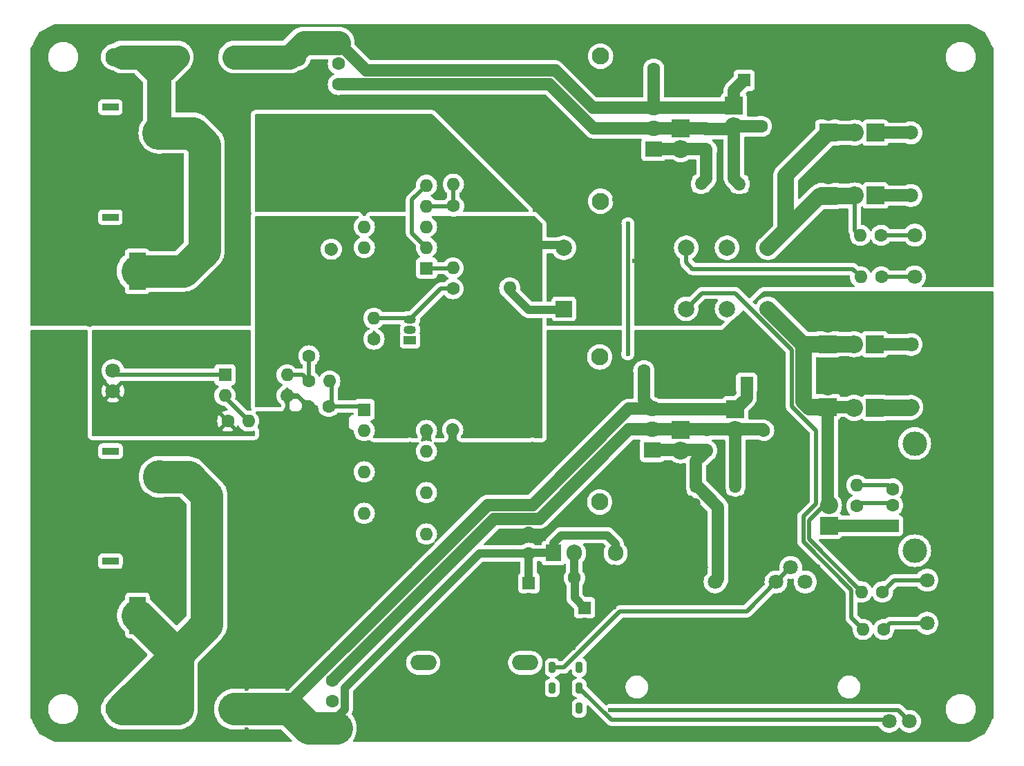
<source format=gbr>
%TF.GenerationSoftware,KiCad,Pcbnew,8.0.3*%
%TF.CreationDate,2024-07-10T23:22:52+09:00*%
%TF.ProjectId,power_6.6V,706f7765-725f-4362-9e36-562e6b696361,rev?*%
%TF.SameCoordinates,PX47868c0PY2faf080*%
%TF.FileFunction,Copper,L1,Top*%
%TF.FilePolarity,Positive*%
%FSLAX46Y46*%
G04 Gerber Fmt 4.6, Leading zero omitted, Abs format (unit mm)*
G04 Created by KiCad (PCBNEW 8.0.3) date 2024-07-10 23:22:52*
%MOMM*%
%LPD*%
G01*
G04 APERTURE LIST*
G04 Aperture macros list*
%AMRoundRect*
0 Rectangle with rounded corners*
0 $1 Rounding radius*
0 $2 $3 $4 $5 $6 $7 $8 $9 X,Y pos of 4 corners*
0 Add a 4 corners polygon primitive as box body*
4,1,4,$2,$3,$4,$5,$6,$7,$8,$9,$2,$3,0*
0 Add four circle primitives for the rounded corners*
1,1,$1+$1,$2,$3*
1,1,$1+$1,$4,$5*
1,1,$1+$1,$6,$7*
1,1,$1+$1,$8,$9*
0 Add four rect primitives between the rounded corners*
20,1,$1+$1,$2,$3,$4,$5,0*
20,1,$1+$1,$4,$5,$6,$7,0*
20,1,$1+$1,$6,$7,$8,$9,0*
20,1,$1+$1,$8,$9,$2,$3,0*%
G04 Aperture macros list end*
%TA.AperFunction,ComponentPad*%
%ADD10R,1.200000X1.200000*%
%TD*%
%TA.AperFunction,ComponentPad*%
%ADD11C,1.200000*%
%TD*%
%TA.AperFunction,ComponentPad*%
%ADD12R,2.200000X2.200000*%
%TD*%
%TA.AperFunction,ComponentPad*%
%ADD13O,2.200000X2.200000*%
%TD*%
%TA.AperFunction,ComponentPad*%
%ADD14C,1.600000*%
%TD*%
%TA.AperFunction,ComponentPad*%
%ADD15O,1.600000X1.600000*%
%TD*%
%TA.AperFunction,ComponentPad*%
%ADD16R,2.000000X4.600000*%
%TD*%
%TA.AperFunction,ComponentPad*%
%ADD17O,2.000000X4.200000*%
%TD*%
%TA.AperFunction,ComponentPad*%
%ADD18O,4.200000X2.000000*%
%TD*%
%TA.AperFunction,ComponentPad*%
%ADD19R,1.500000X1.050000*%
%TD*%
%TA.AperFunction,ComponentPad*%
%ADD20O,1.500000X1.050000*%
%TD*%
%TA.AperFunction,ComponentPad*%
%ADD21R,1.800000X1.800000*%
%TD*%
%TA.AperFunction,ComponentPad*%
%ADD22C,1.800000*%
%TD*%
%TA.AperFunction,WasherPad*%
%ADD23C,2.100000*%
%TD*%
%TA.AperFunction,ComponentPad*%
%ADD24R,1.600000X1.600000*%
%TD*%
%TA.AperFunction,ComponentPad*%
%ADD25C,2.000000*%
%TD*%
%TA.AperFunction,ComponentPad*%
%ADD26R,2.000000X2.000000*%
%TD*%
%TA.AperFunction,ComponentPad*%
%ADD27R,1.905000X2.000000*%
%TD*%
%TA.AperFunction,ComponentPad*%
%ADD28O,1.905000X2.000000*%
%TD*%
%TA.AperFunction,ComponentPad*%
%ADD29R,2.000000X0.900000*%
%TD*%
%TA.AperFunction,ComponentPad*%
%ADD30RoundRect,1.025000X1.025000X-1.025000X1.025000X1.025000X-1.025000X1.025000X-1.025000X-1.025000X0*%
%TD*%
%TA.AperFunction,ComponentPad*%
%ADD31C,4.100000*%
%TD*%
%TA.AperFunction,ComponentPad*%
%ADD32C,2.300000*%
%TD*%
%TA.AperFunction,ComponentPad*%
%ADD33R,1.500000X1.600000*%
%TD*%
%TA.AperFunction,ComponentPad*%
%ADD34C,3.000000*%
%TD*%
%TA.AperFunction,ComponentPad*%
%ADD35RoundRect,0.181818X-0.218182X-0.468182X0.218182X-0.468182X0.218182X0.468182X-0.218182X0.468182X0*%
%TD*%
%TA.AperFunction,ComponentPad*%
%ADD36R,2.000000X1.905000*%
%TD*%
%TA.AperFunction,ComponentPad*%
%ADD37O,2.000000X1.905000*%
%TD*%
%TA.AperFunction,ComponentPad*%
%ADD38O,3.200000X1.900000*%
%TD*%
%TA.AperFunction,ViaPad*%
%ADD39C,0.600000*%
%TD*%
%TA.AperFunction,ViaPad*%
%ADD40C,0.700000*%
%TD*%
%TA.AperFunction,Conductor*%
%ADD41C,0.500000*%
%TD*%
%TA.AperFunction,Conductor*%
%ADD42C,2.000000*%
%TD*%
%TA.AperFunction,Conductor*%
%ADD43C,1.500000*%
%TD*%
%TA.AperFunction,Conductor*%
%ADD44C,1.000000*%
%TD*%
%TA.AperFunction,Conductor*%
%ADD45C,4.000000*%
%TD*%
%TA.AperFunction,Conductor*%
%ADD46C,3.000000*%
%TD*%
G04 APERTURE END LIST*
D10*
%TO.P,C9,1*%
%TO.N,/\u53EF\u5909\u5B89\u5B9A\u5316\u96FB\u6E90\u56DE\u8DEF(NJM317F)/VARIABLE*%
X87376000Y-57676001D03*
D11*
%TO.P,C9,2*%
%TO.N,IN1-*%
X87376000Y-59676001D03*
%TD*%
D12*
%TO.P,D1,1,K*%
%TO.N,VOUT2*%
X98752766Y-14296400D03*
D13*
%TO.P,D1,2,A*%
%TO.N,IN2-*%
X98752766Y-11756400D03*
%TD*%
D14*
%TO.P,R2,1*%
%TO.N,Net-(R2-Pad1)*%
X35117400Y-41676000D03*
D15*
%TO.P,R2,2*%
%TO.N,5V*%
X37657400Y-41676000D03*
%TD*%
D14*
%TO.P,R7,1*%
%TO.N,Net-(D7-A)*%
X105232200Y-26873200D03*
D15*
%TO.P,R7,2*%
%TO.N,VOUT2*%
X102692200Y-26873200D03*
%TD*%
D16*
%TO.P,J1,1*%
%TO.N,Net-(J3-Pin_2)*%
X14097000Y-73518000D03*
D17*
%TO.P,J1,2*%
%TO.N,IN1-*%
X7797000Y-73518000D03*
D18*
%TO.P,J1,3*%
X11197000Y-78318000D03*
%TD*%
D19*
%TO.P,Q1,1,E*%
%TO.N,IN1-*%
X47503400Y-39720200D03*
D20*
%TO.P,Q1,2,C*%
%TO.N,Ratch*%
X47503400Y-38450200D03*
%TO.P,Q1,3,B*%
%TO.N,Net-(Q1-B)*%
X47503400Y-37180200D03*
%TD*%
D21*
%TO.P,D6,1,K*%
%TO.N,IN1-*%
X110850200Y-77001200D03*
D22*
%TO.P,D6,2,A*%
%TO.N,Net-(D6-A)*%
X110850200Y-74461200D03*
%TD*%
D12*
%TO.P,D4,1,K*%
%TO.N,Net-(D4-K)*%
X104470200Y-40231400D03*
D13*
%TO.P,D4,2,A*%
%TO.N,VOUT1*%
X101930200Y-40231400D03*
%TD*%
D23*
%TO.P,REF\u002A\u002A,*%
%TO.N,*%
X70749999Y-59600000D03*
X70749999Y-41800000D03*
%TD*%
D24*
%TO.P,C16,1*%
%TO.N,5V*%
X68884800Y-72567800D03*
D14*
%TO.P,C16,2*%
%TO.N,IN1-*%
X68884800Y-74567800D03*
%TD*%
%TO.P,C2,1*%
%TO.N,5V*%
X52725800Y-48223400D03*
%TO.P,C2,2*%
%TO.N,IN1-*%
X52725800Y-50723400D03*
%TD*%
D23*
%TO.P,REF\u002A\u002A,*%
%TO.N,*%
X70849999Y-22700000D03*
X70849999Y-4900000D03*
%TD*%
D12*
%TO.P,D15,1,K*%
%TO.N,IN1+*%
X87350600Y-48234600D03*
D13*
%TO.P,D15,2,A*%
%TO.N,/\u53EF\u5909\u5B89\u5B9A\u5316\u96FB\u6E90\u56DE\u8DEF(NJM317F)/VARIABLE*%
X87350600Y-50774600D03*
%TD*%
D21*
%TO.P,D8,1,K*%
%TO.N,IN2-*%
X111866600Y-31978600D03*
D22*
%TO.P,D8,2,A*%
%TO.N,Net-(D8-A)*%
X109326600Y-31978600D03*
%TD*%
D12*
%TO.P,D9,1,K*%
%TO.N,VOUT2*%
X98752766Y-22064634D03*
D13*
%TO.P,D9,2,A*%
%TO.N,IN2-*%
X98752766Y-19524634D03*
%TD*%
D12*
%TO.P,D2,1,K*%
%TO.N,VOUT1*%
X98670200Y-47931400D03*
D13*
%TO.P,D2,2,A*%
%TO.N,IN1-*%
X98670200Y-45391400D03*
%TD*%
D21*
%TO.P,D5,1,K*%
%TO.N,IN1-*%
X110850200Y-71726200D03*
D22*
%TO.P,D5,2,A*%
%TO.N,Net-(D5-A)*%
X110850200Y-69186200D03*
%TD*%
D25*
%TO.P,K1,11*%
%TO.N,VCC1*%
X86349999Y-35900000D03*
%TO.P,K1,12*%
%TO.N,VOUT1_OFF*%
X81349999Y-35900000D03*
%TO.P,K1,14*%
%TO.N,VOUT1*%
X91349999Y-35900000D03*
%TO.P,K1,21*%
%TO.N,VCC2*%
X86349999Y-28400000D03*
%TO.P,K1,22*%
%TO.N,VOUT2_OFF*%
X81349999Y-28400000D03*
%TO.P,K1,24*%
%TO.N,VOUT2*%
X91349999Y-28400000D03*
D26*
%TO.P,K1,A1*%
%TO.N,Ratch*%
X66349999Y-35900000D03*
D25*
%TO.P,K1,A2*%
%TO.N,5V*%
X66349999Y-28400000D03*
%TD*%
D24*
%TO.P,U1,1*%
%TO.N,SIGNAL*%
X24824800Y-43983000D03*
D15*
%TO.P,U1,2*%
%TO.N,Net-(R1-Pad2)*%
X24824800Y-46523000D03*
%TO.P,U1,3*%
%TO.N,IN1-*%
X32444800Y-46523000D03*
%TO.P,U1,4*%
%TO.N,Net-(R2-Pad1)*%
X32444800Y-43983000D03*
%TD*%
D12*
%TO.P,D10,1,K*%
%TO.N,VOUT1*%
X98670200Y-40231400D03*
D13*
%TO.P,D10,2,A*%
%TO.N,IN1-*%
X98670200Y-37691400D03*
%TD*%
D27*
%TO.P,U6,1,IN*%
%TO.N,IN1+*%
X65074800Y-65867400D03*
D28*
%TO.P,U6,2,OUT*%
%TO.N,5V*%
X67614800Y-65867400D03*
%TO.P,U6,3,GND*%
%TO.N,IN1-*%
X70154800Y-65867400D03*
%TO.P,U6,4,Vdis*%
%TO.N,IN1+*%
X72694800Y-65867400D03*
%TD*%
D12*
%TO.P,D11,1,K*%
%TO.N,Net-(D11-K)*%
X104521000Y-21996400D03*
D13*
%TO.P,D11,2,A*%
%TO.N,VOUT2*%
X101981000Y-21996400D03*
%TD*%
D22*
%TO.P,J7,1,Pin_1*%
%TO.N,SIGNAL*%
X11092600Y-43475200D03*
%TO.P,J7,2,Pin_2*%
%TO.N,GND0*%
X11092600Y-45975200D03*
%TD*%
D14*
%TO.P,C6,1*%
%TO.N,IN1+*%
X76163800Y-43484800D03*
%TO.P,C6,2*%
%TO.N,IN1-*%
X78663800Y-43484800D03*
%TD*%
D10*
%TO.P,C12,1*%
%TO.N,Net-(D18-A)*%
X83159600Y-20555200D03*
D11*
%TO.P,C12,2*%
%TO.N,IN2-*%
X83159600Y-22555200D03*
%TD*%
D22*
%TO.P,RV1,1,1*%
%TO.N,Net-(D16-A)*%
X84900000Y-69400000D03*
%TO.P,RV1,2,2*%
%TO.N,IN1-*%
X83103949Y-67603949D03*
%TO.P,RV1,3,3*%
X81307898Y-69400000D03*
%TD*%
D14*
%TO.P,R3,1*%
%TO.N,Net-(R2-Pad1)*%
X35121000Y-44773600D03*
D15*
%TO.P,R3,2*%
%TO.N,Net-(C1-Pad1)*%
X37661000Y-44773600D03*
%TD*%
D22*
%TO.P,J11,1,Pin_1*%
%TO.N,Net-(D12-K)*%
X108901400Y-47964400D03*
%TO.P,J11,2,Pin_2*%
%TO.N,IN1-*%
X108901400Y-45464400D03*
%TD*%
D14*
%TO.P,C11,1*%
%TO.N,IN2+*%
X77357600Y-6477000D03*
%TO.P,C11,2*%
%TO.N,IN2-*%
X79857600Y-6477000D03*
%TD*%
%TO.P,C4,1*%
%TO.N,5V*%
X37851400Y-31084200D03*
%TO.P,C4,2*%
%TO.N,IN1-*%
X37851400Y-28584200D03*
%TD*%
D29*
%TO.P,J5,*%
%TO.N,*%
X10776600Y-24657000D03*
X10776600Y-11157000D03*
D30*
%TO.P,J5,1,Pin_1*%
%TO.N,IN2-*%
X16776600Y-21507000D03*
D31*
%TO.P,J5,2,Pin_2*%
%TO.N,Net-(J5-Pin_2)*%
X16776600Y-14307000D03*
%TD*%
D22*
%TO.P,RV2,1,1*%
%TO.N,Net-(D18-A)*%
X95940000Y-69410000D03*
%TO.P,RV2,2,2*%
%TO.N,IN2-*%
X94143949Y-67613949D03*
%TO.P,RV2,3,3*%
X92347898Y-69410000D03*
%TD*%
D32*
%TO.P,F1,1*%
%TO.N,IN1+*%
X33700000Y-85000000D03*
X27000000Y-85000000D03*
%TO.P,F1,2*%
%TO.N,Net-(J3-Pin_2)*%
X18000000Y-85000000D03*
X11300000Y-85000000D03*
%TD*%
D24*
%TO.P,C15,1*%
%TO.N,IN1+*%
X62052200Y-69529888D03*
D14*
%TO.P,C15,2*%
%TO.N,IN1-*%
X62052200Y-71529888D03*
%TD*%
D12*
%TO.P,D13,1,K*%
%TO.N,Net-(D13-K)*%
X98831400Y-62534800D03*
D13*
%TO.P,D13,2,A*%
%TO.N,VOUT1*%
X98831400Y-59994800D03*
%TD*%
D21*
%TO.P,D7,1,K*%
%TO.N,IN2-*%
X111887000Y-26847800D03*
D22*
%TO.P,D7,2,A*%
%TO.N,Net-(D7-A)*%
X109347000Y-26847800D03*
%TD*%
D10*
%TO.P,C14,1*%
%TO.N,/\u53EF\u5909\u5B89\u5B9A\u5316\u96FB\u6E90\u56DE\u8DEF(NJM317F) \u305D\u306E\uFF12/VARIABLE*%
X87884000Y-20580600D03*
D11*
%TO.P,C14,2*%
%TO.N,IN2-*%
X87884000Y-22580600D03*
%TD*%
D14*
%TO.P,R11,1*%
%TO.N,Net-(J12-D-)*%
X102250000Y-60080000D03*
D15*
%TO.P,R11,2*%
%TO.N,Net-(J12-D+)*%
X102250000Y-57540000D03*
%TD*%
D33*
%TO.P,J12,1,VBUS*%
%TO.N,Net-(D13-K)*%
X106640000Y-62500000D03*
D14*
%TO.P,J12,2,D-*%
%TO.N,Net-(J12-D-)*%
X106640000Y-60000000D03*
%TO.P,J12,3,D+*%
%TO.N,Net-(J12-D+)*%
X106640000Y-58000000D03*
%TO.P,J12,4,GND*%
%TO.N,IN1-*%
X106640000Y-55500000D03*
D34*
%TO.P,J12,5,Shield*%
%TO.N,unconnected-(J12-Shield-Pad5)*%
X109350000Y-65570000D03*
X109350000Y-52430000D03*
%TD*%
D12*
%TO.P,D12,1,K*%
%TO.N,Net-(D12-K)*%
X104470200Y-48031400D03*
D13*
%TO.P,D12,2,A*%
%TO.N,VOUT1*%
X101930200Y-48031400D03*
%TD*%
D35*
%TO.P,SW4,1,A*%
%TO.N,IN2-*%
X64950000Y-79900000D03*
%TO.P,SW4,2,B*%
%TO.N,measure-*%
X64950000Y-82400000D03*
%TO.P,SW4,3,C*%
%TO.N,IN1-*%
X64950000Y-84900000D03*
%TO.P,SW4,4,A*%
%TO.N,VCC1*%
X68250000Y-84900000D03*
%TO.P,SW4,5,B*%
%TO.N,measure+*%
X68250000Y-82400000D03*
%TO.P,SW4,6,C*%
%TO.N,VCC2*%
X68250000Y-79900000D03*
%TD*%
D36*
%TO.P,U5,1,ADJ/GND*%
%TO.N,Net-(D18-A)*%
X77349999Y-16300000D03*
D37*
%TO.P,U5,2,OUT*%
%TO.N,/\u53EF\u5909\u5B89\u5B9A\u5316\u96FB\u6E90\u56DE\u8DEF(NJM317F) \u305D\u306E\uFF12/VARIABLE*%
X77349999Y-13760000D03*
%TO.P,U5,3,IN*%
%TO.N,IN2+*%
X77349999Y-11220000D03*
%TD*%
D14*
%TO.P,SW3,1,A*%
%TO.N,/\u53EF\u5909\u5B89\u5B9A\u5316\u96FB\u6E90\u56DE\u8DEF(NJM317F) \u305D\u306E\uFF12/VARIABLE*%
X38735000Y-8356600D03*
%TO.P,SW3,2,B*%
%TO.N,VCC2*%
X38735000Y-5816600D03*
%TO.P,SW3,3,C*%
%TO.N,IN2+*%
X38735000Y-3276600D03*
%TD*%
%TO.P,C13,1*%
%TO.N,/\u53EF\u5909\u5B89\u5B9A\u5316\u96FB\u6E90\u56DE\u8DEF(NJM317F) \u305D\u306E\uFF12/VARIABLE*%
X90540000Y-13510000D03*
%TO.P,C13,2*%
%TO.N,IN2-*%
X90540000Y-16010000D03*
%TD*%
%TO.P,R5,1*%
%TO.N,Net-(D5-A)*%
X105395200Y-70626200D03*
D15*
%TO.P,R5,2*%
%TO.N,VOUT1*%
X102855200Y-70626200D03*
%TD*%
D14*
%TO.P,R13,1*%
%TO.N,/\u53EF\u5909\u5B89\u5B9A\u5316\u96FB\u6E90\u56DE\u8DEF(NJM317F) \u305D\u306E\uFF12/VARIABLE*%
X83820000Y-13839400D03*
D15*
%TO.P,R13,2*%
%TO.N,Net-(D18-A)*%
X83820000Y-16379400D03*
%TD*%
D14*
%TO.P,SW2,1,A*%
%TO.N,/\u53EF\u5909\u5B89\u5B9A\u5316\u96FB\u6E90\u56DE\u8DEF(NJM317F)/VARIABLE*%
X38000000Y-81460000D03*
%TO.P,SW2,2,B*%
%TO.N,VCC1*%
X38000000Y-84000000D03*
%TO.P,SW2,3,C*%
%TO.N,IN1+*%
X38000000Y-86540000D03*
%TD*%
D12*
%TO.P,D3,1,K*%
%TO.N,Net-(D3-K)*%
X104521000Y-14296400D03*
D13*
%TO.P,D3,2,A*%
%TO.N,VOUT2*%
X101981000Y-14296400D03*
%TD*%
D14*
%TO.P,C17,1*%
%TO.N,IN1+*%
X62052200Y-65898400D03*
%TO.P,C17,2*%
%TO.N,IN1-*%
X62052200Y-63398400D03*
%TD*%
D10*
%TO.P,C7,1*%
%TO.N,Net-(D16-A)*%
X82550000Y-57726801D03*
D11*
%TO.P,C7,2*%
%TO.N,IN1-*%
X82550000Y-59726801D03*
%TD*%
D24*
%TO.P,C5,1*%
%TO.N,IN1+*%
X88747600Y-45034200D03*
D14*
%TO.P,C5,2*%
%TO.N,IN1-*%
X88747600Y-42534200D03*
%TD*%
D12*
%TO.P,D17,1,K*%
%TO.N,IN2+*%
X87198200Y-10998200D03*
D13*
%TO.P,D17,2,A*%
%TO.N,/\u53EF\u5909\u5B89\u5B9A\u5316\u96FB\u6E90\u56DE\u8DEF(NJM317F) \u305D\u306E\uFF12/VARIABLE*%
X87198200Y-13538200D03*
%TD*%
D22*
%TO.P,J8,1,Pin_1*%
%TO.N,Net-(D3-K)*%
X108876000Y-14301800D03*
%TO.P,J8,2,Pin_2*%
%TO.N,IN2-*%
X108876000Y-11801800D03*
%TD*%
D12*
%TO.P,D16,1,K*%
%TO.N,/\u53EF\u5909\u5B89\u5B9A\u5316\u96FB\u6E90\u56DE\u8DEF(NJM317F)/VARIABLE*%
X80619600Y-50723800D03*
D13*
%TO.P,D16,2,A*%
%TO.N,Net-(D16-A)*%
X80619600Y-53263800D03*
%TD*%
D22*
%TO.P,J10,1,Pin_1*%
%TO.N,Net-(D11-K)*%
X108876000Y-22001800D03*
%TO.P,J10,2,Pin_2*%
%TO.N,IN2-*%
X108876000Y-19501800D03*
%TD*%
D36*
%TO.P,U4,1,ADJ/GND*%
%TO.N,Net-(D16-A)*%
X77194999Y-53240000D03*
D37*
%TO.P,U4,2,OUT*%
%TO.N,/\u53EF\u5909\u5B89\u5B9A\u5316\u96FB\u6E90\u56DE\u8DEF(NJM317F)/VARIABLE*%
X77194999Y-50700000D03*
%TO.P,U4,3,IN*%
%TO.N,IN1+*%
X77194999Y-48160000D03*
%TD*%
D24*
%TO.P,D14,1,K*%
%TO.N,5V*%
X59720800Y-30801515D03*
D15*
%TO.P,D14,2,A*%
%TO.N,Ratch*%
X59720800Y-33341515D03*
%TD*%
D14*
%TO.P,R8,1*%
%TO.N,Net-(D8-A)*%
X105257600Y-31978600D03*
D15*
%TO.P,R8,2*%
%TO.N,VOUT2_OFF*%
X102717600Y-31978600D03*
%TD*%
D14*
%TO.P,R9,1*%
%TO.N,Net-(Q1-B)*%
X52761200Y-33421000D03*
D15*
%TO.P,R9,2*%
%TO.N,Net-(U3A-Q)*%
X52761200Y-30881000D03*
%TD*%
D14*
%TO.P,R4,1*%
%TO.N,IN1-*%
X52812000Y-18068600D03*
D15*
%TO.P,R4,2*%
%TO.N,Net-(U3A-R)*%
X52812000Y-20608600D03*
%TD*%
D24*
%TO.P,U2,1*%
%TO.N,Net-(C1-Pad1)*%
X41890000Y-48280000D03*
D15*
%TO.P,U2,2*%
%TO.N,Net-(U3A-C)*%
X41890000Y-50820000D03*
%TO.P,U2,3*%
%TO.N,IN1-*%
X41890000Y-53360000D03*
%TO.P,U2,4*%
%TO.N,unconnected-(U2-Pad4)*%
X41890000Y-55900000D03*
%TO.P,U2,5*%
%TO.N,IN1-*%
X41890000Y-58440000D03*
%TO.P,U2,6*%
%TO.N,unconnected-(U2-Pad6)*%
X41890000Y-60980000D03*
%TO.P,U2,7,Vss*%
%TO.N,IN1-*%
X41890000Y-63520000D03*
%TO.P,U2,8*%
%TO.N,unconnected-(U2-Pad8)*%
X49510000Y-63520000D03*
%TO.P,U2,9*%
%TO.N,IN1-*%
X49510000Y-60980000D03*
%TO.P,U2,10*%
%TO.N,unconnected-(U2-Pad10)*%
X49510000Y-58440000D03*
%TO.P,U2,11*%
%TO.N,IN1-*%
X49510000Y-55900000D03*
%TO.P,U2,12*%
%TO.N,unconnected-(U2-Pad12)*%
X49510000Y-53360000D03*
%TO.P,U2,13*%
%TO.N,IN1-*%
X49510000Y-50820000D03*
%TO.P,U2,14,Vdd*%
%TO.N,5V*%
X49510000Y-48280000D03*
%TD*%
D16*
%TO.P,J2,1*%
%TO.N,Net-(J5-Pin_2)*%
X14072400Y-31292800D03*
D17*
%TO.P,J2,2*%
%TO.N,IN2-*%
X7772400Y-31292800D03*
D18*
%TO.P,J2,3*%
X11172400Y-36092800D03*
%TD*%
D38*
%TO.P,SW1,1,1*%
%TO.N,Net-(R2-Pad1)*%
X49130000Y-79320000D03*
X61630000Y-79320000D03*
%TO.P,SW1,2,2*%
%TO.N,IN1-*%
X49130000Y-84320000D03*
X61630000Y-84320000D03*
%TD*%
D14*
%TO.P,C3,1*%
%TO.N,5V*%
X52837400Y-25775600D03*
%TO.P,C3,2*%
%TO.N,Net-(U3A-R)*%
X52837400Y-23275600D03*
%TD*%
D12*
%TO.P,D18,1,K*%
%TO.N,/\u53EF\u5909\u5B89\u5B9A\u5316\u96FB\u6E90\u56DE\u8DEF(NJM317F) \u305D\u306E\uFF12/VARIABLE*%
X80670400Y-13741400D03*
D13*
%TO.P,D18,2,A*%
%TO.N,Net-(D18-A)*%
X80670400Y-16281400D03*
%TD*%
D22*
%TO.P,J13,1,Pin_1*%
%TO.N,measure+*%
X106200000Y-86500000D03*
%TO.P,J13,2,Pin_2*%
%TO.N,measure-*%
X108700000Y-86500000D03*
%TD*%
D14*
%TO.P,R6,1*%
%TO.N,Net-(D6-A)*%
X105550200Y-75226200D03*
D15*
%TO.P,R6,2*%
%TO.N,VOUT1_OFF*%
X103010200Y-75226200D03*
%TD*%
D14*
%TO.P,C18,1*%
%TO.N,5V*%
X67660200Y-68910200D03*
%TO.P,C18,2*%
%TO.N,IN1-*%
X70160200Y-68910200D03*
%TD*%
D32*
%TO.P,F2,1*%
%TO.N,IN2+*%
X33700000Y-5000000D03*
X27000000Y-5000000D03*
%TO.P,F2,2*%
%TO.N,Net-(J5-Pin_2)*%
X18000000Y-5000000D03*
X11300000Y-5000000D03*
%TD*%
D14*
%TO.P,C8,1*%
%TO.N,/\u53EF\u5909\u5B89\u5B9A\u5316\u96FB\u6E90\u56DE\u8DEF(NJM317F)/VARIABLE*%
X90840000Y-50810000D03*
%TO.P,C8,2*%
%TO.N,IN1-*%
X90840000Y-53310000D03*
%TD*%
D24*
%TO.P,C10,1*%
%TO.N,IN2+*%
X88442800Y-7848600D03*
D14*
%TO.P,C10,2*%
%TO.N,IN2-*%
X88442800Y-5348600D03*
%TD*%
D29*
%TO.P,J3,*%
%TO.N,*%
X10802000Y-66856800D03*
X10802000Y-53356800D03*
D30*
%TO.P,J3,1,Pin_1*%
%TO.N,IN1-*%
X16802000Y-63706800D03*
D31*
%TO.P,J3,2,Pin_2*%
%TO.N,Net-(J3-Pin_2)*%
X16802000Y-56506800D03*
%TD*%
D14*
%TO.P,C1,1*%
%TO.N,Net-(C1-Pad1)*%
X37544800Y-47873600D03*
%TO.P,C1,2*%
%TO.N,IN1-*%
X35044800Y-47873600D03*
%TD*%
D22*
%TO.P,J9,1,Pin_1*%
%TO.N,Net-(D4-K)*%
X108901400Y-40264400D03*
%TO.P,J9,2,Pin_2*%
%TO.N,IN1-*%
X108901400Y-37764400D03*
%TD*%
D24*
%TO.P,U3,1,Q*%
%TO.N,Net-(U3A-Q)*%
X49520000Y-30901400D03*
D15*
%TO.P,U3,2,~{Q}*%
%TO.N,Net-(U3A-D)*%
X49520000Y-28361400D03*
%TO.P,U3,3,C*%
%TO.N,Net-(U3A-C)*%
X49520000Y-25821400D03*
%TO.P,U3,4,R*%
%TO.N,Net-(U3A-R)*%
X49520000Y-23281400D03*
%TO.P,U3,5,D*%
%TO.N,Net-(U3A-D)*%
X49520000Y-20741400D03*
%TO.P,U3,6,S*%
%TO.N,IN1-*%
X49520000Y-18201400D03*
%TO.P,U3,7,VSS*%
X49520000Y-15661400D03*
%TO.P,U3,8,S*%
X41900000Y-15661400D03*
%TO.P,U3,9,D*%
X41900000Y-18201400D03*
%TO.P,U3,10,R*%
X41900000Y-20741400D03*
%TO.P,U3,11,C*%
X41900000Y-23281400D03*
%TO.P,U3,12,~{Q}*%
%TO.N,unconnected-(U3B-~{Q}-Pad12)*%
X41900000Y-25821400D03*
%TO.P,U3,13,Q*%
%TO.N,unconnected-(U3B-Q-Pad13)*%
X41900000Y-28361400D03*
%TO.P,U3,14,VDD*%
%TO.N,5V*%
X41900000Y-30901400D03*
%TD*%
D14*
%TO.P,R10,1*%
%TO.N,IN1-*%
X43083800Y-39596800D03*
D15*
%TO.P,R10,2*%
%TO.N,Net-(Q1-B)*%
X43083800Y-37056800D03*
%TD*%
D14*
%TO.P,R12,1*%
%TO.N,/\u53EF\u5909\u5B89\u5B9A\u5316\u96FB\u6E90\u56DE\u8DEF(NJM317F)/VARIABLE*%
X83870800Y-50745600D03*
D15*
%TO.P,R12,2*%
%TO.N,Net-(D16-A)*%
X83870800Y-53285600D03*
%TD*%
D14*
%TO.P,R1,1*%
%TO.N,GND0*%
X25174800Y-49658000D03*
D15*
%TO.P,R1,2*%
%TO.N,Net-(R1-Pad2)*%
X27714800Y-49658000D03*
%TD*%
D39*
%TO.N,IN1-*%
X32500000Y-67500000D03*
X7500000Y-82500000D03*
X72500000Y-77500000D03*
X92500000Y-52500000D03*
X17500000Y-67500000D03*
X47500000Y-87500000D03*
X2500000Y-47500000D03*
X42500000Y-87500000D03*
X62500000Y-77500000D03*
X97500000Y-82500000D03*
X62500000Y-87500000D03*
X2500000Y-42500000D03*
X57500000Y-72500000D03*
X27500000Y-52500000D03*
X7500000Y-62500000D03*
X112500000Y-77500000D03*
X52500000Y-57500000D03*
X42500000Y-67500000D03*
X62500000Y-57500000D03*
X37500000Y-67500000D03*
X77500000Y-62500000D03*
X112500000Y-62500000D03*
X67500000Y-77500000D03*
X117500000Y-62500000D03*
X72500000Y-72500000D03*
X72500000Y-47500000D03*
X117500000Y-82500000D03*
X97500000Y-67500000D03*
X62500000Y-82500000D03*
X112500000Y-57500000D03*
X12500000Y-67500000D03*
X72500000Y-87500000D03*
X72500000Y-67500000D03*
X7500000Y-52500000D03*
X27500000Y-72500000D03*
X92500000Y-57500000D03*
X102500000Y-77500000D03*
X117500000Y-47500000D03*
X7500000Y-67500000D03*
X22500000Y-82500000D03*
X117500000Y-67500000D03*
X37500000Y-57500000D03*
X12500000Y-52500000D03*
X107500000Y-42500000D03*
X37500000Y-22500000D03*
X87500000Y-77500000D03*
X52500000Y-52500000D03*
X77500000Y-77500000D03*
X87500000Y-82500000D03*
X47500000Y-17500000D03*
X7500000Y-57500000D03*
X72500000Y-82500000D03*
X37500000Y-12500000D03*
X77500000Y-82500000D03*
X82500000Y-82500000D03*
X37500000Y-17500000D03*
X17500000Y-72500000D03*
X2500000Y-52500000D03*
X92500000Y-82500000D03*
X92500000Y-47500000D03*
X117500000Y-37500000D03*
X92500000Y-87500000D03*
X52500000Y-77500000D03*
X2500000Y-62500000D03*
X32500000Y-62500000D03*
X87500000Y-87500000D03*
X12500000Y-62500000D03*
X47500000Y-67500000D03*
X97500000Y-87500000D03*
X52500000Y-87500000D03*
X2500000Y-67500000D03*
X57500000Y-67500000D03*
X27500000Y-87500000D03*
X87500000Y-67500000D03*
X112500000Y-47500000D03*
X112500000Y-52500000D03*
X57500000Y-87500000D03*
X117500000Y-57500000D03*
X107500000Y-82500000D03*
X37500000Y-62500000D03*
X112500000Y-72500000D03*
X47500000Y-77500000D03*
X47500000Y-62500000D03*
X77500000Y-67500000D03*
X102500000Y-87500000D03*
X117500000Y-87500000D03*
X107500000Y-77500000D03*
X37500000Y-52500000D03*
X7500000Y-77500000D03*
X52500000Y-82500000D03*
X85000000Y-42500000D03*
X17500000Y-52500000D03*
X112500000Y-37500000D03*
X67500000Y-47500000D03*
X32500000Y-57500000D03*
X92500000Y-62500000D03*
X117500000Y-72500000D03*
X7500000Y-47500000D03*
X32500000Y-12500000D03*
X112500000Y-87500000D03*
X12500000Y-57500000D03*
X47500000Y-12500000D03*
X52500000Y-72500000D03*
X77500000Y-57500000D03*
X27500000Y-67500000D03*
X77500000Y-87500000D03*
X7500000Y-87500000D03*
X57500000Y-82500000D03*
X92500000Y-77500000D03*
X57500000Y-22500000D03*
X107500000Y-37500000D03*
X37500000Y-77500000D03*
X27500000Y-62500000D03*
X47500000Y-57500000D03*
X32500000Y-22500000D03*
X42500000Y-72500000D03*
X82500000Y-77500000D03*
X102500000Y-52500000D03*
X32500000Y-82500000D03*
X22500000Y-87500000D03*
X27500000Y-77500000D03*
X2500000Y-82500000D03*
X102500000Y-42500000D03*
X62500000Y-52500000D03*
X112500000Y-82500000D03*
X102500000Y-67500000D03*
X82500000Y-62500000D03*
X32500000Y-52500000D03*
X102500000Y-37500000D03*
X27500000Y-57500000D03*
X97500000Y-77500000D03*
X57500000Y-77500000D03*
X47500000Y-52500000D03*
X2500000Y-77500000D03*
X2500000Y-72500000D03*
X117500000Y-77500000D03*
X27500000Y-82500000D03*
X67500000Y-52500000D03*
X117500000Y-52500000D03*
X47500000Y-82500000D03*
X22500000Y-52500000D03*
X42500000Y-82500000D03*
X2500000Y-87500000D03*
X7500000Y-42500000D03*
X42500000Y-12500000D03*
X32500000Y-77500000D03*
X37500000Y-72500000D03*
X32500000Y-17500000D03*
X112500000Y-42500000D03*
X117500000Y-42500000D03*
X97500000Y-42500000D03*
X32500000Y-72500000D03*
X87500000Y-62500000D03*
X82500000Y-87500000D03*
X2500000Y-57500000D03*
X112500000Y-67500000D03*
X107500000Y-67500000D03*
%TO.N,IN2-*%
X47500000Y-2500000D03*
X27500000Y-22500000D03*
X17500000Y-2500000D03*
X85000000Y-30000000D03*
X42500000Y-2500000D03*
X102500000Y-2500000D03*
X22500000Y-2500000D03*
X117500000Y-17500000D03*
X117500000Y-32500000D03*
X92500000Y-2500000D03*
X102500000Y-7500000D03*
X100000000Y-25000000D03*
X27500000Y-37500000D03*
X117500000Y-27500000D03*
X112500000Y-22500000D03*
X22500000Y-37500000D03*
X22500000Y-32500000D03*
X7500000Y-27500000D03*
X92500000Y-12500000D03*
X27500000Y-2500000D03*
X117500000Y-7500000D03*
X62500000Y-2500000D03*
X107500000Y-12500000D03*
X107500000Y-2500000D03*
X67500000Y-2500000D03*
X2500000Y-2500000D03*
X7500000Y-22500000D03*
X2500000Y-32500000D03*
X12500000Y-22500000D03*
X7500000Y-37500000D03*
X112500000Y-2500000D03*
X12500000Y-7500000D03*
X70000000Y-30000000D03*
X12500000Y-17500000D03*
X12500000Y-12500000D03*
X7500000Y-12500000D03*
X12500000Y-27500000D03*
X7500000Y-7500000D03*
X100000000Y-30000000D03*
X77500000Y-22500000D03*
X12500000Y-2500000D03*
X62500000Y-12500000D03*
X17500000Y-27500000D03*
X72500000Y-17500000D03*
X80000000Y-30000000D03*
X27500000Y-12500000D03*
X92500000Y-7500000D03*
X2500000Y-22500000D03*
X2500000Y-27500000D03*
X72500000Y-22500000D03*
X117500000Y-22500000D03*
X27500000Y-27500000D03*
X27500000Y-7500000D03*
X57500000Y-2500000D03*
X112500000Y-17500000D03*
X67500000Y-17500000D03*
X17500000Y-17500000D03*
X22500000Y-7500000D03*
X52500000Y-2500000D03*
X2500000Y-17500000D03*
X17500000Y-37500000D03*
X2500000Y-37500000D03*
X92500000Y-17500000D03*
X75000000Y-30000000D03*
X82500000Y-2500000D03*
X72500000Y-7500000D03*
X112500000Y-12500000D03*
X27500000Y-17500000D03*
X107500000Y-7500000D03*
X97500000Y-2500000D03*
X82500000Y-7500000D03*
X77500000Y-2500000D03*
X112500000Y-7500000D03*
X117500000Y-2500000D03*
X97500000Y-7500000D03*
X2500000Y-12500000D03*
X32500000Y-7500000D03*
X117500000Y-12500000D03*
X7500000Y-17500000D03*
X70000000Y-35000000D03*
X7500000Y-2500000D03*
X95000000Y-30000000D03*
X87500000Y-2500000D03*
X72500000Y-2500000D03*
X27500000Y-32500000D03*
X2500000Y-7500000D03*
%TO.N,VCC2*%
X74210000Y-25450000D03*
X74190000Y-41430000D03*
%TO.N,GND0*%
X12500000Y-42500000D03*
X12500000Y-47500000D03*
X27500000Y-47500000D03*
X27500000Y-42500000D03*
X17500000Y-47500000D03*
X22500000Y-42500000D03*
X22500000Y-47500000D03*
X17500000Y-42500000D03*
%TO.N,measure-*%
X72055331Y-85144669D03*
D40*
%TO.N,5V*%
X61900000Y-51100000D03*
X61900000Y-50200000D03*
X62800000Y-50200000D03*
X62800000Y-51100000D03*
%TD*%
D41*
%TO.N,Net-(C1-Pad1)*%
X37896800Y-44773600D02*
X37896800Y-47757400D01*
X37780600Y-47873600D02*
X41483600Y-47873600D01*
%TO.N,Net-(U3A-R)*%
X52812000Y-20608600D02*
X52812000Y-23250200D01*
X49520000Y-23281400D02*
X52831600Y-23281400D01*
D42*
%TO.N,VOUT1*%
X96431400Y-47931400D02*
X98670200Y-47931400D01*
D43*
X101830200Y-47931400D02*
X101930200Y-48031400D01*
D41*
X98271400Y-59994800D02*
X98831400Y-59994800D01*
D42*
X91349999Y-35900000D02*
X95750000Y-40300001D01*
X98670200Y-40231400D02*
X95681399Y-40231400D01*
D43*
X98670200Y-47931400D02*
X98311062Y-47931400D01*
D42*
X95750000Y-40300001D02*
X95750000Y-47250000D01*
X101930200Y-40231400D02*
X98670200Y-40231400D01*
D43*
X98670200Y-59833600D02*
X98831400Y-59994800D01*
D42*
X95750000Y-47250000D02*
X96431400Y-47931400D01*
D41*
X96393000Y-61873200D02*
X98271400Y-59994800D01*
X102855200Y-70626200D02*
X96393000Y-64164000D01*
X96393000Y-64164000D02*
X96393000Y-61873200D01*
D43*
X98670200Y-47931400D02*
X101830200Y-47931400D01*
D42*
X95681399Y-40231400D02*
X91349999Y-35900000D01*
D43*
X98670200Y-47931400D02*
X98670200Y-59833600D01*
X98770200Y-48031400D02*
X98670200Y-47931400D01*
D42*
%TO.N,VOUT2*%
X93522800Y-26227199D02*
X92958499Y-26791499D01*
X98752766Y-22064634D02*
X101912766Y-22064634D01*
X92958499Y-26791499D02*
X91349999Y-28400000D01*
D41*
X102590600Y-26873200D02*
X101981000Y-26263600D01*
X102692200Y-26873200D02*
X102590600Y-26873200D01*
D42*
X97685364Y-22064634D02*
X92958499Y-26791499D01*
X93522800Y-19526366D02*
X93522800Y-26227199D01*
D41*
X101981000Y-26263600D02*
X101981000Y-21996400D01*
D42*
X98752766Y-14296400D02*
X93522800Y-19526366D01*
X101912766Y-22064634D02*
X101981000Y-21996400D01*
X98752766Y-22064634D02*
X97685364Y-22064634D01*
X101981000Y-14296400D02*
X98752766Y-14296400D01*
D41*
%TO.N,IN1-*%
X33694200Y-46523000D02*
X35044800Y-47873600D01*
X32444800Y-46523000D02*
X33694200Y-46523000D01*
X32444800Y-48444800D02*
X32500000Y-48500000D01*
X32444800Y-46523000D02*
X32750000Y-46828200D01*
X32444800Y-46523000D02*
X32444800Y-48444800D01*
%TO.N,Net-(D5-A)*%
X106781000Y-69240400D02*
X110796000Y-69240400D01*
X110796000Y-69240400D02*
X110850200Y-69186200D01*
X105395200Y-70626200D02*
X106781000Y-69240400D01*
%TO.N,Net-(D6-A)*%
X110850200Y-74461200D02*
X106315200Y-74461200D01*
X106315200Y-74461200D02*
X105550200Y-75226200D01*
D44*
%TO.N,Ratch*%
X66249999Y-36000000D02*
X66349999Y-35900000D01*
X59720800Y-33720800D02*
X62000000Y-36000000D01*
X62000000Y-36000000D02*
X66249999Y-36000000D01*
X59720800Y-33341515D02*
X59720800Y-33720800D01*
D41*
%TO.N,SIGNAL*%
X24807800Y-44000000D02*
X11617400Y-44000000D01*
X11617400Y-44000000D02*
X11092600Y-43475200D01*
X24824800Y-43983000D02*
X24807800Y-44000000D01*
X11133800Y-43434000D02*
X11092600Y-43475200D01*
%TO.N,VOUT2_OFF*%
X101739000Y-31000000D02*
X82130200Y-31000000D01*
X102717600Y-31978600D02*
X101739000Y-31000000D01*
X81349999Y-30219799D02*
X81349999Y-28400000D01*
X82130200Y-31000000D02*
X81349999Y-30219799D01*
%TO.N,VOUT1_OFF*%
X95693000Y-64453950D02*
X95693000Y-61374084D01*
X97250000Y-59817084D02*
X97250000Y-50800610D01*
X101605200Y-73821200D02*
X101605200Y-70366150D01*
X103010200Y-75226200D02*
X101605200Y-73821200D01*
X83290199Y-33959800D02*
X81349999Y-35900000D01*
X87359189Y-33959800D02*
X83290199Y-33959800D01*
X97250000Y-50800610D02*
X94300000Y-47850610D01*
X94300000Y-40900611D02*
X87359189Y-33959800D01*
X95693000Y-61374084D02*
X97250000Y-59817084D01*
X94300000Y-47850610D02*
X94300000Y-40900611D01*
X101605200Y-70366150D02*
X95693000Y-64453950D01*
%TO.N,Net-(Q1-B)*%
X51262600Y-33421000D02*
X47503400Y-37180200D01*
X52761200Y-33421000D02*
X51262600Y-33421000D01*
X43083800Y-37056800D02*
X47380000Y-37056800D01*
%TO.N,Net-(R1-Pad2)*%
X24824800Y-46768000D02*
X27714800Y-49658000D01*
%TO.N,Net-(R2-Pad1)*%
X35117400Y-41676000D02*
X35117400Y-44770000D01*
X34330400Y-43983000D02*
X35121000Y-44773600D01*
X32444800Y-43983000D02*
X34330400Y-43983000D01*
%TO.N,Net-(U3A-Q)*%
X49520000Y-30901400D02*
X52740800Y-30901400D01*
%TO.N,Net-(U3A-D)*%
X47750000Y-26591400D02*
X49520000Y-28361400D01*
X47750000Y-22511400D02*
X47750000Y-26591400D01*
X49520000Y-20741400D02*
X47750000Y-22511400D01*
%TO.N,IN2-*%
X92347898Y-69410000D02*
X88757898Y-73000000D01*
X94143949Y-67613949D02*
X92347898Y-69410000D01*
X66350000Y-79900000D02*
X64950000Y-79900000D01*
X88757898Y-73000000D02*
X73250000Y-73000000D01*
X73250000Y-73000000D02*
X66350000Y-79900000D01*
%TO.N,VCC2*%
X74210000Y-25450000D02*
X74210000Y-41410000D01*
X74210000Y-41410000D02*
X74190000Y-41430000D01*
D43*
%TO.N,IN1+*%
X88747600Y-45034200D02*
X88747600Y-46837600D01*
X77194999Y-48160000D02*
X74340000Y-48160000D01*
X74340000Y-48160000D02*
X62551600Y-59948400D01*
D44*
X65074800Y-64615200D02*
X66020000Y-63670000D01*
X62052200Y-65898400D02*
X55981600Y-65898400D01*
X65074800Y-65867400D02*
X62083200Y-65867400D01*
D43*
X88747600Y-46837600D02*
X87350600Y-48234600D01*
D45*
X32750000Y-85000000D02*
X35100600Y-87350600D01*
D43*
X57036726Y-59948400D02*
X32750000Y-84235126D01*
X77269599Y-48234600D02*
X77194999Y-48160000D01*
X76163800Y-43484800D02*
X76163800Y-47128801D01*
D44*
X62052200Y-69529888D02*
X62052200Y-65898400D01*
D43*
X76163800Y-47128801D02*
X77194999Y-48160000D01*
D44*
X65074800Y-65867400D02*
X65074800Y-64615200D01*
X39500000Y-82380000D02*
X39500000Y-85040000D01*
X55981600Y-65898400D02*
X39500000Y-82380000D01*
X71660000Y-63670000D02*
X72694800Y-64704800D01*
D43*
X32750000Y-84235126D02*
X32750000Y-85000000D01*
X62551600Y-59948400D02*
X57036726Y-59948400D01*
D45*
X35100600Y-87350600D02*
X38481000Y-87350600D01*
D44*
X62083200Y-65867400D02*
X62052200Y-65898400D01*
X39500000Y-85040000D02*
X38000000Y-86540000D01*
D45*
X26000000Y-85000000D02*
X32750000Y-85000000D01*
D44*
X72694800Y-64704800D02*
X72694800Y-65867400D01*
X66020000Y-63670000D02*
X71660000Y-63670000D01*
D43*
X87350600Y-48234600D02*
X77269599Y-48234600D01*
D46*
%TO.N,IN2+*%
X34473400Y-3276600D02*
X38735000Y-3276600D01*
X32750000Y-5000000D02*
X34473400Y-3276600D01*
X32750000Y-5000000D02*
X26000000Y-5000000D01*
D43*
X77349999Y-11220000D02*
X86976400Y-11220000D01*
X77357600Y-11212399D02*
X77349999Y-11220000D01*
X42115000Y-6656600D02*
X38735000Y-3276600D01*
X77357600Y-6477000D02*
X77357600Y-11212399D01*
X87198200Y-10998200D02*
X87198200Y-9093200D01*
X69874164Y-11220000D02*
X65310764Y-6656600D01*
X77349999Y-11220000D02*
X69874164Y-11220000D01*
X65310764Y-6656600D02*
X42115000Y-6656600D01*
X86976400Y-11220000D02*
X87198200Y-10998200D01*
X87198200Y-9093200D02*
X88442800Y-7848600D01*
%TO.N,Net-(D4-K)*%
X104503200Y-40264400D02*
X104470200Y-40231400D01*
X108868400Y-40231400D02*
X108901400Y-40264400D01*
X108901400Y-40264400D02*
X104503200Y-40264400D01*
D41*
%TO.N,measure-*%
X80755331Y-85144669D02*
X80800000Y-85100000D01*
X80800000Y-85100000D02*
X107300000Y-85100000D01*
X107300000Y-85100000D02*
X108700000Y-86500000D01*
X72055331Y-85144669D02*
X80755331Y-85144669D01*
%TO.N,measure+*%
X106200000Y-86500000D02*
X106000000Y-86300000D01*
X106000000Y-86300000D02*
X72150000Y-86300000D01*
X72150000Y-86300000D02*
X68250000Y-82400000D01*
%TO.N,Net-(J12-D+)*%
X106140000Y-57500000D02*
X106640000Y-58000000D01*
X102290000Y-57500000D02*
X106140000Y-57500000D01*
X102250000Y-57540000D02*
X102290000Y-57500000D01*
%TO.N,Net-(J12-D-)*%
X106390000Y-59750000D02*
X106640000Y-60000000D01*
X102250000Y-60080000D02*
X102580000Y-59750000D01*
X102580000Y-59750000D02*
X106390000Y-59750000D01*
D43*
%TO.N,Net-(D16-A)*%
X77194999Y-53240000D02*
X83825200Y-53240000D01*
X82550000Y-57726801D02*
X82742032Y-57726801D01*
X85240000Y-60224769D02*
X85240000Y-69060000D01*
X83825200Y-53240000D02*
X83870800Y-53285600D01*
X85240000Y-69060000D02*
X84900000Y-69400000D01*
X82742032Y-57726801D02*
X85240000Y-60224769D01*
X82550000Y-57726801D02*
X82550000Y-54606400D01*
X82550000Y-54606400D02*
X83870800Y-53285600D01*
%TO.N,Net-(D18-A)*%
X83820000Y-19894800D02*
X83159600Y-20555200D01*
X77349999Y-16300000D02*
X83740600Y-16300000D01*
X83820000Y-16379400D02*
X83820000Y-19894800D01*
X83740600Y-16300000D02*
X83820000Y-16379400D01*
%TO.N,Net-(D3-K)*%
X108870600Y-14296400D02*
X108876000Y-14301800D01*
X108876000Y-14301800D02*
X104526400Y-14301800D01*
X104526400Y-14301800D02*
X104521000Y-14296400D01*
D41*
%TO.N,Net-(D7-A)*%
X105232200Y-26873200D02*
X109321600Y-26873200D01*
X109321600Y-26873200D02*
X109347000Y-26847800D01*
%TO.N,Net-(D8-A)*%
X109326600Y-31978600D02*
X105257600Y-31978600D01*
D43*
%TO.N,Net-(D11-K)*%
X108876000Y-22001800D02*
X104526400Y-22001800D01*
X104526400Y-22001800D02*
X104521000Y-21996400D01*
X108870600Y-21996400D02*
X108876000Y-22001800D01*
D42*
%TO.N,Net-(D12-K)*%
X108834400Y-48031400D02*
X108901400Y-47964400D01*
X104470200Y-48031400D02*
X108834400Y-48031400D01*
D43*
%TO.N,Net-(D13-K)*%
X106605200Y-62534800D02*
X106640000Y-62500000D01*
X98831400Y-62534800D02*
X106605200Y-62534800D01*
D45*
%TO.N,Net-(J3-Pin_2)*%
X20337200Y-56506800D02*
X22606000Y-58775600D01*
X14097000Y-73518000D02*
X19000000Y-78421000D01*
X19000000Y-78421000D02*
X19000000Y-85000000D01*
X16802000Y-56506800D02*
X20337200Y-56506800D01*
X22606000Y-74644000D02*
X18829000Y-78421000D01*
X18829000Y-78421000D02*
X19000000Y-78421000D01*
X12250000Y-85000000D02*
X19000000Y-85000000D01*
X12250000Y-85000000D02*
X18829000Y-78421000D01*
X22606000Y-58775600D02*
X22606000Y-74644000D01*
D46*
%TO.N,Net-(J5-Pin_2)*%
X16776600Y-14307000D02*
X16776600Y-7223400D01*
X14553200Y-5000000D02*
X16776600Y-7223400D01*
X16776600Y-7223400D02*
X19000000Y-5000000D01*
D45*
X22301200Y-15748000D02*
X20860200Y-14307000D01*
D46*
X12250000Y-5000000D02*
X14553200Y-5000000D01*
D45*
X19735800Y-31292800D02*
X22301200Y-28727400D01*
X14072400Y-31292800D02*
X19735800Y-31292800D01*
D46*
X19000000Y-5000000D02*
X12250000Y-5000000D01*
D45*
X22301200Y-28727400D02*
X22301200Y-15748000D01*
X20860200Y-14307000D02*
X16776600Y-14307000D01*
D44*
%TO.N,5V*%
X52837400Y-25775600D02*
X54694885Y-25775600D01*
X57694800Y-28775514D02*
X56737943Y-27818657D01*
X62422315Y-28100000D02*
X66049999Y-28100000D01*
X59720800Y-30801515D02*
X62422315Y-28100000D01*
X68884800Y-72567800D02*
X67665600Y-71348600D01*
X67614800Y-68864800D02*
X67660200Y-68910200D01*
X37851400Y-31084200D02*
X37851400Y-41634200D01*
X37851400Y-31084200D02*
X41717200Y-31084200D01*
X67614800Y-65867400D02*
X67614800Y-68864800D01*
X67665600Y-71348600D02*
X67665600Y-68915600D01*
X49510000Y-48280000D02*
X49510000Y-46430000D01*
X52725800Y-48223400D02*
X57694800Y-43254400D01*
X52725800Y-48223400D02*
X49566600Y-48223400D01*
X54694885Y-25775600D02*
X56737943Y-27818657D01*
X47169000Y-44089000D02*
X40306200Y-44089000D01*
X56737943Y-27818657D02*
X59720800Y-30801515D01*
X66049999Y-28100000D02*
X66349999Y-28400000D01*
X40306200Y-44089000D02*
X37893200Y-41676000D01*
X67665600Y-68915600D02*
X67660200Y-68910200D01*
X49510000Y-46430000D02*
X47169000Y-44089000D01*
X57694800Y-43254400D02*
X57694800Y-28775514D01*
D43*
%TO.N,/\u53EF\u5909\u5B89\u5B9A\u5316\u96FB\u6E90\u56DE\u8DEF(NJM317F)/VARIABLE*%
X57811600Y-61648400D02*
X38000000Y-81460000D01*
X87376000Y-50800000D02*
X87350600Y-50774600D01*
X63351600Y-61648400D02*
X57811600Y-61648400D01*
X87376000Y-57676001D02*
X87376000Y-50800000D01*
X74300000Y-50700000D02*
X63351600Y-61648400D01*
X77194999Y-50700000D02*
X90730000Y-50700000D01*
X77194999Y-50700000D02*
X74300000Y-50700000D01*
X90730000Y-50700000D02*
X90840000Y-50810000D01*
%TO.N,/\u53EF\u5909\u5B89\u5B9A\u5316\u96FB\u6E90\u56DE\u8DEF(NJM317F) \u305D\u306E\uFF12/VARIABLE*%
X83722000Y-13741400D02*
X83820000Y-13839400D01*
X64606600Y-8356600D02*
X70010000Y-13760000D01*
X87198200Y-13538200D02*
X90511800Y-13538200D01*
X70010000Y-13760000D02*
X77349999Y-13760000D01*
X77349999Y-13760000D02*
X80651800Y-13760000D01*
X83794600Y-13814000D02*
X83820000Y-13839400D01*
X87198200Y-13538200D02*
X87198200Y-19894800D01*
X80670400Y-13741400D02*
X83722000Y-13741400D01*
X87198200Y-19894800D02*
X87884000Y-20580600D01*
X80651800Y-13760000D02*
X80670400Y-13741400D01*
X83820000Y-13839400D02*
X86897000Y-13839400D01*
X38735000Y-8356600D02*
X64606600Y-8356600D01*
X86897000Y-13839400D02*
X87198200Y-13538200D01*
X90511800Y-13538200D02*
X90540000Y-13510000D01*
%TD*%
%TA.AperFunction,Conductor*%
%TO.N,5V*%
G36*
X41193564Y-24519685D02*
G01*
X41239319Y-24572489D01*
X41249263Y-24641647D01*
X41220238Y-24705203D01*
X41197650Y-24725573D01*
X41159989Y-24751943D01*
X41060858Y-24821354D01*
X40899954Y-24982258D01*
X40769432Y-25168665D01*
X40769431Y-25168667D01*
X40673261Y-25374902D01*
X40673258Y-25374911D01*
X40614366Y-25594702D01*
X40614364Y-25594713D01*
X40594532Y-25821398D01*
X40594532Y-25821401D01*
X40614364Y-26048086D01*
X40614366Y-26048097D01*
X40673258Y-26267888D01*
X40673261Y-26267897D01*
X40769431Y-26474132D01*
X40769432Y-26474134D01*
X40899954Y-26660541D01*
X41060858Y-26821445D01*
X41060861Y-26821447D01*
X41247266Y-26951968D01*
X41305275Y-26979018D01*
X41357714Y-27025191D01*
X41376866Y-27092384D01*
X41356650Y-27159265D01*
X41305275Y-27203782D01*
X41247267Y-27230831D01*
X41247265Y-27230832D01*
X41060858Y-27361354D01*
X40899954Y-27522258D01*
X40769432Y-27708665D01*
X40769431Y-27708667D01*
X40673261Y-27914902D01*
X40673258Y-27914911D01*
X40614366Y-28134702D01*
X40614364Y-28134713D01*
X40594532Y-28361398D01*
X40594532Y-28361401D01*
X40614364Y-28588086D01*
X40614366Y-28588097D01*
X40673258Y-28807888D01*
X40673261Y-28807897D01*
X40769431Y-29014132D01*
X40769432Y-29014134D01*
X40899954Y-29200541D01*
X41060858Y-29361445D01*
X41100914Y-29389492D01*
X41247266Y-29491968D01*
X41453504Y-29588139D01*
X41453509Y-29588140D01*
X41453511Y-29588141D01*
X41499700Y-29600517D01*
X41673308Y-29647035D01*
X41835230Y-29661201D01*
X41899998Y-29666868D01*
X41900000Y-29666868D01*
X41900002Y-29666868D01*
X41956673Y-29661909D01*
X42126692Y-29647035D01*
X42346496Y-29588139D01*
X42552734Y-29491968D01*
X42739139Y-29361447D01*
X42900047Y-29200539D01*
X43030568Y-29014134D01*
X43126739Y-28807896D01*
X43185635Y-28588092D01*
X43205468Y-28361400D01*
X43205127Y-28357508D01*
X43187618Y-28157373D01*
X43185635Y-28134708D01*
X43131177Y-27931466D01*
X43126741Y-27914911D01*
X43126738Y-27914902D01*
X43030568Y-27708667D01*
X43030567Y-27708665D01*
X42900045Y-27522258D01*
X42739141Y-27361354D01*
X42552734Y-27230832D01*
X42552728Y-27230829D01*
X42494725Y-27203782D01*
X42442285Y-27157610D01*
X42423133Y-27090417D01*
X42443348Y-27023535D01*
X42494725Y-26979018D01*
X42552734Y-26951968D01*
X42739139Y-26821447D01*
X42900047Y-26660539D01*
X43030568Y-26474134D01*
X43126739Y-26267896D01*
X43185635Y-26048092D01*
X43205468Y-25821400D01*
X43185635Y-25594708D01*
X43126739Y-25374904D01*
X43030568Y-25168666D01*
X42900047Y-24982261D01*
X42900045Y-24982258D01*
X42739141Y-24821354D01*
X42672225Y-24774500D01*
X42602351Y-24725574D01*
X42558727Y-24670999D01*
X42551533Y-24601501D01*
X42583055Y-24539146D01*
X42643285Y-24503731D01*
X42673475Y-24500000D01*
X46875500Y-24500000D01*
X46942539Y-24519685D01*
X46988294Y-24572489D01*
X46999500Y-24624000D01*
X46999500Y-26665318D01*
X46999500Y-26665320D01*
X46999499Y-26665320D01*
X47028340Y-26810307D01*
X47028342Y-26810313D01*
X47084916Y-26946895D01*
X47084917Y-26946896D01*
X47088299Y-26951957D01*
X47088303Y-26951969D01*
X47088306Y-26951968D01*
X47167051Y-27069820D01*
X47167052Y-27069821D01*
X48193282Y-28096050D01*
X48226767Y-28157373D01*
X48229129Y-28194537D01*
X48214532Y-28361396D01*
X48214532Y-28361401D01*
X48234364Y-28588086D01*
X48234366Y-28588097D01*
X48293258Y-28807888D01*
X48293261Y-28807897D01*
X48389431Y-29014132D01*
X48389432Y-29014134D01*
X48519954Y-29200541D01*
X48680858Y-29361445D01*
X48705462Y-29378673D01*
X48749087Y-29433249D01*
X48756281Y-29502748D01*
X48724758Y-29565103D01*
X48664529Y-29600517D01*
X48647593Y-29603538D01*
X48612516Y-29607308D01*
X48477671Y-29657602D01*
X48477664Y-29657606D01*
X48362455Y-29743852D01*
X48362452Y-29743855D01*
X48276206Y-29859064D01*
X48276202Y-29859071D01*
X48225908Y-29993917D01*
X48219501Y-30053516D01*
X48219500Y-30053535D01*
X48219500Y-31749270D01*
X48219501Y-31749276D01*
X48225908Y-31808883D01*
X48276202Y-31943728D01*
X48276206Y-31943735D01*
X48362452Y-32058944D01*
X48362455Y-32058947D01*
X48477664Y-32145193D01*
X48477671Y-32145197D01*
X48612517Y-32195491D01*
X48612516Y-32195491D01*
X48619444Y-32196235D01*
X48672127Y-32201900D01*
X50367872Y-32201899D01*
X50427483Y-32195491D01*
X50562331Y-32145196D01*
X50677546Y-32058946D01*
X50763796Y-31943731D01*
X50814091Y-31808883D01*
X50819062Y-31762642D01*
X50845799Y-31698094D01*
X50903191Y-31658246D01*
X50942351Y-31651900D01*
X51648821Y-31651900D01*
X51715860Y-31671585D01*
X51750396Y-31704777D01*
X51761153Y-31720140D01*
X51922058Y-31881045D01*
X51922061Y-31881047D01*
X52108466Y-32011568D01*
X52166475Y-32038618D01*
X52218914Y-32084791D01*
X52238066Y-32151984D01*
X52217850Y-32218865D01*
X52166475Y-32263382D01*
X52108467Y-32290431D01*
X52108465Y-32290432D01*
X51922058Y-32420954D01*
X51761154Y-32581858D01*
X51736112Y-32617623D01*
X51681535Y-32661248D01*
X51634537Y-32670500D01*
X51188676Y-32670500D01*
X51159842Y-32676234D01*
X51159843Y-32676235D01*
X51043693Y-32699339D01*
X51043683Y-32699342D01*
X50963681Y-32732479D01*
X50963682Y-32732480D01*
X50907105Y-32755915D01*
X50824972Y-32810795D01*
X50784185Y-32838047D01*
X50784181Y-32838050D01*
X47503851Y-36118381D01*
X47442528Y-36151866D01*
X47416170Y-36154700D01*
X47177392Y-36154700D01*
X46979280Y-36194107D01*
X46979272Y-36194109D01*
X46792647Y-36271412D01*
X46792644Y-36271413D01*
X46792644Y-36271414D01*
X46771707Y-36285402D01*
X46705033Y-36306280D01*
X46702819Y-36306300D01*
X44210463Y-36306300D01*
X44143424Y-36286615D01*
X44108888Y-36253423D01*
X44083845Y-36217658D01*
X43922941Y-36056754D01*
X43736534Y-35926232D01*
X43736532Y-35926231D01*
X43530297Y-35830061D01*
X43530288Y-35830058D01*
X43310497Y-35771166D01*
X43310493Y-35771165D01*
X43310492Y-35771165D01*
X43310491Y-35771164D01*
X43310486Y-35771164D01*
X43083802Y-35751332D01*
X43083798Y-35751332D01*
X42857113Y-35771164D01*
X42857102Y-35771166D01*
X42637311Y-35830058D01*
X42637302Y-35830061D01*
X42431067Y-35926231D01*
X42431065Y-35926232D01*
X42244658Y-36056754D01*
X42083754Y-36217658D01*
X41953232Y-36404065D01*
X41953231Y-36404067D01*
X41857061Y-36610302D01*
X41857058Y-36610311D01*
X41798166Y-36830102D01*
X41798164Y-36830113D01*
X41778332Y-37056798D01*
X41778332Y-37056801D01*
X41798164Y-37283486D01*
X41798166Y-37283497D01*
X41857058Y-37503288D01*
X41857061Y-37503297D01*
X41953231Y-37709532D01*
X41953232Y-37709534D01*
X42083754Y-37895941D01*
X42244658Y-38056845D01*
X42244661Y-38056847D01*
X42431066Y-38187368D01*
X42489075Y-38214418D01*
X42541514Y-38260591D01*
X42560666Y-38327784D01*
X42540450Y-38394665D01*
X42489075Y-38439182D01*
X42431067Y-38466231D01*
X42431065Y-38466232D01*
X42244658Y-38596754D01*
X42083754Y-38757658D01*
X41953232Y-38944065D01*
X41953231Y-38944067D01*
X41857061Y-39150302D01*
X41857058Y-39150311D01*
X41798166Y-39370102D01*
X41798164Y-39370113D01*
X41778332Y-39596798D01*
X41778332Y-39596801D01*
X41798164Y-39823486D01*
X41798166Y-39823497D01*
X41857058Y-40043288D01*
X41857061Y-40043297D01*
X41953231Y-40249532D01*
X41953232Y-40249534D01*
X42083754Y-40435941D01*
X42244658Y-40596845D01*
X42244661Y-40596847D01*
X42431066Y-40727368D01*
X42637304Y-40823539D01*
X42857108Y-40882435D01*
X43019030Y-40896601D01*
X43083798Y-40902268D01*
X43083800Y-40902268D01*
X43083802Y-40902268D01*
X43140473Y-40897309D01*
X43310492Y-40882435D01*
X43530296Y-40823539D01*
X43736534Y-40727368D01*
X43922939Y-40596847D01*
X44083847Y-40435939D01*
X44214368Y-40249534D01*
X44310539Y-40043296D01*
X44369435Y-39823492D01*
X44389268Y-39596800D01*
X44369435Y-39370108D01*
X44310539Y-39150304D01*
X44214368Y-38944066D01*
X44083847Y-38757661D01*
X44083845Y-38757658D01*
X43922941Y-38596754D01*
X43736534Y-38466232D01*
X43736528Y-38466229D01*
X43678525Y-38439182D01*
X43626085Y-38393010D01*
X43606933Y-38325817D01*
X43627148Y-38258935D01*
X43678525Y-38214418D01*
X43736534Y-38187368D01*
X43922939Y-38056847D01*
X44083847Y-37895939D01*
X44108888Y-37860177D01*
X44163465Y-37816552D01*
X44210463Y-37807300D01*
X46249126Y-37807300D01*
X46316165Y-37826985D01*
X46361920Y-37879789D01*
X46371864Y-37948947D01*
X46363687Y-37978753D01*
X46292309Y-38151072D01*
X46292307Y-38151080D01*
X46252900Y-38349192D01*
X46252900Y-38551207D01*
X46292307Y-38749319D01*
X46292309Y-38749327D01*
X46325725Y-38830000D01*
X46333194Y-38899470D01*
X46313438Y-38944860D01*
X46313854Y-38945087D01*
X46311319Y-38949728D01*
X46310437Y-38951756D01*
X46309606Y-38952865D01*
X46309602Y-38952872D01*
X46259308Y-39087717D01*
X46252901Y-39147316D01*
X46252901Y-39147323D01*
X46252900Y-39147335D01*
X46252900Y-40293070D01*
X46252901Y-40293076D01*
X46259308Y-40352683D01*
X46309602Y-40487528D01*
X46309606Y-40487535D01*
X46395852Y-40602744D01*
X46395855Y-40602747D01*
X46511064Y-40688993D01*
X46511071Y-40688997D01*
X46645917Y-40739291D01*
X46645916Y-40739291D01*
X46652844Y-40740035D01*
X46705527Y-40745700D01*
X48301272Y-40745699D01*
X48360883Y-40739291D01*
X48495731Y-40688996D01*
X48610946Y-40602746D01*
X48697196Y-40487531D01*
X48747491Y-40352683D01*
X48753900Y-40293073D01*
X48753899Y-39147328D01*
X48747491Y-39087717D01*
X48697196Y-38952869D01*
X48696367Y-38951762D01*
X48695885Y-38950468D01*
X48692946Y-38945086D01*
X48693719Y-38944663D01*
X48671951Y-38886299D01*
X48681075Y-38829998D01*
X48714489Y-38749332D01*
X48714489Y-38749331D01*
X48714491Y-38749327D01*
X48753900Y-38551203D01*
X48753900Y-38349197D01*
X48714491Y-38151073D01*
X48637186Y-37964444D01*
X48583494Y-37884089D01*
X48562617Y-37817414D01*
X48581101Y-37750034D01*
X48583478Y-37746334D01*
X48637186Y-37665956D01*
X48714491Y-37479327D01*
X48753900Y-37281203D01*
X48753900Y-37079197D01*
X48753900Y-37079194D01*
X48752209Y-37070694D01*
X48758436Y-37001103D01*
X48786143Y-36958823D01*
X51537148Y-34207819D01*
X51598471Y-34174334D01*
X51624829Y-34171500D01*
X51634537Y-34171500D01*
X51701576Y-34191185D01*
X51736112Y-34224377D01*
X51761154Y-34260141D01*
X51922058Y-34421045D01*
X51922061Y-34421047D01*
X52108466Y-34551568D01*
X52314704Y-34647739D01*
X52534508Y-34706635D01*
X52696430Y-34720801D01*
X52761198Y-34726468D01*
X52761200Y-34726468D01*
X52761202Y-34726468D01*
X52817873Y-34721509D01*
X52987892Y-34706635D01*
X53207696Y-34647739D01*
X53413934Y-34551568D01*
X53600339Y-34421047D01*
X53761247Y-34260139D01*
X53891768Y-34073734D01*
X53987939Y-33867496D01*
X54046835Y-33647692D01*
X54066668Y-33421000D01*
X54046835Y-33194308D01*
X53987939Y-32974504D01*
X53891768Y-32768266D01*
X53761247Y-32581861D01*
X53761245Y-32581858D01*
X53600341Y-32420954D01*
X53413934Y-32290432D01*
X53413928Y-32290429D01*
X53355925Y-32263382D01*
X53303485Y-32217210D01*
X53284333Y-32150017D01*
X53304548Y-32083135D01*
X53355925Y-32038618D01*
X53413934Y-32011568D01*
X53600339Y-31881047D01*
X53761247Y-31720139D01*
X53891768Y-31533734D01*
X53987939Y-31327496D01*
X54046835Y-31107692D01*
X54066668Y-30881000D01*
X54046835Y-30654308D01*
X53987939Y-30434504D01*
X53891768Y-30228266D01*
X53761247Y-30041861D01*
X53761245Y-30041858D01*
X53600341Y-29880954D01*
X53413934Y-29750432D01*
X53413932Y-29750431D01*
X53207697Y-29654261D01*
X53207688Y-29654258D01*
X52987897Y-29595366D01*
X52987893Y-29595365D01*
X52987892Y-29595365D01*
X52987891Y-29595364D01*
X52987886Y-29595364D01*
X52761202Y-29575532D01*
X52761198Y-29575532D01*
X52534513Y-29595364D01*
X52534502Y-29595366D01*
X52314711Y-29654258D01*
X52314702Y-29654261D01*
X52108467Y-29750431D01*
X52108465Y-29750432D01*
X51922058Y-29880954D01*
X51761154Y-30041858D01*
X51721828Y-30098023D01*
X51667252Y-30141648D01*
X51620253Y-30150900D01*
X50942351Y-30150900D01*
X50875312Y-30131215D01*
X50829557Y-30078411D01*
X50819061Y-30040152D01*
X50814091Y-29993916D01*
X50763797Y-29859071D01*
X50763793Y-29859064D01*
X50677547Y-29743855D01*
X50677544Y-29743852D01*
X50562335Y-29657606D01*
X50562328Y-29657602D01*
X50427482Y-29607308D01*
X50427483Y-29607308D01*
X50392404Y-29603537D01*
X50327853Y-29576799D01*
X50288005Y-29519406D01*
X50285512Y-29449581D01*
X50321165Y-29389492D01*
X50334539Y-29378672D01*
X50359140Y-29361446D01*
X50520045Y-29200541D01*
X50520047Y-29200539D01*
X50650568Y-29014134D01*
X50746739Y-28807896D01*
X50805635Y-28588092D01*
X50825468Y-28361400D01*
X50825127Y-28357508D01*
X50807618Y-28157373D01*
X50805635Y-28134708D01*
X50751177Y-27931466D01*
X50746741Y-27914911D01*
X50746738Y-27914902D01*
X50650568Y-27708667D01*
X50650567Y-27708665D01*
X50520045Y-27522258D01*
X50359141Y-27361354D01*
X50172734Y-27230832D01*
X50172728Y-27230829D01*
X50114725Y-27203782D01*
X50062285Y-27157610D01*
X50043133Y-27090417D01*
X50063348Y-27023535D01*
X50114725Y-26979018D01*
X50172734Y-26951968D01*
X50359139Y-26821447D01*
X50520047Y-26660539D01*
X50650568Y-26474134D01*
X50746739Y-26267896D01*
X50805635Y-26048092D01*
X50825468Y-25821400D01*
X50805635Y-25594708D01*
X50746739Y-25374904D01*
X50650568Y-25168666D01*
X50520047Y-24982261D01*
X50520045Y-24982258D01*
X50359141Y-24821354D01*
X50292225Y-24774500D01*
X50222351Y-24725574D01*
X50178727Y-24670999D01*
X50171533Y-24601501D01*
X50203055Y-24539146D01*
X50263285Y-24503731D01*
X50293475Y-24500000D01*
X52365848Y-24500000D01*
X52397941Y-24504225D01*
X52455640Y-24519685D01*
X52610708Y-24561235D01*
X52772630Y-24575401D01*
X52837398Y-24581068D01*
X52837400Y-24581068D01*
X52837402Y-24581068D01*
X52894073Y-24576109D01*
X53064092Y-24561235D01*
X53219160Y-24519685D01*
X53276859Y-24504225D01*
X53308952Y-24500000D01*
X62698638Y-24500000D01*
X62765677Y-24519685D01*
X62786319Y-24536319D01*
X63713681Y-25463681D01*
X63747166Y-25525004D01*
X63750000Y-25551362D01*
X63750000Y-34875500D01*
X63730315Y-34942539D01*
X63677511Y-34988294D01*
X63626000Y-34999500D01*
X62465783Y-34999500D01*
X62398744Y-34979815D01*
X62378102Y-34963181D01*
X61045446Y-33630526D01*
X61011961Y-33569203D01*
X61009599Y-33532037D01*
X61026268Y-33341515D01*
X61026268Y-33341513D01*
X61013389Y-33194308D01*
X61006435Y-33114823D01*
X60947539Y-32895019D01*
X60851368Y-32688781D01*
X60720847Y-32502376D01*
X60720845Y-32502373D01*
X60559941Y-32341469D01*
X60373534Y-32210947D01*
X60373532Y-32210946D01*
X60167297Y-32114776D01*
X60167288Y-32114773D01*
X59947497Y-32055881D01*
X59947493Y-32055880D01*
X59947492Y-32055880D01*
X59947491Y-32055879D01*
X59947486Y-32055879D01*
X59720802Y-32036047D01*
X59720798Y-32036047D01*
X59494113Y-32055879D01*
X59494102Y-32055881D01*
X59274311Y-32114773D01*
X59274302Y-32114776D01*
X59068067Y-32210946D01*
X59068065Y-32210947D01*
X58881658Y-32341469D01*
X58720754Y-32502373D01*
X58590232Y-32688780D01*
X58590231Y-32688782D01*
X58494061Y-32895017D01*
X58494058Y-32895026D01*
X58435166Y-33114817D01*
X58435164Y-33114828D01*
X58415332Y-33341513D01*
X58415332Y-33341516D01*
X58435164Y-33568201D01*
X58435166Y-33568212D01*
X58494058Y-33788003D01*
X58494061Y-33788012D01*
X58590231Y-33994247D01*
X58590232Y-33994249D01*
X58720754Y-34180656D01*
X58881658Y-34341560D01*
X59022808Y-34440393D01*
X59039366Y-34454287D01*
X59090083Y-34505004D01*
X59090089Y-34505009D01*
X61362215Y-36777137D01*
X61362219Y-36777140D01*
X61526079Y-36886628D01*
X61526085Y-36886631D01*
X61526086Y-36886632D01*
X61708165Y-36962052D01*
X61901455Y-37000500D01*
X61901458Y-37000501D01*
X61901460Y-37000501D01*
X62104655Y-37000501D01*
X62104675Y-37000500D01*
X63626000Y-37000500D01*
X63693039Y-37020185D01*
X63738794Y-37072989D01*
X63750000Y-37124500D01*
X63750000Y-51626000D01*
X63730315Y-51693039D01*
X63677511Y-51738794D01*
X63626000Y-51750000D01*
X62801401Y-51750000D01*
X62760446Y-51743042D01*
X62679254Y-51714631D01*
X62679249Y-51714630D01*
X62500004Y-51694435D01*
X62499996Y-51694435D01*
X62320750Y-51714630D01*
X62320745Y-51714631D01*
X62239554Y-51743042D01*
X62198599Y-51750000D01*
X53832787Y-51750000D01*
X53765748Y-51730315D01*
X53719993Y-51677511D01*
X53710049Y-51608353D01*
X53731212Y-51554877D01*
X53759382Y-51514646D01*
X53856368Y-51376134D01*
X53952539Y-51169896D01*
X54011435Y-50950092D01*
X54031268Y-50723400D01*
X54011435Y-50496708D01*
X53952539Y-50276904D01*
X53856368Y-50070666D01*
X53725847Y-49884261D01*
X53725845Y-49884258D01*
X53564941Y-49723354D01*
X53378534Y-49592832D01*
X53378532Y-49592831D01*
X53172297Y-49496661D01*
X53172288Y-49496658D01*
X52952497Y-49437766D01*
X52952493Y-49437765D01*
X52952492Y-49437765D01*
X52952491Y-49437764D01*
X52952486Y-49437764D01*
X52725802Y-49417932D01*
X52725798Y-49417932D01*
X52499113Y-49437764D01*
X52499102Y-49437766D01*
X52279311Y-49496658D01*
X52279302Y-49496661D01*
X52073067Y-49592831D01*
X52073065Y-49592832D01*
X51886658Y-49723354D01*
X51725754Y-49884258D01*
X51595232Y-50070665D01*
X51595231Y-50070667D01*
X51499061Y-50276902D01*
X51499058Y-50276911D01*
X51440166Y-50496702D01*
X51440164Y-50496713D01*
X51420332Y-50723398D01*
X51420332Y-50723401D01*
X51440164Y-50950086D01*
X51440166Y-50950097D01*
X51499058Y-51169888D01*
X51499061Y-51169897D01*
X51595231Y-51376132D01*
X51595232Y-51376134D01*
X51720388Y-51554877D01*
X51742715Y-51621083D01*
X51725705Y-51688851D01*
X51674756Y-51736663D01*
X51618813Y-51750000D01*
X50684626Y-51750000D01*
X50617587Y-51730315D01*
X50571832Y-51677511D01*
X50561888Y-51608353D01*
X50583051Y-51554877D01*
X50640568Y-51472734D01*
X50736739Y-51266496D01*
X50795635Y-51046692D01*
X50815468Y-50820000D01*
X50795635Y-50593308D01*
X50736739Y-50373504D01*
X50640568Y-50167266D01*
X50510047Y-49980861D01*
X50510045Y-49980858D01*
X50349141Y-49819954D01*
X50162734Y-49689432D01*
X50162732Y-49689431D01*
X49956497Y-49593261D01*
X49956488Y-49593258D01*
X49736697Y-49534366D01*
X49736693Y-49534365D01*
X49736692Y-49534365D01*
X49736691Y-49534364D01*
X49736686Y-49534364D01*
X49510002Y-49514532D01*
X49509998Y-49514532D01*
X49283313Y-49534364D01*
X49283302Y-49534366D01*
X49063511Y-49593258D01*
X49063502Y-49593261D01*
X48857267Y-49689431D01*
X48857265Y-49689432D01*
X48670858Y-49819954D01*
X48509954Y-49980858D01*
X48379432Y-50167265D01*
X48379431Y-50167267D01*
X48283261Y-50373502D01*
X48283258Y-50373511D01*
X48224366Y-50593302D01*
X48224364Y-50593313D01*
X48204532Y-50819998D01*
X48204532Y-50820001D01*
X48224364Y-51046686D01*
X48224366Y-51046697D01*
X48283258Y-51266488D01*
X48283261Y-51266497D01*
X48379431Y-51472732D01*
X48379432Y-51472734D01*
X48436949Y-51554877D01*
X48459276Y-51621083D01*
X48442266Y-51688850D01*
X48391317Y-51736663D01*
X48335374Y-51750000D01*
X47801401Y-51750000D01*
X47760446Y-51743042D01*
X47679254Y-51714631D01*
X47679249Y-51714630D01*
X47500004Y-51694435D01*
X47499996Y-51694435D01*
X47320750Y-51714630D01*
X47320745Y-51714631D01*
X47239554Y-51743042D01*
X47198599Y-51750000D01*
X43064626Y-51750000D01*
X42997587Y-51730315D01*
X42951832Y-51677511D01*
X42941888Y-51608353D01*
X42963051Y-51554877D01*
X43020568Y-51472734D01*
X43116739Y-51266496D01*
X43175635Y-51046692D01*
X43195468Y-50820000D01*
X43175635Y-50593308D01*
X43116739Y-50373504D01*
X43020568Y-50167266D01*
X42890047Y-49980861D01*
X42890045Y-49980858D01*
X42729143Y-49819956D01*
X42704536Y-49802726D01*
X42660912Y-49748149D01*
X42653719Y-49678650D01*
X42685241Y-49616296D01*
X42745471Y-49580882D01*
X42762404Y-49577861D01*
X42797483Y-49574091D01*
X42932331Y-49523796D01*
X43047546Y-49437546D01*
X43133796Y-49322331D01*
X43184091Y-49187483D01*
X43190500Y-49127873D01*
X43190499Y-47432128D01*
X43184091Y-47372517D01*
X43180220Y-47362139D01*
X43133797Y-47237671D01*
X43133793Y-47237664D01*
X43047547Y-47122455D01*
X43047544Y-47122452D01*
X42932335Y-47036206D01*
X42932328Y-47036202D01*
X42797482Y-46985908D01*
X42797483Y-46985908D01*
X42737883Y-46979501D01*
X42737881Y-46979500D01*
X42737873Y-46979500D01*
X42737864Y-46979500D01*
X41042129Y-46979500D01*
X41042123Y-46979501D01*
X40982516Y-46985908D01*
X40847671Y-47036202D01*
X40847669Y-47036204D01*
X40764630Y-47098367D01*
X40699166Y-47122784D01*
X40690319Y-47123100D01*
X38771300Y-47123100D01*
X38704261Y-47103415D01*
X38658506Y-47050611D01*
X38647300Y-46999100D01*
X38647300Y-45671468D01*
X38666985Y-45604429D01*
X38669725Y-45600345D01*
X38791568Y-45426334D01*
X38887739Y-45220096D01*
X38946635Y-45000292D01*
X38966468Y-44773600D01*
X38946635Y-44546908D01*
X38887739Y-44327104D01*
X38791568Y-44120866D01*
X38661047Y-43934461D01*
X38661045Y-43934458D01*
X38500141Y-43773554D01*
X38313734Y-43643032D01*
X38313732Y-43643031D01*
X38107497Y-43546861D01*
X38107488Y-43546858D01*
X37887697Y-43487966D01*
X37887693Y-43487965D01*
X37887692Y-43487965D01*
X37887691Y-43487964D01*
X37887686Y-43487964D01*
X37661002Y-43468132D01*
X37660998Y-43468132D01*
X37434313Y-43487964D01*
X37434302Y-43487966D01*
X37214511Y-43546858D01*
X37214502Y-43546861D01*
X37008267Y-43643031D01*
X37008265Y-43643032D01*
X36821858Y-43773554D01*
X36660954Y-43934458D01*
X36530432Y-44120865D01*
X36530431Y-44120867D01*
X36503382Y-44178875D01*
X36457209Y-44231314D01*
X36390016Y-44250466D01*
X36323135Y-44230250D01*
X36278618Y-44178875D01*
X36251568Y-44120867D01*
X36251567Y-44120865D01*
X36121045Y-43934458D01*
X35960140Y-43773553D01*
X35920777Y-43745991D01*
X35877152Y-43691414D01*
X35867900Y-43644416D01*
X35867900Y-42802662D01*
X35887585Y-42735623D01*
X35920779Y-42701086D01*
X35956540Y-42676046D01*
X36117445Y-42515141D01*
X36117447Y-42515139D01*
X36247968Y-42328734D01*
X36344139Y-42122496D01*
X36403035Y-41902692D01*
X36422868Y-41676000D01*
X36403035Y-41449308D01*
X36344139Y-41229504D01*
X36247968Y-41023266D01*
X36117447Y-40836861D01*
X36117445Y-40836858D01*
X35956541Y-40675954D01*
X35770134Y-40545432D01*
X35770132Y-40545431D01*
X35563897Y-40449261D01*
X35563888Y-40449258D01*
X35344097Y-40390366D01*
X35344093Y-40390365D01*
X35344092Y-40390365D01*
X35344091Y-40390364D01*
X35344086Y-40390364D01*
X35117402Y-40370532D01*
X35117398Y-40370532D01*
X34890713Y-40390364D01*
X34890702Y-40390366D01*
X34670911Y-40449258D01*
X34670902Y-40449261D01*
X34464667Y-40545431D01*
X34464665Y-40545432D01*
X34278258Y-40675954D01*
X34117354Y-40836858D01*
X33986832Y-41023265D01*
X33986831Y-41023267D01*
X33890661Y-41229502D01*
X33890658Y-41229511D01*
X33831766Y-41449302D01*
X33831764Y-41449313D01*
X33811932Y-41675998D01*
X33811932Y-41676001D01*
X33831764Y-41902686D01*
X33831766Y-41902697D01*
X33890658Y-42122488D01*
X33890661Y-42122497D01*
X33986831Y-42328732D01*
X33986832Y-42328734D01*
X34117354Y-42515141D01*
X34278259Y-42676046D01*
X34314021Y-42701086D01*
X34357647Y-42755662D01*
X34366900Y-42802662D01*
X34366900Y-43108500D01*
X34347215Y-43175539D01*
X34294411Y-43221294D01*
X34242900Y-43232500D01*
X33571463Y-43232500D01*
X33504424Y-43212815D01*
X33469888Y-43179623D01*
X33444845Y-43143858D01*
X33283941Y-42982954D01*
X33097534Y-42852432D01*
X33097532Y-42852431D01*
X32891297Y-42756261D01*
X32891288Y-42756258D01*
X32671497Y-42697366D01*
X32671493Y-42697365D01*
X32671492Y-42697365D01*
X32671491Y-42697364D01*
X32671486Y-42697364D01*
X32444802Y-42677532D01*
X32444798Y-42677532D01*
X32218113Y-42697364D01*
X32218102Y-42697366D01*
X31998311Y-42756258D01*
X31998302Y-42756261D01*
X31792067Y-42852431D01*
X31792065Y-42852432D01*
X31605658Y-42982954D01*
X31444754Y-43143858D01*
X31314232Y-43330265D01*
X31314231Y-43330267D01*
X31218061Y-43536502D01*
X31218058Y-43536511D01*
X31159166Y-43756302D01*
X31159164Y-43756313D01*
X31139332Y-43982998D01*
X31139332Y-43983001D01*
X31159164Y-44209686D01*
X31159166Y-44209697D01*
X31218058Y-44429488D01*
X31218061Y-44429497D01*
X31314231Y-44635732D01*
X31314232Y-44635734D01*
X31444754Y-44822141D01*
X31605658Y-44983045D01*
X31605661Y-44983047D01*
X31792066Y-45113568D01*
X31850075Y-45140618D01*
X31902514Y-45186791D01*
X31921666Y-45253984D01*
X31901450Y-45320865D01*
X31850075Y-45365381D01*
X31833072Y-45373310D01*
X31792067Y-45392431D01*
X31792065Y-45392432D01*
X31605658Y-45522954D01*
X31444754Y-45683858D01*
X31314232Y-45870265D01*
X31314231Y-45870267D01*
X31218061Y-46076502D01*
X31218058Y-46076511D01*
X31159166Y-46296302D01*
X31159164Y-46296313D01*
X31139332Y-46522998D01*
X31139332Y-46523001D01*
X31159164Y-46749686D01*
X31159166Y-46749697D01*
X31218058Y-46969488D01*
X31218061Y-46969497D01*
X31314231Y-47175732D01*
X31314232Y-47175734D01*
X31444754Y-47362141D01*
X31605659Y-47523046D01*
X31641421Y-47548086D01*
X31685047Y-47602662D01*
X31694300Y-47649662D01*
X31694300Y-47876000D01*
X31674615Y-47943039D01*
X31621811Y-47988794D01*
X31570300Y-48000000D01*
X28624000Y-48000000D01*
X28556961Y-47980315D01*
X28511206Y-47927511D01*
X28500000Y-47876000D01*
X28500000Y-28584198D01*
X36545932Y-28584198D01*
X36545932Y-28584201D01*
X36565764Y-28810886D01*
X36565766Y-28810897D01*
X36624658Y-29030688D01*
X36624661Y-29030697D01*
X36720831Y-29236932D01*
X36720832Y-29236934D01*
X36851354Y-29423341D01*
X37012258Y-29584245D01*
X37012261Y-29584247D01*
X37198666Y-29714768D01*
X37404904Y-29810939D01*
X37624708Y-29869835D01*
X37786630Y-29884001D01*
X37851398Y-29889668D01*
X37851400Y-29889668D01*
X37851402Y-29889668D01*
X37908073Y-29884709D01*
X38078092Y-29869835D01*
X38297896Y-29810939D01*
X38504134Y-29714768D01*
X38690539Y-29584247D01*
X38851447Y-29423339D01*
X38981968Y-29236934D01*
X39078139Y-29030696D01*
X39137035Y-28810892D01*
X39156527Y-28588097D01*
X39156868Y-28584201D01*
X39156868Y-28584198D01*
X39151201Y-28519430D01*
X39137035Y-28357508D01*
X39078139Y-28137704D01*
X38981968Y-27931466D01*
X38851447Y-27745061D01*
X38851445Y-27745058D01*
X38690541Y-27584154D01*
X38504134Y-27453632D01*
X38504132Y-27453631D01*
X38297897Y-27357461D01*
X38297888Y-27357458D01*
X38078097Y-27298566D01*
X38078093Y-27298565D01*
X38078092Y-27298565D01*
X38078091Y-27298564D01*
X38078086Y-27298564D01*
X37851402Y-27278732D01*
X37851398Y-27278732D01*
X37624713Y-27298564D01*
X37624702Y-27298566D01*
X37404911Y-27357458D01*
X37404902Y-27357461D01*
X37198667Y-27453631D01*
X37198665Y-27453632D01*
X37012258Y-27584154D01*
X36851354Y-27745058D01*
X36720832Y-27931465D01*
X36720831Y-27931467D01*
X36624661Y-28137702D01*
X36624658Y-28137711D01*
X36565766Y-28357502D01*
X36565764Y-28357513D01*
X36545932Y-28584198D01*
X28500000Y-28584198D01*
X28500000Y-24624000D01*
X28519685Y-24556961D01*
X28572489Y-24511206D01*
X28624000Y-24500000D01*
X41126525Y-24500000D01*
X41193564Y-24519685D01*
G37*
%TD.AperFunction*%
%TD*%
%TA.AperFunction,Conductor*%
%TO.N,GND0*%
G36*
X27937539Y-38519685D02*
G01*
X27983294Y-38572489D01*
X27994500Y-38624000D01*
X27994500Y-47876000D01*
X27994501Y-47876009D01*
X28006052Y-47983450D01*
X28006054Y-47983462D01*
X28017260Y-48034972D01*
X28051383Y-48137497D01*
X28051386Y-48137503D01*
X28083172Y-48186962D01*
X28102857Y-48254002D01*
X28083173Y-48321041D01*
X28030369Y-48366796D01*
X27961210Y-48376740D01*
X27946771Y-48373779D01*
X27941499Y-48372366D01*
X27941486Y-48372364D01*
X27714802Y-48352532D01*
X27714797Y-48352532D01*
X27547937Y-48367129D01*
X27479437Y-48353362D01*
X27449450Y-48331282D01*
X26109795Y-46991627D01*
X26076310Y-46930304D01*
X26077700Y-46871857D01*
X26110435Y-46749692D01*
X26130268Y-46523000D01*
X26110435Y-46296308D01*
X26051539Y-46076504D01*
X25955368Y-45870266D01*
X25824847Y-45683861D01*
X25824845Y-45683858D01*
X25663943Y-45522956D01*
X25644404Y-45509275D01*
X25639335Y-45505725D01*
X25595712Y-45451149D01*
X25588519Y-45381650D01*
X25620041Y-45319296D01*
X25680271Y-45283882D01*
X25697204Y-45280861D01*
X25732283Y-45277091D01*
X25867131Y-45226796D01*
X25982346Y-45140546D01*
X26068596Y-45025331D01*
X26118891Y-44890483D01*
X26125300Y-44830873D01*
X26125299Y-43135128D01*
X26118891Y-43075517D01*
X26097774Y-43018900D01*
X26068597Y-42940671D01*
X26068593Y-42940664D01*
X25982347Y-42825455D01*
X25982344Y-42825452D01*
X25867135Y-42739206D01*
X25867128Y-42739202D01*
X25732282Y-42688908D01*
X25732283Y-42688908D01*
X25672683Y-42682501D01*
X25672681Y-42682500D01*
X25672673Y-42682500D01*
X25672664Y-42682500D01*
X23976929Y-42682500D01*
X23976923Y-42682501D01*
X23917316Y-42688908D01*
X23782471Y-42739202D01*
X23782464Y-42739206D01*
X23667255Y-42825452D01*
X23667252Y-42825455D01*
X23581006Y-42940664D01*
X23581002Y-42940671D01*
X23530708Y-43075517D01*
X23523945Y-43138428D01*
X23522345Y-43138256D01*
X23501111Y-43198172D01*
X23445872Y-43240955D01*
X23400638Y-43249500D01*
X12576666Y-43249500D01*
X12509627Y-43229815D01*
X12463872Y-43177011D01*
X12456462Y-43155945D01*
X12421757Y-43018900D01*
X12328524Y-42806351D01*
X12284655Y-42739204D01*
X12201583Y-42612052D01*
X12201580Y-42612049D01*
X12201579Y-42612047D01*
X12044384Y-42441287D01*
X12044379Y-42441283D01*
X12044377Y-42441281D01*
X11861234Y-42298735D01*
X11861228Y-42298731D01*
X11657104Y-42188264D01*
X11657095Y-42188261D01*
X11437584Y-42112902D01*
X11265882Y-42084250D01*
X11208649Y-42074700D01*
X10976551Y-42074700D01*
X10930764Y-42082340D01*
X10747615Y-42112902D01*
X10528104Y-42188261D01*
X10528095Y-42188264D01*
X10323971Y-42298731D01*
X10323965Y-42298735D01*
X10140822Y-42441281D01*
X10140819Y-42441284D01*
X9983616Y-42612052D01*
X9856675Y-42806351D01*
X9763442Y-43018899D01*
X9706466Y-43243891D01*
X9706464Y-43243902D01*
X9687300Y-43475193D01*
X9687300Y-43475206D01*
X9706464Y-43706497D01*
X9706466Y-43706508D01*
X9763442Y-43931500D01*
X9856675Y-44144048D01*
X9983616Y-44338347D01*
X9983619Y-44338351D01*
X9983621Y-44338353D01*
X10140816Y-44509113D01*
X10140819Y-44509115D01*
X10140822Y-44509118D01*
X10293128Y-44627663D01*
X10333941Y-44684373D01*
X10337616Y-44754146D01*
X10302984Y-44814829D01*
X10293805Y-44822782D01*
X10293800Y-44822847D01*
X10963191Y-45492237D01*
X10899607Y-45509275D01*
X10785593Y-45575101D01*
X10692501Y-45668193D01*
X10626675Y-45782207D01*
X10609637Y-45845791D01*
X9941411Y-45177565D01*
X9857116Y-45306590D01*
X9763917Y-45519064D01*
X9706961Y-45743981D01*
X9687802Y-45975194D01*
X9687802Y-45975205D01*
X9706961Y-46206418D01*
X9763917Y-46431335D01*
X9857115Y-46643806D01*
X9941412Y-46772833D01*
X10609637Y-46104608D01*
X10626675Y-46168193D01*
X10692501Y-46282207D01*
X10785593Y-46375299D01*
X10899607Y-46441125D01*
X10963190Y-46458162D01*
X10293801Y-47127551D01*
X10324249Y-47151250D01*
X10528297Y-47261676D01*
X10528306Y-47261679D01*
X10747739Y-47337011D01*
X10976593Y-47375200D01*
X11208607Y-47375200D01*
X11437460Y-47337011D01*
X11656893Y-47261679D01*
X11656901Y-47261676D01*
X11860955Y-47151247D01*
X11891397Y-47127551D01*
X11891398Y-47127550D01*
X11222010Y-46458162D01*
X11285593Y-46441125D01*
X11399607Y-46375299D01*
X11492699Y-46282207D01*
X11558525Y-46168193D01*
X11575562Y-46104609D01*
X12243786Y-46772833D01*
X12328082Y-46643811D01*
X12421282Y-46431335D01*
X12478238Y-46206418D01*
X12497398Y-45975205D01*
X12497398Y-45975194D01*
X12478238Y-45743981D01*
X12421282Y-45519064D01*
X12328084Y-45306593D01*
X12243786Y-45177565D01*
X11575562Y-45845789D01*
X11558525Y-45782207D01*
X11492699Y-45668193D01*
X11399607Y-45575101D01*
X11285593Y-45509275D01*
X11222009Y-45492237D01*
X11927426Y-44786819D01*
X11988749Y-44753334D01*
X12015107Y-44750500D01*
X23404276Y-44750500D01*
X23471315Y-44770185D01*
X23517070Y-44822989D01*
X23527566Y-44861246D01*
X23530709Y-44890483D01*
X23581002Y-45025328D01*
X23581006Y-45025335D01*
X23667252Y-45140544D01*
X23667255Y-45140547D01*
X23782464Y-45226793D01*
X23782471Y-45226797D01*
X23827418Y-45243561D01*
X23917317Y-45277091D01*
X23952396Y-45280862D01*
X24016944Y-45307599D01*
X24056793Y-45364991D01*
X24059288Y-45434816D01*
X24023636Y-45494905D01*
X24010264Y-45505725D01*
X23985658Y-45522954D01*
X23824754Y-45683858D01*
X23694232Y-45870265D01*
X23694231Y-45870267D01*
X23598061Y-46076502D01*
X23598058Y-46076511D01*
X23539166Y-46296302D01*
X23539164Y-46296313D01*
X23519332Y-46522998D01*
X23519332Y-46523001D01*
X23539164Y-46749686D01*
X23539166Y-46749697D01*
X23598058Y-46969488D01*
X23598061Y-46969497D01*
X23694231Y-47175732D01*
X23694232Y-47175734D01*
X23824754Y-47362141D01*
X23985658Y-47523045D01*
X23985661Y-47523047D01*
X24172066Y-47653568D01*
X24378304Y-47749739D01*
X24598108Y-47808635D01*
X24778853Y-47824447D01*
X24843921Y-47849899D01*
X24855726Y-47860294D01*
X25146461Y-48151029D01*
X25179946Y-48212352D01*
X25174962Y-48282044D01*
X25133090Y-48337977D01*
X25069588Y-48362238D01*
X24948199Y-48372858D01*
X24948189Y-48372860D01*
X24728482Y-48431730D01*
X24728473Y-48431734D01*
X24522316Y-48527866D01*
X24522312Y-48527868D01*
X24449326Y-48578973D01*
X24449326Y-48578974D01*
X25128353Y-49258000D01*
X25122139Y-49258000D01*
X25020406Y-49285259D01*
X24929194Y-49337920D01*
X24854720Y-49412394D01*
X24802059Y-49503606D01*
X24774800Y-49605339D01*
X24774800Y-49611552D01*
X24095774Y-48932526D01*
X24095773Y-48932526D01*
X24044668Y-49005512D01*
X24044666Y-49005516D01*
X23948534Y-49211673D01*
X23948530Y-49211682D01*
X23889660Y-49431389D01*
X23889658Y-49431400D01*
X23869834Y-49657997D01*
X23869834Y-49658002D01*
X23889658Y-49884599D01*
X23889660Y-49884610D01*
X23948530Y-50104317D01*
X23948535Y-50104331D01*
X24044663Y-50310478D01*
X24095774Y-50383472D01*
X24774800Y-49704446D01*
X24774800Y-49710661D01*
X24802059Y-49812394D01*
X24854720Y-49903606D01*
X24929194Y-49978080D01*
X25020406Y-50030741D01*
X25122139Y-50058000D01*
X25128353Y-50058000D01*
X24449326Y-50737025D01*
X24522313Y-50788132D01*
X24522321Y-50788136D01*
X24728468Y-50884264D01*
X24728482Y-50884269D01*
X24948189Y-50943139D01*
X24948200Y-50943141D01*
X25174798Y-50962966D01*
X25174802Y-50962966D01*
X25401399Y-50943141D01*
X25401410Y-50943139D01*
X25621117Y-50884269D01*
X25621131Y-50884264D01*
X25827278Y-50788136D01*
X25900271Y-50737024D01*
X25221247Y-50058000D01*
X25227461Y-50058000D01*
X25329194Y-50030741D01*
X25420406Y-49978080D01*
X25494880Y-49903606D01*
X25547541Y-49812394D01*
X25574800Y-49710661D01*
X25574800Y-49704447D01*
X26253824Y-50383471D01*
X26304933Y-50310482D01*
X26332141Y-50252135D01*
X26378313Y-50199696D01*
X26445507Y-50180543D01*
X26512388Y-50200758D01*
X26556905Y-50252132D01*
X26584232Y-50310734D01*
X26584233Y-50310735D01*
X26714754Y-50497141D01*
X26875658Y-50658045D01*
X26875661Y-50658047D01*
X27062066Y-50788568D01*
X27268304Y-50884739D01*
X27488108Y-50943635D01*
X27650030Y-50957801D01*
X27714798Y-50963468D01*
X27714800Y-50963468D01*
X27714802Y-50963468D01*
X27771473Y-50958509D01*
X27941492Y-50943635D01*
X28161296Y-50884739D01*
X28323599Y-50809055D01*
X28392672Y-50798564D01*
X28456456Y-50827083D01*
X28494696Y-50885559D01*
X28500000Y-50921438D01*
X28500000Y-51376000D01*
X28480315Y-51443039D01*
X28427511Y-51488794D01*
X28376000Y-51500000D01*
X8624000Y-51500000D01*
X8556961Y-51480315D01*
X8511206Y-51427511D01*
X8500000Y-51376000D01*
X8500000Y-38624000D01*
X8519685Y-38556961D01*
X8572489Y-38511206D01*
X8624000Y-38500000D01*
X27870500Y-38500000D01*
X27937539Y-38519685D01*
G37*
%TD.AperFunction*%
%TD*%
%TA.AperFunction,Conductor*%
%TO.N,IN2-*%
G36*
X116026182Y-1013091D02*
G01*
X117963030Y-1981515D01*
X118014189Y-2029102D01*
X118018485Y-2036970D01*
X118194950Y-2389899D01*
X118194955Y-2389909D01*
X118316086Y-2632171D01*
X118481591Y-2963181D01*
X118549214Y-3098427D01*
X118600977Y-3201953D01*
X118666538Y-3333075D01*
X118668389Y-3336777D01*
X118668850Y-3337699D01*
X118681445Y-3362889D01*
X118681468Y-3362935D01*
X118681927Y-3363853D01*
X118682390Y-3364779D01*
X118703861Y-3407721D01*
X118746358Y-3492715D01*
X118746361Y-3492721D01*
X118762422Y-3524843D01*
X118802867Y-3605733D01*
X118802870Y-3605739D01*
X118820869Y-3641737D01*
X118839072Y-3678143D01*
X118874221Y-3748441D01*
X118888632Y-3777263D01*
X118900121Y-3800241D01*
X118986909Y-3973818D01*
X119000000Y-4029272D01*
X119000000Y-33120500D01*
X118980315Y-33187539D01*
X118927511Y-33233294D01*
X118876000Y-33244500D01*
X110341527Y-33244500D01*
X110274488Y-33224815D01*
X110228733Y-33172011D01*
X110218789Y-33102853D01*
X110247814Y-33039297D01*
X110265364Y-33022647D01*
X110266829Y-33021505D01*
X110278384Y-33012513D01*
X110435579Y-32841753D01*
X110562524Y-32647449D01*
X110655757Y-32434900D01*
X110712734Y-32209905D01*
X110713116Y-32205297D01*
X110731900Y-31978606D01*
X110731900Y-31978593D01*
X110712735Y-31747302D01*
X110712733Y-31747291D01*
X110655757Y-31522299D01*
X110562524Y-31309751D01*
X110435583Y-31115452D01*
X110435580Y-31115449D01*
X110435579Y-31115447D01*
X110278384Y-30944687D01*
X110278379Y-30944683D01*
X110278377Y-30944681D01*
X110095234Y-30802135D01*
X110095228Y-30802131D01*
X109891104Y-30691664D01*
X109891095Y-30691661D01*
X109671584Y-30616302D01*
X109499882Y-30587650D01*
X109442649Y-30578100D01*
X109210551Y-30578100D01*
X109164764Y-30585740D01*
X108981615Y-30616302D01*
X108762104Y-30691661D01*
X108762095Y-30691664D01*
X108557971Y-30802131D01*
X108557965Y-30802135D01*
X108374822Y-30944681D01*
X108374819Y-30944684D01*
X108374816Y-30944686D01*
X108374816Y-30944687D01*
X108343640Y-30978554D01*
X108217615Y-31115454D01*
X108180723Y-31171922D01*
X108127577Y-31217278D01*
X108076915Y-31228100D01*
X106384263Y-31228100D01*
X106317224Y-31208415D01*
X106282688Y-31175223D01*
X106257645Y-31139458D01*
X106096741Y-30978554D01*
X105910334Y-30848032D01*
X105910332Y-30848031D01*
X105704097Y-30751861D01*
X105704088Y-30751858D01*
X105484297Y-30692966D01*
X105484293Y-30692965D01*
X105484292Y-30692965D01*
X105484291Y-30692964D01*
X105484286Y-30692964D01*
X105257602Y-30673132D01*
X105257598Y-30673132D01*
X105030913Y-30692964D01*
X105030902Y-30692966D01*
X104811111Y-30751858D01*
X104811102Y-30751861D01*
X104604867Y-30848031D01*
X104604865Y-30848032D01*
X104418458Y-30978554D01*
X104257554Y-31139458D01*
X104127032Y-31325865D01*
X104127031Y-31325867D01*
X104099982Y-31383875D01*
X104053809Y-31436314D01*
X103986616Y-31455466D01*
X103919735Y-31435250D01*
X103875218Y-31383875D01*
X103848168Y-31325867D01*
X103848167Y-31325865D01*
X103772134Y-31217278D01*
X103726689Y-31152375D01*
X103717645Y-31139458D01*
X103556741Y-30978554D01*
X103370334Y-30848032D01*
X103370332Y-30848031D01*
X103164097Y-30751861D01*
X103164088Y-30751858D01*
X102944297Y-30692966D01*
X102944293Y-30692965D01*
X102944292Y-30692965D01*
X102944291Y-30692964D01*
X102944286Y-30692964D01*
X102717602Y-30673132D01*
X102717597Y-30673132D01*
X102550737Y-30687729D01*
X102482237Y-30673962D01*
X102452250Y-30651882D01*
X102217421Y-30417052D01*
X102217414Y-30417046D01*
X102143729Y-30367812D01*
X102143729Y-30367813D01*
X102094491Y-30334913D01*
X101957917Y-30278343D01*
X101957907Y-30278340D01*
X101812920Y-30249500D01*
X101812918Y-30249500D01*
X82492430Y-30249500D01*
X82425391Y-30229815D01*
X82404749Y-30213181D01*
X82136818Y-29945250D01*
X82103333Y-29883927D01*
X82100499Y-29857569D01*
X82100499Y-29773872D01*
X82120184Y-29706833D01*
X82165486Y-29664815D01*
X82173508Y-29660474D01*
X82369743Y-29507738D01*
X82538163Y-29324785D01*
X82674172Y-29116607D01*
X82774062Y-28888881D01*
X82835107Y-28647821D01*
X82835108Y-28647812D01*
X82855642Y-28400005D01*
X82855642Y-28399994D01*
X84844356Y-28399994D01*
X84844356Y-28400005D01*
X84864889Y-28647812D01*
X84864891Y-28647824D01*
X84925935Y-28888881D01*
X85025825Y-29116606D01*
X85161832Y-29324782D01*
X85161835Y-29324785D01*
X85330255Y-29507738D01*
X85526490Y-29660474D01*
X85745189Y-29778828D01*
X85980385Y-29859571D01*
X86225664Y-29900500D01*
X86474334Y-29900500D01*
X86719613Y-29859571D01*
X86954809Y-29778828D01*
X87173508Y-29660474D01*
X87369743Y-29507738D01*
X87538163Y-29324785D01*
X87674172Y-29116607D01*
X87774062Y-28888881D01*
X87835107Y-28647821D01*
X87835108Y-28647812D01*
X87855642Y-28400005D01*
X87855642Y-28399995D01*
X89844356Y-28399995D01*
X89844356Y-28400004D01*
X89849075Y-28456948D01*
X89849499Y-28467189D01*
X89849499Y-28518096D01*
X89858513Y-28575005D01*
X89859614Y-28584147D01*
X89863461Y-28630572D01*
X89864891Y-28647824D01*
X89877269Y-28696704D01*
X89879536Y-28707744D01*
X89886446Y-28751370D01*
X89906332Y-28812573D01*
X89908606Y-28820450D01*
X89920603Y-28867825D01*
X89925936Y-28888881D01*
X89943483Y-28928885D01*
X89947854Y-28940366D01*
X89959429Y-28975989D01*
X89959432Y-28975996D01*
X89991698Y-29039321D01*
X89994769Y-29045805D01*
X90025826Y-29116607D01*
X90028164Y-29120185D01*
X90046037Y-29147544D01*
X90052709Y-29159063D01*
X90066655Y-29186432D01*
X90066657Y-29186435D01*
X90112377Y-29249364D01*
X90115866Y-29254426D01*
X90161831Y-29324781D01*
X90182309Y-29347027D01*
X90191391Y-29358118D01*
X90205477Y-29377505D01*
X90205480Y-29377508D01*
X90205481Y-29377509D01*
X90205482Y-29377510D01*
X90265243Y-29437271D01*
X90268768Y-29440945D01*
X90330255Y-29507738D01*
X90330258Y-29507740D01*
X90348787Y-29522162D01*
X90360305Y-29532334D01*
X90372492Y-29544521D01*
X90446293Y-29598140D01*
X90449571Y-29600605D01*
X90526490Y-29660474D01*
X90534512Y-29664815D01*
X90541209Y-29668439D01*
X90555080Y-29677178D01*
X90555086Y-29677182D01*
X90563566Y-29683343D01*
X90650824Y-29727803D01*
X90653502Y-29729209D01*
X90745189Y-29778828D01*
X90754642Y-29782073D01*
X90770672Y-29788869D01*
X90774007Y-29790568D01*
X90774012Y-29790569D01*
X90774013Y-29790570D01*
X90873516Y-29822900D01*
X90875380Y-29823522D01*
X90980385Y-29859571D01*
X90981165Y-29859701D01*
X90983582Y-29860105D01*
X90993841Y-29862612D01*
X90993889Y-29862415D01*
X90998622Y-29863550D01*
X90998631Y-29863553D01*
X91099240Y-29879487D01*
X91108512Y-29880956D01*
X91109524Y-29881120D01*
X91225664Y-29900500D01*
X91474333Y-29900500D01*
X91474334Y-29900500D01*
X91590512Y-29881113D01*
X91591215Y-29880998D01*
X91701368Y-29863553D01*
X91701382Y-29863548D01*
X91706105Y-29862415D01*
X91706153Y-29862615D01*
X91716424Y-29860102D01*
X91719613Y-29859571D01*
X91824635Y-29823515D01*
X91826343Y-29822944D01*
X91925992Y-29790568D01*
X91929322Y-29788870D01*
X91945356Y-29782073D01*
X91945359Y-29782072D01*
X91954809Y-29778828D01*
X92046506Y-29729202D01*
X92049099Y-29727840D01*
X92136433Y-29683343D01*
X92144921Y-29677175D01*
X92158788Y-29668440D01*
X92173504Y-29660476D01*
X92173503Y-29660476D01*
X92173508Y-29660474D01*
X92250455Y-29600582D01*
X92253729Y-29598121D01*
X92327509Y-29544517D01*
X92339698Y-29532327D01*
X92351209Y-29522162D01*
X92369743Y-29507738D01*
X92431244Y-29440928D01*
X92434746Y-29437278D01*
X94103017Y-27769009D01*
X94103017Y-27769008D01*
X94107337Y-27764689D01*
X94107346Y-27764678D01*
X94667316Y-27204710D01*
X94667317Y-27204707D01*
X94674377Y-27197648D01*
X94674382Y-27197641D01*
X98170573Y-23701452D01*
X98231896Y-23667967D01*
X98258254Y-23665133D01*
X99900637Y-23665133D01*
X99900638Y-23665133D01*
X99960249Y-23658725D01*
X100095097Y-23608430D01*
X100119894Y-23589867D01*
X100185358Y-23565450D01*
X100194205Y-23565134D01*
X101106500Y-23565134D01*
X101173539Y-23584819D01*
X101219294Y-23637623D01*
X101230500Y-23689134D01*
X101230500Y-26337518D01*
X101230500Y-26337520D01*
X101230499Y-26337520D01*
X101259340Y-26482507D01*
X101259343Y-26482517D01*
X101315914Y-26619092D01*
X101346800Y-26665316D01*
X101346801Y-26665318D01*
X101373964Y-26705971D01*
X101394841Y-26772649D01*
X101394389Y-26785667D01*
X101386732Y-26873196D01*
X101386732Y-26873201D01*
X101406564Y-27099886D01*
X101406566Y-27099897D01*
X101465458Y-27319688D01*
X101465461Y-27319697D01*
X101561631Y-27525932D01*
X101561632Y-27525934D01*
X101692154Y-27712341D01*
X101853058Y-27873245D01*
X101853061Y-27873247D01*
X102039466Y-28003768D01*
X102245704Y-28099939D01*
X102245709Y-28099940D01*
X102245711Y-28099941D01*
X102298615Y-28114116D01*
X102465508Y-28158835D01*
X102627430Y-28173001D01*
X102692198Y-28178668D01*
X102692200Y-28178668D01*
X102692202Y-28178668D01*
X102748873Y-28173709D01*
X102918892Y-28158835D01*
X103138696Y-28099939D01*
X103344934Y-28003768D01*
X103531339Y-27873247D01*
X103692247Y-27712339D01*
X103822768Y-27525934D01*
X103849818Y-27467924D01*
X103895990Y-27415485D01*
X103963183Y-27396333D01*
X104030065Y-27416548D01*
X104074582Y-27467925D01*
X104101629Y-27525928D01*
X104101632Y-27525934D01*
X104232154Y-27712341D01*
X104393058Y-27873245D01*
X104393061Y-27873247D01*
X104579466Y-28003768D01*
X104785704Y-28099939D01*
X104785709Y-28099940D01*
X104785711Y-28099941D01*
X104838615Y-28114116D01*
X105005508Y-28158835D01*
X105167430Y-28173001D01*
X105232198Y-28178668D01*
X105232200Y-28178668D01*
X105232202Y-28178668D01*
X105288873Y-28173709D01*
X105458892Y-28158835D01*
X105678696Y-28099939D01*
X105884934Y-28003768D01*
X106071339Y-27873247D01*
X106232247Y-27712339D01*
X106252519Y-27683387D01*
X106257288Y-27676577D01*
X106311865Y-27632952D01*
X106358863Y-27623700D01*
X108113910Y-27623700D01*
X108180949Y-27643385D01*
X108217719Y-27679879D01*
X108238016Y-27710947D01*
X108238019Y-27710951D01*
X108238021Y-27710953D01*
X108395216Y-27881713D01*
X108395219Y-27881715D01*
X108395222Y-27881718D01*
X108578365Y-28024264D01*
X108578371Y-28024268D01*
X108578374Y-28024270D01*
X108782497Y-28134736D01*
X108852695Y-28158835D01*
X109002015Y-28210097D01*
X109002017Y-28210097D01*
X109002019Y-28210098D01*
X109230951Y-28248300D01*
X109230952Y-28248300D01*
X109463048Y-28248300D01*
X109463049Y-28248300D01*
X109691981Y-28210098D01*
X109911503Y-28134736D01*
X110115626Y-28024270D01*
X110141969Y-28003767D01*
X110177129Y-27976400D01*
X110298784Y-27881713D01*
X110455979Y-27710953D01*
X110582924Y-27516649D01*
X110676157Y-27304100D01*
X110733134Y-27079105D01*
X110737451Y-27027011D01*
X110752300Y-26847806D01*
X110752300Y-26847793D01*
X110733135Y-26616502D01*
X110733133Y-26616491D01*
X110676157Y-26391499D01*
X110582924Y-26178951D01*
X110455983Y-25984652D01*
X110455980Y-25984649D01*
X110455979Y-25984647D01*
X110298784Y-25813887D01*
X110298779Y-25813883D01*
X110298777Y-25813881D01*
X110115634Y-25671335D01*
X110115628Y-25671331D01*
X109911504Y-25560864D01*
X109911495Y-25560861D01*
X109691984Y-25485502D01*
X109520282Y-25456850D01*
X109463049Y-25447300D01*
X109230951Y-25447300D01*
X109214795Y-25449996D01*
X109002015Y-25485502D01*
X108782504Y-25560861D01*
X108782495Y-25560864D01*
X108578371Y-25671331D01*
X108578365Y-25671335D01*
X108395222Y-25813881D01*
X108395219Y-25813884D01*
X108238019Y-25984649D01*
X108184530Y-26066521D01*
X108131384Y-26111878D01*
X108080721Y-26122700D01*
X106358863Y-26122700D01*
X106291824Y-26103015D01*
X106257288Y-26069823D01*
X106232245Y-26034058D01*
X106071341Y-25873154D01*
X105884934Y-25742632D01*
X105884932Y-25742631D01*
X105678697Y-25646461D01*
X105678688Y-25646458D01*
X105458897Y-25587566D01*
X105458893Y-25587565D01*
X105458892Y-25587565D01*
X105458891Y-25587564D01*
X105458886Y-25587564D01*
X105232202Y-25567732D01*
X105232198Y-25567732D01*
X105005513Y-25587564D01*
X105005502Y-25587566D01*
X104785711Y-25646458D01*
X104785702Y-25646461D01*
X104579467Y-25742631D01*
X104579465Y-25742632D01*
X104393058Y-25873154D01*
X104232154Y-26034058D01*
X104101632Y-26220465D01*
X104101631Y-26220467D01*
X104074582Y-26278475D01*
X104028409Y-26330914D01*
X103961216Y-26350066D01*
X103894335Y-26329850D01*
X103849818Y-26278475D01*
X103822768Y-26220467D01*
X103822767Y-26220465D01*
X103746734Y-26111878D01*
X103692247Y-26034061D01*
X103692245Y-26034058D01*
X103531341Y-25873154D01*
X103344934Y-25742632D01*
X103344932Y-25742631D01*
X103138697Y-25646461D01*
X103138688Y-25646458D01*
X102918897Y-25587566D01*
X102918887Y-25587564D01*
X102844692Y-25581073D01*
X102779623Y-25555620D01*
X102738645Y-25499029D01*
X102731500Y-25457545D01*
X102731500Y-23483047D01*
X102751185Y-23416008D01*
X102790707Y-23377321D01*
X102842018Y-23345877D01*
X102909461Y-23327634D01*
X102976063Y-23348750D01*
X103006072Y-23377294D01*
X103063455Y-23453947D01*
X103178664Y-23540193D01*
X103178671Y-23540197D01*
X103313517Y-23590491D01*
X103313516Y-23590491D01*
X103320444Y-23591235D01*
X103373127Y-23596900D01*
X105668872Y-23596899D01*
X105728483Y-23590491D01*
X105863331Y-23540196D01*
X105978546Y-23453946D01*
X106017208Y-23402300D01*
X106064793Y-23338736D01*
X106064793Y-23338734D01*
X106064796Y-23338731D01*
X106066946Y-23332966D01*
X106108815Y-23277034D01*
X106174278Y-23252616D01*
X106183127Y-23252300D01*
X108212768Y-23252300D01*
X108271786Y-23267246D01*
X108307830Y-23286751D01*
X108311497Y-23288736D01*
X108421258Y-23326417D01*
X108531015Y-23364097D01*
X108531017Y-23364097D01*
X108531019Y-23364098D01*
X108759951Y-23402300D01*
X108759952Y-23402300D01*
X108992048Y-23402300D01*
X108992049Y-23402300D01*
X109220981Y-23364098D01*
X109440503Y-23288736D01*
X109644626Y-23178270D01*
X109827784Y-23035713D01*
X109984979Y-22864953D01*
X110111924Y-22670649D01*
X110205157Y-22458100D01*
X110262134Y-22233105D01*
X110263271Y-22219388D01*
X110281300Y-22001806D01*
X110281300Y-22001793D01*
X110262135Y-21770502D01*
X110262133Y-21770491D01*
X110205157Y-21545499D01*
X110111924Y-21332951D01*
X109984983Y-21138652D01*
X109984980Y-21138649D01*
X109984979Y-21138647D01*
X109827784Y-20967887D01*
X109827779Y-20967883D01*
X109827777Y-20967881D01*
X109644634Y-20825335D01*
X109644628Y-20825331D01*
X109440504Y-20714864D01*
X109440495Y-20714861D01*
X109220984Y-20639502D01*
X109049282Y-20610850D01*
X108992049Y-20601300D01*
X108759951Y-20601300D01*
X108714164Y-20608940D01*
X108531015Y-20639502D01*
X108311501Y-20714862D01*
X108311486Y-20714869D01*
X108271786Y-20736354D01*
X108212768Y-20751300D01*
X106187156Y-20751300D01*
X106120117Y-20731615D01*
X106074362Y-20678811D01*
X106070973Y-20670631D01*
X106064796Y-20654069D01*
X106064793Y-20654064D01*
X105978547Y-20538855D01*
X105978544Y-20538852D01*
X105863335Y-20452606D01*
X105863328Y-20452602D01*
X105728482Y-20402308D01*
X105728483Y-20402308D01*
X105668883Y-20395901D01*
X105668881Y-20395900D01*
X105668873Y-20395900D01*
X105668864Y-20395900D01*
X103373129Y-20395900D01*
X103373123Y-20395901D01*
X103313516Y-20402308D01*
X103178671Y-20452602D01*
X103178664Y-20452606D01*
X103063455Y-20538852D01*
X103006072Y-20615505D01*
X102950138Y-20657376D01*
X102880446Y-20662359D01*
X102842016Y-20646920D01*
X102709859Y-20565933D01*
X102477110Y-20469526D01*
X102232151Y-20410717D01*
X101981000Y-20390951D01*
X101729848Y-20410717D01*
X101484886Y-20469527D01*
X101279275Y-20554695D01*
X101231822Y-20564134D01*
X100194205Y-20564134D01*
X100127166Y-20544449D01*
X100119894Y-20539401D01*
X100095097Y-20520838D01*
X100095094Y-20520836D01*
X99960248Y-20470542D01*
X99960249Y-20470542D01*
X99900649Y-20464135D01*
X99900647Y-20464134D01*
X99900639Y-20464134D01*
X99900630Y-20464134D01*
X97604895Y-20464134D01*
X97604889Y-20464135D01*
X97545282Y-20470542D01*
X97410437Y-20520836D01*
X97410434Y-20520838D01*
X97296114Y-20606418D01*
X97260123Y-20625081D01*
X97109371Y-20674065D01*
X96898927Y-20781293D01*
X96707860Y-20920110D01*
X96707855Y-20920114D01*
X95234981Y-22392989D01*
X95173658Y-22426474D01*
X95103966Y-22421490D01*
X95048033Y-22379618D01*
X95023616Y-22314154D01*
X95023300Y-22305308D01*
X95023300Y-20199254D01*
X95042985Y-20132215D01*
X95059614Y-20111578D01*
X99237974Y-15933217D01*
X99299297Y-15899733D01*
X99325655Y-15896899D01*
X99900637Y-15896899D01*
X99900638Y-15896899D01*
X99960249Y-15890491D01*
X100095097Y-15840196D01*
X100119894Y-15821633D01*
X100185358Y-15797216D01*
X100194205Y-15796900D01*
X101396554Y-15796900D01*
X101444006Y-15806339D01*
X101450699Y-15809111D01*
X101484889Y-15823273D01*
X101729852Y-15882083D01*
X101981000Y-15901849D01*
X102232148Y-15882083D01*
X102477111Y-15823273D01*
X102709859Y-15726866D01*
X102842019Y-15645877D01*
X102909461Y-15627634D01*
X102976064Y-15648750D01*
X103006072Y-15677294D01*
X103063455Y-15753947D01*
X103178664Y-15840193D01*
X103178671Y-15840197D01*
X103313517Y-15890491D01*
X103313516Y-15890491D01*
X103320444Y-15891235D01*
X103373127Y-15896900D01*
X105668872Y-15896899D01*
X105728483Y-15890491D01*
X105863331Y-15840196D01*
X105978546Y-15753946D01*
X106035928Y-15677294D01*
X106064793Y-15638736D01*
X106064793Y-15638734D01*
X106064796Y-15638731D01*
X106066946Y-15632966D01*
X106108815Y-15577034D01*
X106174278Y-15552616D01*
X106183127Y-15552300D01*
X108212768Y-15552300D01*
X108271786Y-15567246D01*
X108307830Y-15586751D01*
X108311497Y-15588736D01*
X108421258Y-15626417D01*
X108531015Y-15664097D01*
X108531017Y-15664097D01*
X108531019Y-15664098D01*
X108759951Y-15702300D01*
X108759952Y-15702300D01*
X108992048Y-15702300D01*
X108992049Y-15702300D01*
X109220981Y-15664098D01*
X109440503Y-15588736D01*
X109644626Y-15478270D01*
X109827784Y-15335713D01*
X109984979Y-15164953D01*
X110111924Y-14970649D01*
X110205157Y-14758100D01*
X110262134Y-14533105D01*
X110264045Y-14510045D01*
X110281300Y-14301806D01*
X110281300Y-14301793D01*
X110262135Y-14070502D01*
X110262133Y-14070491D01*
X110205157Y-13845499D01*
X110111924Y-13632951D01*
X109984983Y-13438652D01*
X109984980Y-13438649D01*
X109984979Y-13438647D01*
X109827784Y-13267887D01*
X109827779Y-13267883D01*
X109827777Y-13267881D01*
X109644634Y-13125335D01*
X109644628Y-13125331D01*
X109440504Y-13014864D01*
X109440495Y-13014861D01*
X109220984Y-12939502D01*
X109049282Y-12910850D01*
X108992049Y-12901300D01*
X108759951Y-12901300D01*
X108714164Y-12908940D01*
X108531015Y-12939502D01*
X108311501Y-13014862D01*
X108311486Y-13014869D01*
X108271786Y-13036354D01*
X108212768Y-13051300D01*
X106187156Y-13051300D01*
X106120117Y-13031615D01*
X106074362Y-12978811D01*
X106070973Y-12970631D01*
X106064796Y-12954069D01*
X106064793Y-12954064D01*
X105978547Y-12838855D01*
X105978544Y-12838852D01*
X105863335Y-12752606D01*
X105863328Y-12752602D01*
X105728482Y-12702308D01*
X105728483Y-12702308D01*
X105668883Y-12695901D01*
X105668881Y-12695900D01*
X105668873Y-12695900D01*
X105668864Y-12695900D01*
X103373129Y-12695900D01*
X103373123Y-12695901D01*
X103313516Y-12702308D01*
X103178671Y-12752602D01*
X103178664Y-12752606D01*
X103063455Y-12838852D01*
X103006072Y-12915505D01*
X102950138Y-12957376D01*
X102880446Y-12962359D01*
X102842016Y-12946920D01*
X102709859Y-12865933D01*
X102477110Y-12769526D01*
X102232151Y-12710717D01*
X101981000Y-12690951D01*
X101729848Y-12710717D01*
X101484898Y-12769524D01*
X101484881Y-12769530D01*
X101444006Y-12786461D01*
X101396554Y-12795900D01*
X100194205Y-12795900D01*
X100127166Y-12776215D01*
X100119894Y-12771167D01*
X100095097Y-12752604D01*
X100095094Y-12752602D01*
X99960248Y-12702308D01*
X99960249Y-12702308D01*
X99900649Y-12695901D01*
X99900647Y-12695900D01*
X99900639Y-12695900D01*
X99900630Y-12695900D01*
X97604895Y-12695900D01*
X97604889Y-12695901D01*
X97545282Y-12702308D01*
X97410437Y-12752602D01*
X97410430Y-12752606D01*
X97295221Y-12838852D01*
X97295218Y-12838855D01*
X97208972Y-12954064D01*
X97208968Y-12954071D01*
X97158674Y-13088917D01*
X97152267Y-13148516D01*
X97152266Y-13148535D01*
X97152266Y-13723510D01*
X97132581Y-13790549D01*
X97115947Y-13811191D01*
X92378284Y-18548854D01*
X92239455Y-18739933D01*
X92153957Y-18907737D01*
X92153956Y-18907739D01*
X92132232Y-18950374D01*
X92132232Y-18950375D01*
X92059246Y-19174997D01*
X92022300Y-19408268D01*
X92022300Y-25554306D01*
X92002615Y-25621345D01*
X91985981Y-25641987D01*
X91973921Y-25654047D01*
X91973915Y-25654054D01*
X90360302Y-27267666D01*
X90348789Y-27277834D01*
X90330256Y-27292260D01*
X90330255Y-27292261D01*
X90268787Y-27359032D01*
X90265241Y-27362727D01*
X90205486Y-27422484D01*
X90205483Y-27422487D01*
X90191383Y-27441893D01*
X90182303Y-27452980D01*
X90161832Y-27475218D01*
X90161826Y-27475226D01*
X90115877Y-27545557D01*
X90112389Y-27550618D01*
X90066655Y-27613568D01*
X90066652Y-27613573D01*
X90052715Y-27640926D01*
X90046041Y-27652449D01*
X90025828Y-27683387D01*
X90025827Y-27683389D01*
X89994761Y-27754209D01*
X89991693Y-27760688D01*
X89959432Y-27824004D01*
X89959431Y-27824009D01*
X89947858Y-27859623D01*
X89943485Y-27871109D01*
X89925938Y-27911112D01*
X89925935Y-27911123D01*
X89908604Y-27979557D01*
X89906330Y-27987432D01*
X89886447Y-28048625D01*
X89879535Y-28092260D01*
X89877268Y-28103295D01*
X89864892Y-28152171D01*
X89864890Y-28152183D01*
X89859615Y-28215831D01*
X89858513Y-28224983D01*
X89849499Y-28281906D01*
X89849499Y-28332809D01*
X89849075Y-28343050D01*
X89844356Y-28399995D01*
X87855642Y-28399995D01*
X87855642Y-28399994D01*
X87835108Y-28152187D01*
X87835106Y-28152175D01*
X87774062Y-27911118D01*
X87674172Y-27683393D01*
X87538165Y-27475217D01*
X87484156Y-27416548D01*
X87369743Y-27292262D01*
X87173508Y-27139526D01*
X87173506Y-27139525D01*
X87173505Y-27139524D01*
X86954810Y-27021172D01*
X86954801Y-27021169D01*
X86719615Y-26940429D01*
X86474334Y-26899500D01*
X86225664Y-26899500D01*
X85980382Y-26940429D01*
X85745196Y-27021169D01*
X85745187Y-27021172D01*
X85526492Y-27139524D01*
X85330256Y-27292261D01*
X85161832Y-27475217D01*
X85025825Y-27683393D01*
X84925935Y-27911118D01*
X84864891Y-28152175D01*
X84864889Y-28152187D01*
X84844356Y-28399994D01*
X82855642Y-28399994D01*
X82835108Y-28152187D01*
X82835106Y-28152175D01*
X82774062Y-27911118D01*
X82674172Y-27683393D01*
X82538165Y-27475217D01*
X82484156Y-27416548D01*
X82369743Y-27292262D01*
X82173508Y-27139526D01*
X82173506Y-27139525D01*
X82173505Y-27139524D01*
X81954810Y-27021172D01*
X81954801Y-27021169D01*
X81719615Y-26940429D01*
X81474334Y-26899500D01*
X81225664Y-26899500D01*
X80980382Y-26940429D01*
X80745196Y-27021169D01*
X80745187Y-27021172D01*
X80526492Y-27139524D01*
X80330256Y-27292261D01*
X80161832Y-27475217D01*
X80025825Y-27683393D01*
X79925935Y-27911118D01*
X79864891Y-28152175D01*
X79864889Y-28152187D01*
X79844356Y-28399994D01*
X79844356Y-28400005D01*
X79864889Y-28647812D01*
X79864891Y-28647824D01*
X79925935Y-28888881D01*
X80025825Y-29116606D01*
X80161832Y-29324782D01*
X80161835Y-29324785D01*
X80330255Y-29507738D01*
X80526490Y-29660474D01*
X80534512Y-29664815D01*
X80584105Y-29714032D01*
X80599499Y-29773872D01*
X80599499Y-30293717D01*
X80599499Y-30293719D01*
X80599498Y-30293719D01*
X80628339Y-30438706D01*
X80628342Y-30438716D01*
X80684911Y-30575287D01*
X80684920Y-30575303D01*
X80701074Y-30599478D01*
X80701075Y-30599482D01*
X80701077Y-30599482D01*
X80763538Y-30692964D01*
X80767050Y-30698219D01*
X80767051Y-30698220D01*
X81651784Y-31582952D01*
X81651786Y-31582954D01*
X81675822Y-31599013D01*
X81711879Y-31623105D01*
X81774705Y-31665084D01*
X81774707Y-31665085D01*
X81774711Y-31665087D01*
X81911282Y-31721656D01*
X81911287Y-31721658D01*
X81911291Y-31721658D01*
X81911292Y-31721659D01*
X82056279Y-31750500D01*
X82056282Y-31750500D01*
X82056283Y-31750500D01*
X82204118Y-31750500D01*
X101296766Y-31750500D01*
X101363805Y-31770185D01*
X101409560Y-31822989D01*
X101420294Y-31885307D01*
X101412132Y-31978598D01*
X101412132Y-31978601D01*
X101431964Y-32205286D01*
X101431966Y-32205297D01*
X101490858Y-32425088D01*
X101490861Y-32425097D01*
X101587031Y-32631332D01*
X101587032Y-32631334D01*
X101717554Y-32817741D01*
X101878458Y-32978645D01*
X101935984Y-33018925D01*
X101979609Y-33073501D01*
X101986803Y-33143000D01*
X101955280Y-33205355D01*
X101895051Y-33240769D01*
X101864861Y-33244500D01*
X90799509Y-33244500D01*
X90751929Y-33246744D01*
X90751883Y-33246747D01*
X90728683Y-33248941D01*
X90681520Y-33255655D01*
X90545464Y-33302464D01*
X90483757Y-33334132D01*
X90483303Y-33334363D01*
X90365944Y-33417610D01*
X89191896Y-34532955D01*
X89188502Y-34537005D01*
X89130352Y-34575738D01*
X89060492Y-34576884D01*
X89005789Y-34545031D01*
X87837610Y-33376852D01*
X87837603Y-33376846D01*
X87763918Y-33327612D01*
X87763918Y-33327613D01*
X87714680Y-33294713D01*
X87578106Y-33238143D01*
X87578096Y-33238140D01*
X87433109Y-33209300D01*
X87433107Y-33209300D01*
X83364116Y-33209300D01*
X83216281Y-33209300D01*
X83216279Y-33209300D01*
X83071291Y-33238140D01*
X83071281Y-33238143D01*
X82934710Y-33294712D01*
X82934697Y-33294719D01*
X82811783Y-33376848D01*
X82811779Y-33376851D01*
X81789247Y-34399383D01*
X81727924Y-34432868D01*
X81681157Y-34434011D01*
X81474334Y-34399500D01*
X81225664Y-34399500D01*
X80980382Y-34440429D01*
X80745196Y-34521169D01*
X80745187Y-34521172D01*
X80526492Y-34639524D01*
X80330256Y-34792261D01*
X80161832Y-34975217D01*
X80025825Y-35183393D01*
X79925935Y-35411118D01*
X79864891Y-35652175D01*
X79864889Y-35652187D01*
X79844356Y-35899994D01*
X79844356Y-35900005D01*
X79864889Y-36147812D01*
X79864891Y-36147824D01*
X79925935Y-36388881D01*
X80025825Y-36616606D01*
X80161832Y-36824782D01*
X80161835Y-36824785D01*
X80330255Y-37007738D01*
X80526490Y-37160474D01*
X80745189Y-37278828D01*
X80980385Y-37359571D01*
X81225664Y-37400500D01*
X81474334Y-37400500D01*
X81719613Y-37359571D01*
X81954809Y-37278828D01*
X82173508Y-37160474D01*
X82369743Y-37007738D01*
X82538163Y-36824785D01*
X82674172Y-36616607D01*
X82774062Y-36388881D01*
X82835107Y-36147821D01*
X82855642Y-35900000D01*
X82835107Y-35652179D01*
X82816855Y-35580105D01*
X82819479Y-35510288D01*
X82849377Y-35461987D01*
X83564747Y-34746619D01*
X83626070Y-34713134D01*
X83652428Y-34710300D01*
X85123015Y-34710300D01*
X85190054Y-34729985D01*
X85235809Y-34782789D01*
X85245753Y-34851947D01*
X85216728Y-34915503D01*
X85214245Y-34918283D01*
X85161832Y-34975217D01*
X85025825Y-35183393D01*
X84925935Y-35411118D01*
X84864891Y-35652175D01*
X84864889Y-35652187D01*
X84844356Y-35899994D01*
X84844356Y-35900005D01*
X84864889Y-36147812D01*
X84864891Y-36147824D01*
X84925935Y-36388881D01*
X85025825Y-36616606D01*
X85161832Y-36824782D01*
X85161835Y-36824785D01*
X85330255Y-37007738D01*
X85526490Y-37160474D01*
X85745189Y-37278828D01*
X85818685Y-37304059D01*
X85960476Y-37352737D01*
X86017491Y-37393123D01*
X86043622Y-37457922D01*
X86030570Y-37526562D01*
X86005618Y-37559918D01*
X85584061Y-37960400D01*
X85521900Y-37992302D01*
X85498656Y-37994500D01*
X75084500Y-37994500D01*
X75017461Y-37974815D01*
X74971706Y-37922011D01*
X74960500Y-37870500D01*
X74960500Y-25749972D01*
X74967458Y-25709017D01*
X74995368Y-25629255D01*
X74995369Y-25629249D01*
X75015565Y-25450003D01*
X75015565Y-25449996D01*
X74995369Y-25270750D01*
X74995368Y-25270745D01*
X74954826Y-25154883D01*
X74935789Y-25100478D01*
X74839816Y-24947738D01*
X74712262Y-24820184D01*
X74559523Y-24724211D01*
X74389254Y-24664631D01*
X74389249Y-24664630D01*
X74210004Y-24644435D01*
X74209996Y-24644435D01*
X74030750Y-24664630D01*
X74030745Y-24664631D01*
X73860476Y-24724211D01*
X73707737Y-24820184D01*
X73580184Y-24947737D01*
X73484211Y-25100476D01*
X73424631Y-25270745D01*
X73424630Y-25270750D01*
X73404435Y-25449996D01*
X73404435Y-25450003D01*
X73424630Y-25629249D01*
X73424631Y-25629254D01*
X73452542Y-25709017D01*
X73459500Y-25749972D01*
X73459500Y-37870500D01*
X73439815Y-37937539D01*
X73387011Y-37983294D01*
X73335500Y-37994500D01*
X64379500Y-37994500D01*
X64312461Y-37974815D01*
X64266706Y-37922011D01*
X64255500Y-37870500D01*
X64255500Y-37124500D01*
X64275185Y-37057461D01*
X64327989Y-37011706D01*
X64379500Y-37000500D01*
X64767208Y-37000500D01*
X64834247Y-37020185D01*
X64880002Y-37072989D01*
X64883390Y-37081167D01*
X64906201Y-37142328D01*
X64906205Y-37142335D01*
X64992451Y-37257544D01*
X64992454Y-37257547D01*
X65107663Y-37343793D01*
X65107670Y-37343797D01*
X65242516Y-37394091D01*
X65242515Y-37394091D01*
X65249443Y-37394835D01*
X65302126Y-37400500D01*
X67397871Y-37400499D01*
X67457482Y-37394091D01*
X67592330Y-37343796D01*
X67707545Y-37257546D01*
X67793795Y-37142331D01*
X67844090Y-37007483D01*
X67850499Y-36947873D01*
X67850498Y-34852128D01*
X67844090Y-34792517D01*
X67826971Y-34746619D01*
X67793796Y-34657671D01*
X67793792Y-34657664D01*
X67707546Y-34542455D01*
X67707543Y-34542452D01*
X67592334Y-34456206D01*
X67592327Y-34456202D01*
X67457481Y-34405908D01*
X67457482Y-34405908D01*
X67397882Y-34399501D01*
X67397880Y-34399500D01*
X67397872Y-34399500D01*
X67397863Y-34399500D01*
X65302128Y-34399500D01*
X65302122Y-34399501D01*
X65242515Y-34405908D01*
X65107670Y-34456202D01*
X65107663Y-34456206D01*
X64992454Y-34542452D01*
X64992451Y-34542455D01*
X64906205Y-34657664D01*
X64906201Y-34657671D01*
X64855907Y-34792517D01*
X64849518Y-34851947D01*
X64849500Y-34852123D01*
X64849499Y-34852135D01*
X64849499Y-34875500D01*
X64829814Y-34942539D01*
X64777010Y-34988294D01*
X64725499Y-34999500D01*
X64379500Y-34999500D01*
X64312461Y-34979815D01*
X64266706Y-34927011D01*
X64255500Y-34875500D01*
X64255500Y-29224500D01*
X64275185Y-29157461D01*
X64327989Y-29111706D01*
X64379500Y-29100500D01*
X64948197Y-29100500D01*
X65015236Y-29120185D01*
X65052006Y-29156679D01*
X65161832Y-29324782D01*
X65161835Y-29324785D01*
X65330255Y-29507738D01*
X65526490Y-29660474D01*
X65745189Y-29778828D01*
X65980385Y-29859571D01*
X66225664Y-29900500D01*
X66474334Y-29900500D01*
X66719613Y-29859571D01*
X66954809Y-29778828D01*
X67173508Y-29660474D01*
X67369743Y-29507738D01*
X67538163Y-29324785D01*
X67674172Y-29116607D01*
X67774062Y-28888881D01*
X67835107Y-28647821D01*
X67835108Y-28647812D01*
X67855642Y-28400005D01*
X67855642Y-28399994D01*
X67835108Y-28152187D01*
X67835106Y-28152175D01*
X67774062Y-27911118D01*
X67674172Y-27683393D01*
X67538165Y-27475217D01*
X67484156Y-27416548D01*
X67369743Y-27292262D01*
X67173508Y-27139526D01*
X67173506Y-27139525D01*
X67173505Y-27139524D01*
X66954810Y-27021172D01*
X66954801Y-27021169D01*
X66719615Y-26940429D01*
X66474334Y-26899500D01*
X66225664Y-26899500D01*
X65980382Y-26940429D01*
X65745196Y-27021169D01*
X65745187Y-27021172D01*
X65628068Y-27084555D01*
X65569050Y-27099500D01*
X64379500Y-27099500D01*
X64312461Y-27079815D01*
X64266706Y-27027011D01*
X64255500Y-26975500D01*
X64255500Y-25551359D01*
X64254683Y-25536139D01*
X64252603Y-25497322D01*
X64249769Y-25470964D01*
X64241114Y-25417552D01*
X64190832Y-25282743D01*
X64157347Y-25221420D01*
X64071123Y-25106239D01*
X64071118Y-25106234D01*
X64071113Y-25106228D01*
X63143776Y-24178892D01*
X63143761Y-24178877D01*
X63143737Y-24178855D01*
X63103519Y-24142728D01*
X63103507Y-24142718D01*
X63082856Y-24126076D01*
X63038974Y-24094433D01*
X62908100Y-24034663D01*
X62841055Y-24014976D01*
X62793582Y-24008150D01*
X62698638Y-23994500D01*
X62698636Y-23994500D01*
X62694139Y-23994500D01*
X62627100Y-23974815D01*
X62581345Y-23922011D01*
X62570455Y-23879346D01*
X62568317Y-23849452D01*
X62560252Y-23736690D01*
X62509970Y-23601881D01*
X62476485Y-23540558D01*
X62390261Y-23425377D01*
X62390256Y-23425372D01*
X62390251Y-23425366D01*
X61664885Y-22700000D01*
X69294705Y-22700000D01*
X69313852Y-22943297D01*
X69313852Y-22943300D01*
X69313853Y-22943302D01*
X69370264Y-23178268D01*
X69370829Y-23180619D01*
X69464221Y-23406089D01*
X69591736Y-23614173D01*
X69591737Y-23614176D01*
X69591740Y-23614179D01*
X69750240Y-23799759D01*
X69833078Y-23870509D01*
X69935822Y-23958261D01*
X69935825Y-23958262D01*
X70143909Y-24085777D01*
X70369380Y-24179169D01*
X70369377Y-24179169D01*
X70369383Y-24179170D01*
X70369387Y-24179172D01*
X70606697Y-24236146D01*
X70849999Y-24255294D01*
X71093301Y-24236146D01*
X71330611Y-24179172D01*
X71556088Y-24085777D01*
X71764178Y-23958259D01*
X71949758Y-23799759D01*
X72108258Y-23614179D01*
X72235776Y-23406089D01*
X72329171Y-23180612D01*
X72386145Y-22943302D01*
X72405293Y-22700000D01*
X72386145Y-22456698D01*
X72329171Y-22219388D01*
X72329168Y-22219380D01*
X72235776Y-21993910D01*
X72108261Y-21785826D01*
X72108260Y-21785823D01*
X71997124Y-21655700D01*
X71949758Y-21600241D01*
X71827062Y-21495449D01*
X71764175Y-21441738D01*
X71764172Y-21441737D01*
X71556088Y-21314222D01*
X71330617Y-21220830D01*
X71330620Y-21220830D01*
X71158791Y-21179577D01*
X71093301Y-21163854D01*
X71093299Y-21163853D01*
X71093296Y-21163853D01*
X70849999Y-21144706D01*
X70606701Y-21163853D01*
X70606697Y-21163854D01*
X70372574Y-21220063D01*
X70369379Y-21220830D01*
X70143909Y-21314222D01*
X69935825Y-21441737D01*
X69935822Y-21441738D01*
X69750240Y-21600241D01*
X69591737Y-21785823D01*
X69591736Y-21785826D01*
X69464221Y-21993910D01*
X69370829Y-22219380D01*
X69313852Y-22456702D01*
X69294705Y-22700000D01*
X61664885Y-22700000D01*
X50643776Y-11678892D01*
X50643761Y-11678877D01*
X50643737Y-11678855D01*
X50603519Y-11642728D01*
X50603507Y-11642718D01*
X50582856Y-11626076D01*
X50538974Y-11594433D01*
X50408100Y-11534663D01*
X50341055Y-11514976D01*
X50278985Y-11506052D01*
X50198638Y-11494500D01*
X28624000Y-11494500D01*
X28623991Y-11494500D01*
X28623990Y-11494501D01*
X28516549Y-11506052D01*
X28516537Y-11506054D01*
X28465027Y-11517260D01*
X28362502Y-11551383D01*
X28362496Y-11551386D01*
X28241462Y-11629171D01*
X28241451Y-11629179D01*
X28188659Y-11674923D01*
X28094433Y-11783664D01*
X28094430Y-11783668D01*
X28034664Y-11914534D01*
X28019979Y-11964546D01*
X28014977Y-11981580D01*
X28014976Y-11981584D01*
X27994500Y-12124000D01*
X27994500Y-23870500D01*
X27994501Y-23870509D01*
X28006052Y-23977950D01*
X28006054Y-23977962D01*
X28017260Y-24029472D01*
X28051383Y-24131997D01*
X28051386Y-24132003D01*
X28080433Y-24177200D01*
X28100118Y-24244240D01*
X28088912Y-24295752D01*
X28034664Y-24414534D01*
X28014976Y-24481582D01*
X27994500Y-24624001D01*
X27994500Y-37870500D01*
X27974815Y-37937539D01*
X27922011Y-37983294D01*
X27870500Y-37994500D01*
X8624000Y-37994500D01*
X8623991Y-37994500D01*
X8623990Y-37994501D01*
X8516549Y-38006052D01*
X8516537Y-38006054D01*
X8465027Y-38017260D01*
X8362499Y-38051385D01*
X8317297Y-38080434D01*
X8250257Y-38100117D01*
X8198747Y-38088911D01*
X8079965Y-38034664D01*
X8079960Y-38034662D01*
X8079959Y-38034662D01*
X8012920Y-38014977D01*
X8012922Y-38014977D01*
X8012917Y-38014976D01*
X7950847Y-38006052D01*
X7870500Y-37994500D01*
X1124000Y-37994500D01*
X1056961Y-37974815D01*
X1011206Y-37922011D01*
X1000000Y-37870500D01*
X1000000Y-24159135D01*
X9276100Y-24159135D01*
X9276100Y-25154870D01*
X9276101Y-25154876D01*
X9282508Y-25214483D01*
X9332802Y-25349328D01*
X9332806Y-25349335D01*
X9419052Y-25464544D01*
X9419055Y-25464547D01*
X9534264Y-25550793D01*
X9534271Y-25550797D01*
X9669117Y-25601091D01*
X9669116Y-25601091D01*
X9676044Y-25601835D01*
X9728727Y-25607500D01*
X11824472Y-25607499D01*
X11884083Y-25601091D01*
X12018931Y-25550796D01*
X12134146Y-25464546D01*
X12220396Y-25349331D01*
X12270691Y-25214483D01*
X12277100Y-25154873D01*
X12277099Y-24159128D01*
X12270691Y-24099517D01*
X12265566Y-24085777D01*
X12220397Y-23964671D01*
X12220393Y-23964664D01*
X12134147Y-23849455D01*
X12134144Y-23849452D01*
X12018935Y-23763206D01*
X12018928Y-23763202D01*
X11884082Y-23712908D01*
X11884083Y-23712908D01*
X11824483Y-23706501D01*
X11824481Y-23706500D01*
X11824473Y-23706500D01*
X11824464Y-23706500D01*
X9728729Y-23706500D01*
X9728723Y-23706501D01*
X9669116Y-23712908D01*
X9534271Y-23763202D01*
X9534264Y-23763206D01*
X9419055Y-23849452D01*
X9419052Y-23849455D01*
X9332806Y-23964664D01*
X9332802Y-23964671D01*
X9282508Y-24099517D01*
X9277864Y-24142718D01*
X9276101Y-24159123D01*
X9276100Y-24159135D01*
X1000000Y-24159135D01*
X1000000Y-10659135D01*
X9276100Y-10659135D01*
X9276100Y-11654870D01*
X9276101Y-11654876D01*
X9282508Y-11714483D01*
X9332802Y-11849328D01*
X9332806Y-11849335D01*
X9419052Y-11964544D01*
X9419055Y-11964547D01*
X9534264Y-12050793D01*
X9534271Y-12050797D01*
X9669117Y-12101091D01*
X9669116Y-12101091D01*
X9676044Y-12101835D01*
X9728727Y-12107500D01*
X11824472Y-12107499D01*
X11884083Y-12101091D01*
X12018931Y-12050796D01*
X12134146Y-11964546D01*
X12220396Y-11849331D01*
X12270691Y-11714483D01*
X12277100Y-11654873D01*
X12277099Y-10659128D01*
X12270691Y-10599517D01*
X12220396Y-10464669D01*
X12220395Y-10464668D01*
X12220393Y-10464664D01*
X12134147Y-10349455D01*
X12134144Y-10349452D01*
X12018935Y-10263206D01*
X12018928Y-10263202D01*
X11884082Y-10212908D01*
X11884083Y-10212908D01*
X11824483Y-10206501D01*
X11824481Y-10206500D01*
X11824473Y-10206500D01*
X11824464Y-10206500D01*
X9728729Y-10206500D01*
X9728723Y-10206501D01*
X9669116Y-10212908D01*
X9534271Y-10263202D01*
X9534264Y-10263206D01*
X9419055Y-10349452D01*
X9419052Y-10349455D01*
X9332806Y-10464664D01*
X9332802Y-10464671D01*
X9282508Y-10599517D01*
X9276101Y-10659116D01*
X9276101Y-10659123D01*
X9276100Y-10659135D01*
X1000000Y-10659135D01*
X1000000Y-4878711D01*
X3149500Y-4878711D01*
X3149500Y-5121288D01*
X3179555Y-5349589D01*
X3181162Y-5361789D01*
X3183390Y-5370104D01*
X3243947Y-5596104D01*
X3336773Y-5820205D01*
X3336777Y-5820214D01*
X3339117Y-5824267D01*
X3458064Y-6030289D01*
X3458066Y-6030292D01*
X3458067Y-6030293D01*
X3605733Y-6222736D01*
X3605739Y-6222743D01*
X3777256Y-6394260D01*
X3777262Y-6394265D01*
X3969711Y-6541936D01*
X4179788Y-6663224D01*
X4403900Y-6756054D01*
X4638211Y-6818838D01*
X4818586Y-6842584D01*
X4878711Y-6850500D01*
X4878712Y-6850500D01*
X5121289Y-6850500D01*
X5169388Y-6844167D01*
X5361789Y-6818838D01*
X5596100Y-6756054D01*
X5820212Y-6663224D01*
X6030289Y-6541936D01*
X6222738Y-6394265D01*
X6394265Y-6222738D01*
X6541936Y-6030289D01*
X6663224Y-5820212D01*
X6756054Y-5596100D01*
X6818838Y-5361789D01*
X6850500Y-5121288D01*
X6850500Y-5000000D01*
X9644396Y-5000000D01*
X9664778Y-5258990D01*
X9725427Y-5511610D01*
X9824843Y-5751623D01*
X9824845Y-5751627D01*
X9824846Y-5751628D01*
X9960588Y-5973140D01*
X10129311Y-6170689D01*
X10326860Y-6339412D01*
X10548372Y-6475154D01*
X10548374Y-6475154D01*
X10548376Y-6475156D01*
X10609693Y-6500554D01*
X10788390Y-6574573D01*
X11041006Y-6635221D01*
X11064416Y-6637063D01*
X11129705Y-6661945D01*
X11130182Y-6662309D01*
X11136191Y-6666921D01*
X11363299Y-6798041D01*
X11363309Y-6798046D01*
X11605571Y-6898394D01*
X11605581Y-6898398D01*
X11858884Y-6966270D01*
X12118880Y-7000500D01*
X13673204Y-7000500D01*
X13740243Y-7020185D01*
X13760885Y-7036819D01*
X14739781Y-8015715D01*
X14773266Y-8077038D01*
X14776100Y-8103396D01*
X14776100Y-12679284D01*
X14756415Y-12746323D01*
X14747644Y-12758324D01*
X14709122Y-12804888D01*
X14709120Y-12804891D01*
X14537162Y-13075855D01*
X14537158Y-13075861D01*
X14400518Y-13366235D01*
X14400516Y-13366240D01*
X14301345Y-13671457D01*
X14241207Y-13986709D01*
X14241206Y-13986716D01*
X14221057Y-14306994D01*
X14221057Y-14307005D01*
X14241206Y-14627283D01*
X14241207Y-14627290D01*
X14262086Y-14736739D01*
X14296831Y-14918882D01*
X14301345Y-14942542D01*
X14400516Y-15247759D01*
X14400518Y-15247764D01*
X14537158Y-15538138D01*
X14537162Y-15538144D01*
X14709120Y-15809108D01*
X14709122Y-15809111D01*
X14913687Y-16056388D01*
X15147634Y-16276078D01*
X15147644Y-16276086D01*
X15407260Y-16464708D01*
X15407266Y-16464711D01*
X15407272Y-16464716D01*
X15688503Y-16619324D01*
X15986894Y-16737466D01*
X15986893Y-16737466D01*
X16259660Y-16807500D01*
X16297739Y-16817277D01*
X16364535Y-16825715D01*
X16616124Y-16857499D01*
X16616133Y-16857499D01*
X16616136Y-16857500D01*
X16616138Y-16857500D01*
X16937062Y-16857500D01*
X16937064Y-16857500D01*
X16937067Y-16857499D01*
X16937075Y-16857499D01*
X17127063Y-16833497D01*
X17255461Y-16817277D01*
X17278367Y-16811395D01*
X17309203Y-16807500D01*
X19676700Y-16807500D01*
X19743739Y-16827185D01*
X19789494Y-16879989D01*
X19800700Y-16931500D01*
X19800700Y-27640297D01*
X19781015Y-27707336D01*
X19764381Y-27727978D01*
X18736378Y-28755981D01*
X18675055Y-28789466D01*
X18648697Y-28792300D01*
X15609580Y-28792300D01*
X15542541Y-28772615D01*
X15510313Y-28742611D01*
X15429946Y-28635254D01*
X15365454Y-28586975D01*
X15314735Y-28549006D01*
X15314728Y-28549002D01*
X15179882Y-28498708D01*
X15179883Y-28498708D01*
X15120283Y-28492301D01*
X15120281Y-28492300D01*
X15120273Y-28492300D01*
X15120264Y-28492300D01*
X13024529Y-28492300D01*
X13024523Y-28492301D01*
X12964916Y-28498708D01*
X12830071Y-28549002D01*
X12830064Y-28549006D01*
X12714855Y-28635252D01*
X12714852Y-28635255D01*
X12628606Y-28750464D01*
X12628602Y-28750471D01*
X12578308Y-28885317D01*
X12571901Y-28944916D01*
X12571900Y-28944935D01*
X12571900Y-29231433D01*
X12552215Y-29298472D01*
X12525213Y-29328380D01*
X12403575Y-29425383D01*
X12204983Y-29623975D01*
X12029876Y-29843553D01*
X11880453Y-30081357D01*
X11758600Y-30334388D01*
X11665843Y-30599470D01*
X11665841Y-30599478D01*
X11603345Y-30873287D01*
X11603342Y-30873305D01*
X11571900Y-31152368D01*
X11571900Y-31433231D01*
X11603342Y-31712294D01*
X11603345Y-31712312D01*
X11665839Y-31986117D01*
X11665843Y-31986129D01*
X11758600Y-32251211D01*
X11880453Y-32504242D01*
X11923861Y-32573325D01*
X12029877Y-32742048D01*
X12204984Y-32961625D01*
X12403575Y-33160216D01*
X12523251Y-33255655D01*
X12525213Y-33257219D01*
X12565353Y-33314407D01*
X12571900Y-33354166D01*
X12571900Y-33640669D01*
X12571901Y-33640676D01*
X12578308Y-33700283D01*
X12628602Y-33835128D01*
X12628606Y-33835135D01*
X12714852Y-33950344D01*
X12714855Y-33950347D01*
X12830064Y-34036593D01*
X12830071Y-34036597D01*
X12964917Y-34086891D01*
X12964916Y-34086891D01*
X12971844Y-34087635D01*
X13024527Y-34093300D01*
X15120272Y-34093299D01*
X15179883Y-34086891D01*
X15314731Y-34036596D01*
X15429946Y-33950346D01*
X15510314Y-33842988D01*
X15566247Y-33801118D01*
X15609580Y-33793300D01*
X19876228Y-33793300D01*
X19876229Y-33793299D01*
X20018855Y-33777229D01*
X20155294Y-33761857D01*
X20155299Y-33761856D01*
X20155309Y-33761855D01*
X20429118Y-33699360D01*
X20694208Y-33606601D01*
X20947245Y-33484745D01*
X21185048Y-33335323D01*
X21404625Y-33160216D01*
X24168616Y-30396225D01*
X24343723Y-30176648D01*
X24351837Y-30163734D01*
X24493145Y-29938845D01*
X24615001Y-29685808D01*
X24659821Y-29557719D01*
X24707760Y-29420719D01*
X24770255Y-29146909D01*
X24773670Y-29116606D01*
X24793014Y-28944916D01*
X24801700Y-28867825D01*
X24801700Y-28586975D01*
X24801700Y-15607575D01*
X24775986Y-15379353D01*
X24770257Y-15328505D01*
X24770254Y-15328487D01*
X24707760Y-15054682D01*
X24707756Y-15054670D01*
X24678355Y-14970648D01*
X24615001Y-14789592D01*
X24493145Y-14536555D01*
X24343723Y-14298752D01*
X24168616Y-14079175D01*
X23970025Y-13880584D01*
X22529025Y-12439584D01*
X22309448Y-12264477D01*
X22121010Y-12146073D01*
X22071642Y-12115053D01*
X21818611Y-11993200D01*
X21553529Y-11900443D01*
X21553517Y-11900439D01*
X21279712Y-11837945D01*
X21279694Y-11837942D01*
X21000631Y-11806500D01*
X21000625Y-11806500D01*
X18901100Y-11806500D01*
X18834061Y-11786815D01*
X18788306Y-11734011D01*
X18777100Y-11682500D01*
X18777100Y-8103396D01*
X18796785Y-8036357D01*
X18813419Y-8015715D01*
X20507276Y-6321859D01*
X20507276Y-6321858D01*
X20507283Y-6321852D01*
X20589783Y-6214334D01*
X20666924Y-6113803D01*
X20798043Y-5886697D01*
X20898398Y-5644419D01*
X20907324Y-5611106D01*
X20966271Y-5391116D01*
X20985787Y-5242870D01*
X21000500Y-5131120D01*
X21000500Y-4868880D01*
X21000499Y-4868872D01*
X23999500Y-4868872D01*
X23999500Y-5131127D01*
X24021311Y-5296785D01*
X24033730Y-5391116D01*
X24088655Y-5596100D01*
X24101602Y-5644418D01*
X24101605Y-5644428D01*
X24201953Y-5886690D01*
X24201958Y-5886700D01*
X24333075Y-6113803D01*
X24492718Y-6321851D01*
X24492726Y-6321860D01*
X24678140Y-6507274D01*
X24678148Y-6507281D01*
X24886196Y-6666924D01*
X25113299Y-6798041D01*
X25113309Y-6798046D01*
X25355571Y-6898394D01*
X25355581Y-6898398D01*
X25608884Y-6966270D01*
X25868880Y-7000500D01*
X25868887Y-7000500D01*
X32881113Y-7000500D01*
X32881120Y-7000500D01*
X33011118Y-6983385D01*
X33141116Y-6966271D01*
X33394419Y-6898398D01*
X33636697Y-6798043D01*
X33709424Y-6756054D01*
X33863803Y-6666924D01*
X33869814Y-6662310D01*
X33934981Y-6637112D01*
X33935504Y-6637069D01*
X33958994Y-6635221D01*
X34211610Y-6574573D01*
X34451628Y-6475154D01*
X34673140Y-6339412D01*
X34870689Y-6170689D01*
X35039412Y-5973140D01*
X35175154Y-5751628D01*
X35274573Y-5511610D01*
X35289176Y-5450782D01*
X35308054Y-5372153D01*
X35342845Y-5311561D01*
X35404871Y-5279397D01*
X35428628Y-5277100D01*
X37371581Y-5277100D01*
X37438620Y-5296785D01*
X37484375Y-5349589D01*
X37494319Y-5418747D01*
X37491356Y-5433193D01*
X37449366Y-5589902D01*
X37449364Y-5589913D01*
X37429532Y-5816598D01*
X37429532Y-5816601D01*
X37449364Y-6043286D01*
X37449366Y-6043297D01*
X37508258Y-6263088D01*
X37508261Y-6263097D01*
X37604431Y-6469332D01*
X37604432Y-6469334D01*
X37734954Y-6655741D01*
X37895858Y-6816645D01*
X37895861Y-6816647D01*
X38082266Y-6947168D01*
X38140275Y-6974218D01*
X38192714Y-7020391D01*
X38211866Y-7087584D01*
X38191650Y-7154465D01*
X38140275Y-7198982D01*
X38082267Y-7226031D01*
X38082265Y-7226032D01*
X37895858Y-7356554D01*
X37734954Y-7517458D01*
X37604432Y-7703865D01*
X37604431Y-7703867D01*
X37508261Y-7910102D01*
X37508258Y-7910111D01*
X37449366Y-8129902D01*
X37449364Y-8129913D01*
X37429532Y-8356598D01*
X37429532Y-8356601D01*
X37449364Y-8583286D01*
X37449366Y-8583297D01*
X37508258Y-8803088D01*
X37508261Y-8803097D01*
X37604431Y-9009332D01*
X37604432Y-9009334D01*
X37734954Y-9195741D01*
X37895858Y-9356645D01*
X37895861Y-9356647D01*
X38082266Y-9487168D01*
X38288504Y-9583339D01*
X38508308Y-9642235D01*
X38664088Y-9655864D01*
X38734998Y-9662068D01*
X38735000Y-9662068D01*
X38735002Y-9662068D01*
X38791673Y-9657109D01*
X38961692Y-9642235D01*
X39077050Y-9611324D01*
X39109143Y-9607100D01*
X64037264Y-9607100D01*
X64104303Y-9626785D01*
X64124945Y-9643419D01*
X69195355Y-14713829D01*
X69299635Y-14789593D01*
X69354595Y-14829524D01*
X69386266Y-14845661D01*
X69529970Y-14918882D01*
X69529972Y-14918882D01*
X69529975Y-14918884D01*
X69630317Y-14951487D01*
X69717173Y-14979709D01*
X69911578Y-15010500D01*
X69911583Y-15010500D01*
X69911584Y-15010500D01*
X70108417Y-15010500D01*
X75762919Y-15010500D01*
X75829958Y-15030185D01*
X75875713Y-15082989D01*
X75885657Y-15152147D01*
X75879101Y-15177833D01*
X75855907Y-15240017D01*
X75849500Y-15299616D01*
X75849499Y-15299635D01*
X75849499Y-17300370D01*
X75849500Y-17300376D01*
X75855907Y-17359983D01*
X75906201Y-17494828D01*
X75906205Y-17494835D01*
X75992451Y-17610044D01*
X75992454Y-17610047D01*
X76107663Y-17696293D01*
X76107670Y-17696297D01*
X76242516Y-17746591D01*
X76242515Y-17746591D01*
X76249443Y-17747335D01*
X76302126Y-17753000D01*
X78397871Y-17752999D01*
X78457482Y-17746591D01*
X78592330Y-17696296D01*
X78707545Y-17610046D01*
X78714923Y-17600189D01*
X78770856Y-17558318D01*
X78814190Y-17550500D01*
X79646179Y-17550500D01*
X79713218Y-17570185D01*
X79726711Y-17580210D01*
X79726743Y-17580238D01*
X79726746Y-17580239D01*
X79941540Y-17711866D01*
X80174289Y-17808273D01*
X80419252Y-17867083D01*
X80670400Y-17886849D01*
X80921548Y-17867083D01*
X81166511Y-17808273D01*
X81399259Y-17711866D01*
X81614059Y-17580236D01*
X81614089Y-17580209D01*
X81614104Y-17580203D01*
X81617995Y-17577376D01*
X81618589Y-17578193D01*
X81677851Y-17551639D01*
X81694621Y-17550500D01*
X82445500Y-17550500D01*
X82512539Y-17570185D01*
X82558294Y-17622989D01*
X82569500Y-17674500D01*
X82569500Y-19325462D01*
X82549815Y-19392501D01*
X82533178Y-19413147D01*
X82520131Y-19426193D01*
X82459636Y-19459221D01*
X82459661Y-19459327D01*
X82459277Y-19459417D01*
X82458806Y-19459675D01*
X82456829Y-19459995D01*
X82452113Y-19461110D01*
X82317271Y-19511402D01*
X82317264Y-19511406D01*
X82202055Y-19597652D01*
X82202052Y-19597655D01*
X82115806Y-19712864D01*
X82115802Y-19712871D01*
X82065508Y-19847717D01*
X82059101Y-19907316D01*
X82059100Y-19907335D01*
X82059100Y-19930818D01*
X82045585Y-19987113D01*
X82000714Y-20075176D01*
X81939891Y-20262369D01*
X81939891Y-20262372D01*
X81909100Y-20456777D01*
X81909100Y-20653622D01*
X81939891Y-20848027D01*
X81939891Y-20848030D01*
X82000715Y-21035224D01*
X82000715Y-21035225D01*
X82045585Y-21123288D01*
X82059100Y-21179577D01*
X82059100Y-21203067D01*
X82059101Y-21203077D01*
X82065508Y-21262683D01*
X82115802Y-21397528D01*
X82115806Y-21397535D01*
X82202052Y-21512744D01*
X82202055Y-21512747D01*
X82317264Y-21598993D01*
X82317271Y-21598997D01*
X82452116Y-21649291D01*
X82478019Y-21652075D01*
X82511727Y-21655700D01*
X82535215Y-21655699D01*
X82591514Y-21669215D01*
X82679567Y-21714081D01*
X82679570Y-21714081D01*
X82679574Y-21714084D01*
X82808869Y-21756094D01*
X82866773Y-21774909D01*
X83061178Y-21805700D01*
X83061183Y-21805700D01*
X83258022Y-21805700D01*
X83452426Y-21774909D01*
X83466023Y-21770491D01*
X83639626Y-21714084D01*
X83727688Y-21669213D01*
X83783983Y-21655699D01*
X83807471Y-21655699D01*
X83807472Y-21655699D01*
X83867083Y-21649291D01*
X84001931Y-21598996D01*
X84117146Y-21512746D01*
X84203396Y-21397531D01*
X84253691Y-21262683D01*
X84253691Y-21262681D01*
X84253692Y-21262679D01*
X84255476Y-21255132D01*
X84258495Y-21255845D01*
X84279710Y-21204574D01*
X84288601Y-21194671D01*
X84773829Y-20709445D01*
X84889524Y-20550205D01*
X84978884Y-20374826D01*
X85039709Y-20187626D01*
X85053214Y-20102358D01*
X85057519Y-20075176D01*
X85070500Y-19993221D01*
X85070500Y-16753542D01*
X85074724Y-16721452D01*
X85105635Y-16606092D01*
X85125468Y-16379400D01*
X85105635Y-16152708D01*
X85046739Y-15932904D01*
X84950568Y-15726666D01*
X84852839Y-15587093D01*
X84820045Y-15540258D01*
X84659141Y-15379354D01*
X84567911Y-15315475D01*
X84524286Y-15260899D01*
X84517092Y-15191400D01*
X84548614Y-15129045D01*
X84608844Y-15093631D01*
X84639034Y-15089900D01*
X85823700Y-15089900D01*
X85890739Y-15109585D01*
X85936494Y-15162389D01*
X85947700Y-15213900D01*
X85947700Y-19993222D01*
X85978490Y-20187626D01*
X86039317Y-20374830D01*
X86113712Y-20520836D01*
X86128676Y-20550205D01*
X86244372Y-20709446D01*
X86244374Y-20709448D01*
X86754989Y-21220063D01*
X86788024Y-21280563D01*
X86788127Y-21280539D01*
X86788215Y-21280911D01*
X86788474Y-21281386D01*
X86788796Y-21283372D01*
X86789910Y-21288086D01*
X86840202Y-21422928D01*
X86840206Y-21422935D01*
X86926452Y-21538144D01*
X86926455Y-21538147D01*
X87041664Y-21624393D01*
X87041671Y-21624397D01*
X87176516Y-21674691D01*
X87202419Y-21677475D01*
X87236127Y-21681100D01*
X87259615Y-21681099D01*
X87315914Y-21694615D01*
X87403967Y-21739481D01*
X87403970Y-21739481D01*
X87403974Y-21739484D01*
X87499438Y-21770502D01*
X87591173Y-21800309D01*
X87785579Y-21831100D01*
X87785584Y-21831100D01*
X87982422Y-21831100D01*
X88176827Y-21800309D01*
X88364026Y-21739484D01*
X88452088Y-21694613D01*
X88508383Y-21681099D01*
X88531871Y-21681099D01*
X88531872Y-21681099D01*
X88591483Y-21674691D01*
X88726331Y-21624396D01*
X88841546Y-21538146D01*
X88927796Y-21422931D01*
X88978091Y-21288083D01*
X88981634Y-21255132D01*
X88984499Y-21228485D01*
X88984499Y-21228482D01*
X88984500Y-21228473D01*
X88984499Y-21204981D01*
X88998013Y-21148687D01*
X89042884Y-21060626D01*
X89103709Y-20873427D01*
X89134500Y-20679022D01*
X89134500Y-20482178D01*
X89116587Y-20369083D01*
X89103709Y-20287774D01*
X89103708Y-20287770D01*
X89103708Y-20287769D01*
X89042885Y-20100576D01*
X88998014Y-20012511D01*
X88984499Y-19956216D01*
X88984499Y-19932729D01*
X88984498Y-19932723D01*
X88984293Y-19930818D01*
X88978091Y-19873117D01*
X88968617Y-19847717D01*
X88927797Y-19738271D01*
X88927793Y-19738264D01*
X88841547Y-19623055D01*
X88841544Y-19623052D01*
X88726335Y-19536806D01*
X88726326Y-19536801D01*
X88591487Y-19486510D01*
X88583932Y-19484725D01*
X88584642Y-19481717D01*
X88533310Y-19460437D01*
X88523463Y-19451589D01*
X88485019Y-19413145D01*
X88451534Y-19351822D01*
X88448700Y-19325464D01*
X88448700Y-14912700D01*
X88468385Y-14845661D01*
X88521189Y-14799906D01*
X88572700Y-14788700D01*
X90271101Y-14788700D01*
X90303194Y-14792925D01*
X90313308Y-14795635D01*
X90475230Y-14809801D01*
X90539998Y-14815468D01*
X90540000Y-14815468D01*
X90540002Y-14815468D01*
X90596673Y-14810509D01*
X90766692Y-14795635D01*
X90986496Y-14736739D01*
X91192734Y-14640568D01*
X91379139Y-14510047D01*
X91540047Y-14349139D01*
X91670568Y-14162734D01*
X91766739Y-13956496D01*
X91825635Y-13736692D01*
X91845468Y-13510000D01*
X91825635Y-13283308D01*
X91770049Y-13075858D01*
X91766741Y-13063511D01*
X91766738Y-13063502D01*
X91744060Y-13014869D01*
X91670568Y-12857266D01*
X91540047Y-12670861D01*
X91540045Y-12670858D01*
X91379141Y-12509954D01*
X91192734Y-12379432D01*
X91192732Y-12379431D01*
X90986497Y-12283261D01*
X90986488Y-12283258D01*
X90766697Y-12224366D01*
X90766693Y-12224365D01*
X90766692Y-12224365D01*
X90766691Y-12224364D01*
X90766686Y-12224364D01*
X90540002Y-12204532D01*
X90539998Y-12204532D01*
X90313313Y-12224364D01*
X90313306Y-12224365D01*
X90235397Y-12245240D01*
X90093504Y-12283261D01*
X90093499Y-12283263D01*
X90092709Y-12283475D01*
X90060615Y-12287700D01*
X88921519Y-12287700D01*
X88854480Y-12268015D01*
X88808725Y-12215211D01*
X88798230Y-12150444D01*
X88798699Y-12146080D01*
X88798700Y-12146073D01*
X88798699Y-9850328D01*
X88792291Y-9790717D01*
X88741996Y-9655869D01*
X88741995Y-9655868D01*
X88741993Y-9655864D01*
X88661688Y-9548591D01*
X88637270Y-9483127D01*
X88652121Y-9414854D01*
X88673270Y-9386602D01*
X88874455Y-9185418D01*
X88935778Y-9151933D01*
X88962136Y-9149099D01*
X89290671Y-9149099D01*
X89290672Y-9149099D01*
X89350283Y-9142691D01*
X89485131Y-9092396D01*
X89600346Y-9006146D01*
X89686596Y-8890931D01*
X89736891Y-8756083D01*
X89743300Y-8696473D01*
X89743299Y-7000728D01*
X89738099Y-6952357D01*
X89736891Y-6941116D01*
X89686597Y-6806271D01*
X89686593Y-6806264D01*
X89600347Y-6691055D01*
X89600344Y-6691052D01*
X89485135Y-6604806D01*
X89485128Y-6604802D01*
X89350282Y-6554508D01*
X89350283Y-6554508D01*
X89290683Y-6548101D01*
X89290681Y-6548100D01*
X89290673Y-6548100D01*
X89290664Y-6548100D01*
X87594929Y-6548100D01*
X87594923Y-6548101D01*
X87535316Y-6554508D01*
X87400471Y-6604802D01*
X87400464Y-6604806D01*
X87285255Y-6691052D01*
X87285252Y-6691055D01*
X87199006Y-6806264D01*
X87199002Y-6806271D01*
X87148708Y-6941117D01*
X87142324Y-7000500D01*
X87142301Y-7000723D01*
X87142300Y-7000735D01*
X87142300Y-7329263D01*
X87122615Y-7396302D01*
X87105981Y-7416944D01*
X86244374Y-8278551D01*
X86244372Y-8278554D01*
X86194685Y-8346941D01*
X86128676Y-8437794D01*
X86039317Y-8613169D01*
X86017660Y-8679821D01*
X86012251Y-8696473D01*
X86006395Y-8714495D01*
X85978490Y-8800373D01*
X85947700Y-8994777D01*
X85947700Y-9334058D01*
X85928015Y-9401097D01*
X85875211Y-9446852D01*
X85867047Y-9450234D01*
X85855869Y-9454404D01*
X85855864Y-9454406D01*
X85740655Y-9540652D01*
X85740652Y-9540655D01*
X85654406Y-9655864D01*
X85654402Y-9655871D01*
X85604108Y-9790717D01*
X85597700Y-9850318D01*
X85597603Y-9852142D01*
X85597461Y-9852542D01*
X85597345Y-9853628D01*
X85597088Y-9853600D01*
X85574356Y-9918030D01*
X85519177Y-9960891D01*
X85473781Y-9969500D01*
X78732100Y-9969500D01*
X78665061Y-9949815D01*
X78619306Y-9897011D01*
X78608100Y-9845500D01*
X78608100Y-6851142D01*
X78612324Y-6819052D01*
X78643235Y-6703692D01*
X78663068Y-6477000D01*
X78662906Y-6475154D01*
X78652652Y-6357946D01*
X78643235Y-6250308D01*
X78584339Y-6030504D01*
X78488168Y-5824266D01*
X78357647Y-5637861D01*
X78357645Y-5637858D01*
X78196741Y-5476954D01*
X78010334Y-5346432D01*
X78010332Y-5346431D01*
X77804097Y-5250261D01*
X77804088Y-5250258D01*
X77584297Y-5191366D01*
X77584293Y-5191365D01*
X77584292Y-5191365D01*
X77584291Y-5191364D01*
X77584286Y-5191364D01*
X77357602Y-5171532D01*
X77357598Y-5171532D01*
X77130913Y-5191364D01*
X77130902Y-5191366D01*
X76911111Y-5250258D01*
X76911102Y-5250261D01*
X76704867Y-5346431D01*
X76704865Y-5346432D01*
X76518458Y-5476954D01*
X76357554Y-5637858D01*
X76227032Y-5824265D01*
X76227031Y-5824267D01*
X76130861Y-6030502D01*
X76130858Y-6030511D01*
X76071966Y-6250302D01*
X76071964Y-6250313D01*
X76052132Y-6476998D01*
X76052132Y-6477001D01*
X76068424Y-6663226D01*
X76071965Y-6703692D01*
X76102875Y-6819052D01*
X76107100Y-6851142D01*
X76107100Y-9845500D01*
X76087415Y-9912539D01*
X76034611Y-9958294D01*
X75983100Y-9969500D01*
X70443500Y-9969500D01*
X70376461Y-9949815D01*
X70355819Y-9933181D01*
X66125412Y-5702774D01*
X66125410Y-5702772D01*
X65966169Y-5587076D01*
X65790794Y-5497717D01*
X65603590Y-5436890D01*
X65409186Y-5406100D01*
X65409181Y-5406100D01*
X42684336Y-5406100D01*
X42617297Y-5386415D01*
X42596655Y-5369781D01*
X42126874Y-4900000D01*
X69294705Y-4900000D01*
X69313852Y-5143297D01*
X69313852Y-5143300D01*
X69313853Y-5143302D01*
X69368304Y-5370104D01*
X69370829Y-5380619D01*
X69464221Y-5606089D01*
X69591736Y-5814173D01*
X69591737Y-5814176D01*
X69596894Y-5820214D01*
X69750240Y-5999759D01*
X69801204Y-6043286D01*
X69935822Y-6158261D01*
X69935825Y-6158262D01*
X70143909Y-6285777D01*
X70369380Y-6379169D01*
X70369377Y-6379169D01*
X70369383Y-6379170D01*
X70369387Y-6379172D01*
X70606697Y-6436146D01*
X70849999Y-6455294D01*
X71093301Y-6436146D01*
X71330611Y-6379172D01*
X71556088Y-6285777D01*
X71764178Y-6158259D01*
X71949758Y-5999759D01*
X72108258Y-5814179D01*
X72235776Y-5606089D01*
X72329171Y-5380612D01*
X72386145Y-5143302D01*
X72405293Y-4900000D01*
X72403618Y-4878711D01*
X113149500Y-4878711D01*
X113149500Y-5121288D01*
X113179555Y-5349589D01*
X113181162Y-5361789D01*
X113183390Y-5370104D01*
X113243947Y-5596104D01*
X113336773Y-5820205D01*
X113336777Y-5820214D01*
X113339117Y-5824267D01*
X113458064Y-6030289D01*
X113458066Y-6030292D01*
X113458067Y-6030293D01*
X113605733Y-6222736D01*
X113605739Y-6222743D01*
X113777256Y-6394260D01*
X113777262Y-6394265D01*
X113969711Y-6541936D01*
X114179788Y-6663224D01*
X114403900Y-6756054D01*
X114638211Y-6818838D01*
X114818586Y-6842584D01*
X114878711Y-6850500D01*
X114878712Y-6850500D01*
X115121289Y-6850500D01*
X115169388Y-6844167D01*
X115361789Y-6818838D01*
X115596100Y-6756054D01*
X115820212Y-6663224D01*
X116030289Y-6541936D01*
X116222738Y-6394265D01*
X116394265Y-6222738D01*
X116541936Y-6030289D01*
X116663224Y-5820212D01*
X116756054Y-5596100D01*
X116818838Y-5361789D01*
X116850500Y-5121288D01*
X116850500Y-4878712D01*
X116849206Y-4868886D01*
X116832371Y-4741006D01*
X116818838Y-4638211D01*
X116756054Y-4403900D01*
X116663224Y-4179788D01*
X116541936Y-3969711D01*
X116434204Y-3829311D01*
X116394266Y-3777263D01*
X116394260Y-3777256D01*
X116222743Y-3605739D01*
X116222736Y-3605733D01*
X116030293Y-3458067D01*
X116030292Y-3458066D01*
X116030289Y-3458064D01*
X115820212Y-3336776D01*
X115820205Y-3336773D01*
X115596104Y-3243947D01*
X115361785Y-3181161D01*
X115121289Y-3149500D01*
X115121288Y-3149500D01*
X114878712Y-3149500D01*
X114878711Y-3149500D01*
X114638214Y-3181161D01*
X114403895Y-3243947D01*
X114179794Y-3336773D01*
X114179785Y-3336777D01*
X113969706Y-3458067D01*
X113777263Y-3605733D01*
X113777256Y-3605739D01*
X113605739Y-3777256D01*
X113605733Y-3777263D01*
X113458067Y-3969706D01*
X113336777Y-4179785D01*
X113336773Y-4179794D01*
X113243947Y-4403895D01*
X113181161Y-4638214D01*
X113149500Y-4878711D01*
X72403618Y-4878711D01*
X72386145Y-4656698D01*
X72329171Y-4419388D01*
X72322754Y-4403895D01*
X72235776Y-4193910D01*
X72108261Y-3985826D01*
X72108260Y-3985823D01*
X72023170Y-3886196D01*
X71949758Y-3800241D01*
X71827062Y-3695449D01*
X71764175Y-3641738D01*
X71764172Y-3641737D01*
X71556088Y-3514222D01*
X71330617Y-3420830D01*
X71330620Y-3420830D01*
X71224991Y-3395470D01*
X71093301Y-3363854D01*
X71093299Y-3363853D01*
X71093296Y-3363853D01*
X70849999Y-3344706D01*
X70606701Y-3363853D01*
X70369379Y-3420830D01*
X70143909Y-3514222D01*
X69935825Y-3641737D01*
X69935822Y-3641738D01*
X69750240Y-3800241D01*
X69591737Y-3985823D01*
X69591736Y-3985826D01*
X69464221Y-4193910D01*
X69370829Y-4419380D01*
X69313852Y-4656702D01*
X69294705Y-4900000D01*
X42126874Y-4900000D01*
X40767000Y-3540126D01*
X40733515Y-3478803D01*
X40731742Y-3436260D01*
X40735500Y-3407720D01*
X40735500Y-3145480D01*
X40701270Y-2885484D01*
X40633398Y-2632181D01*
X40612668Y-2582134D01*
X40533046Y-2389909D01*
X40533041Y-2389899D01*
X40401924Y-2162796D01*
X40242281Y-1954748D01*
X40242274Y-1954740D01*
X40056860Y-1769326D01*
X40056851Y-1769318D01*
X39848803Y-1609675D01*
X39621700Y-1478558D01*
X39621690Y-1478553D01*
X39379428Y-1378205D01*
X39379421Y-1378203D01*
X39379419Y-1378202D01*
X39126116Y-1310330D01*
X39068339Y-1302723D01*
X38866127Y-1276100D01*
X38866120Y-1276100D01*
X34342280Y-1276100D01*
X34342272Y-1276100D01*
X34195168Y-1295468D01*
X34195167Y-1295468D01*
X34082288Y-1310328D01*
X33828980Y-1378202D01*
X33586714Y-1478551D01*
X33586699Y-1478558D01*
X33359601Y-1609672D01*
X33310089Y-1647664D01*
X33269268Y-1678988D01*
X33151550Y-1769315D01*
X33151543Y-1769321D01*
X31957685Y-2963181D01*
X31896362Y-2996666D01*
X31870004Y-2999500D01*
X25868872Y-2999500D01*
X25637772Y-3029926D01*
X25608884Y-3033730D01*
X25367430Y-3098427D01*
X25355581Y-3101602D01*
X25355571Y-3101605D01*
X25113309Y-3201953D01*
X25113299Y-3201958D01*
X24886196Y-3333075D01*
X24678148Y-3492718D01*
X24492718Y-3678148D01*
X24333075Y-3886196D01*
X24201958Y-4113299D01*
X24201953Y-4113309D01*
X24101605Y-4355571D01*
X24101602Y-4355580D01*
X24101602Y-4355581D01*
X24066017Y-4488389D01*
X24033730Y-4608885D01*
X23999500Y-4868872D01*
X21000499Y-4868872D01*
X20976427Y-4686032D01*
X20966271Y-4608885D01*
X20898398Y-4355581D01*
X20825581Y-4179785D01*
X20798047Y-4113311D01*
X20798042Y-4113302D01*
X20748135Y-4026860D01*
X20666924Y-3886197D01*
X20666923Y-3886195D01*
X20561223Y-3748444D01*
X20561219Y-3748441D01*
X20507282Y-3678148D01*
X20507278Y-3678143D01*
X20321856Y-3492721D01*
X20321849Y-3492715D01*
X20234156Y-3425427D01*
X20234155Y-3425426D01*
X20113803Y-3333075D01*
X19886700Y-3201958D01*
X19886690Y-3201953D01*
X19644428Y-3101605D01*
X19644414Y-3101600D01*
X19632574Y-3098428D01*
X19632573Y-3098427D01*
X19391113Y-3033728D01*
X19278232Y-3018868D01*
X19131127Y-2999500D01*
X19131120Y-2999500D01*
X12118880Y-2999500D01*
X12118872Y-2999500D01*
X11887772Y-3029926D01*
X11858884Y-3033730D01*
X11617430Y-3098427D01*
X11605581Y-3101602D01*
X11605571Y-3101605D01*
X11363309Y-3201953D01*
X11363299Y-3201958D01*
X11136206Y-3333070D01*
X11136189Y-3333081D01*
X11130171Y-3337699D01*
X11065000Y-3362889D01*
X11064425Y-3362935D01*
X11041011Y-3364778D01*
X11041004Y-3364779D01*
X10788389Y-3425427D01*
X10548376Y-3524843D01*
X10326859Y-3660588D01*
X10129311Y-3829311D01*
X9960588Y-4026859D01*
X9824843Y-4248376D01*
X9725427Y-4488389D01*
X9664778Y-4741009D01*
X9644396Y-5000000D01*
X6850500Y-5000000D01*
X6850500Y-4878712D01*
X6849206Y-4868886D01*
X6832371Y-4741006D01*
X6818838Y-4638211D01*
X6756054Y-4403900D01*
X6663224Y-4179788D01*
X6541936Y-3969711D01*
X6434204Y-3829311D01*
X6394266Y-3777263D01*
X6394260Y-3777256D01*
X6222743Y-3605739D01*
X6222736Y-3605733D01*
X6030293Y-3458067D01*
X6030292Y-3458066D01*
X6030289Y-3458064D01*
X5820212Y-3336776D01*
X5820205Y-3336773D01*
X5596104Y-3243947D01*
X5361785Y-3181161D01*
X5121289Y-3149500D01*
X5121288Y-3149500D01*
X4878712Y-3149500D01*
X4878711Y-3149500D01*
X4638214Y-3181161D01*
X4403895Y-3243947D01*
X4179794Y-3336773D01*
X4179785Y-3336777D01*
X3969706Y-3458067D01*
X3777263Y-3605733D01*
X3777256Y-3605739D01*
X3605739Y-3777256D01*
X3605733Y-3777263D01*
X3458067Y-3969706D01*
X3336777Y-4179785D01*
X3336773Y-4179794D01*
X3243947Y-4403895D01*
X3181161Y-4638214D01*
X3149500Y-4878711D01*
X1000000Y-4878711D01*
X1000000Y-4029272D01*
X1013091Y-3973818D01*
X1099880Y-3800241D01*
X1111369Y-3777263D01*
X1125780Y-3748441D01*
X1160929Y-3678143D01*
X1179132Y-3641737D01*
X1197131Y-3605739D01*
X1197134Y-3605733D01*
X1237579Y-3524843D01*
X1253640Y-3492721D01*
X1253643Y-3492715D01*
X1296140Y-3407721D01*
X1317611Y-3364779D01*
X1318074Y-3363853D01*
X1318533Y-3362935D01*
X1318556Y-3362889D01*
X1331151Y-3337699D01*
X1331612Y-3336777D01*
X1333463Y-3333075D01*
X1399024Y-3201953D01*
X1450787Y-3098427D01*
X1518410Y-2963181D01*
X1683915Y-2632171D01*
X1805046Y-2389909D01*
X1805051Y-2389899D01*
X1981515Y-2036970D01*
X2029102Y-1985811D01*
X2036970Y-1981515D01*
X3973818Y-1013091D01*
X4029272Y-1000000D01*
X115970728Y-1000000D01*
X116026182Y-1013091D01*
G37*
%TD.AperFunction*%
%TD*%
%TA.AperFunction,Conductor*%
%TO.N,IN1-*%
G36*
X118943039Y-33769685D02*
G01*
X118988794Y-33822489D01*
X119000000Y-33874000D01*
X119000000Y-85970728D01*
X118986909Y-86026182D01*
X118984854Y-86030293D01*
X118977875Y-86044251D01*
X118977874Y-86044253D01*
X118974751Y-86050499D01*
X118930422Y-86139157D01*
X118865655Y-86268691D01*
X118634352Y-86731297D01*
X118534455Y-86931091D01*
X118534448Y-86931105D01*
X118478739Y-87042523D01*
X118438506Y-87122989D01*
X118369581Y-87260839D01*
X118359542Y-87280917D01*
X118318427Y-87363147D01*
X118265472Y-87469057D01*
X118249751Y-87500499D01*
X118239908Y-87520185D01*
X118106533Y-87786935D01*
X118018485Y-87963030D01*
X117970898Y-88014189D01*
X117963030Y-88018485D01*
X116026182Y-88986909D01*
X115970728Y-89000000D01*
X40621396Y-89000000D01*
X40554357Y-88980315D01*
X40508602Y-88927511D01*
X40498658Y-88858353D01*
X40522436Y-88803336D01*
X40521513Y-88802681D01*
X40523521Y-88799850D01*
X40523523Y-88799848D01*
X40672945Y-88562045D01*
X40794801Y-88309008D01*
X40887560Y-88043918D01*
X40950055Y-87770109D01*
X40981500Y-87491025D01*
X40981500Y-87210175D01*
X40962610Y-87042523D01*
X40950057Y-86931105D01*
X40950054Y-86931087D01*
X40887560Y-86657282D01*
X40887556Y-86657270D01*
X40864465Y-86591280D01*
X40794801Y-86392192D01*
X40672945Y-86139155D01*
X40523523Y-85901352D01*
X40404122Y-85751628D01*
X40364685Y-85702175D01*
X40338276Y-85637488D01*
X40351033Y-85568793D01*
X40358526Y-85555977D01*
X40386632Y-85513914D01*
X40425734Y-85419512D01*
X40431540Y-85405496D01*
X40431540Y-85405495D01*
X40437065Y-85392157D01*
X40462051Y-85331836D01*
X40500500Y-85138541D01*
X40500500Y-84941460D01*
X40500500Y-82845782D01*
X40520185Y-82778743D01*
X40536819Y-82758101D01*
X44089083Y-79205837D01*
X47029500Y-79205837D01*
X47029500Y-79434162D01*
X47065215Y-79659660D01*
X47135770Y-79876803D01*
X47179113Y-79961867D01*
X47239421Y-80080228D01*
X47373621Y-80264937D01*
X47535063Y-80426379D01*
X47719772Y-80560579D01*
X47728614Y-80565084D01*
X47923196Y-80664229D01*
X47923198Y-80664229D01*
X47923201Y-80664231D01*
X48039592Y-80702049D01*
X48140339Y-80734784D01*
X48365838Y-80770500D01*
X48365843Y-80770500D01*
X49894162Y-80770500D01*
X50119660Y-80734784D01*
X50336799Y-80664231D01*
X50540228Y-80560579D01*
X50724937Y-80426379D01*
X50886379Y-80264937D01*
X51020579Y-80080228D01*
X51124231Y-79876799D01*
X51194784Y-79659660D01*
X51230500Y-79434162D01*
X51230500Y-79205837D01*
X59529500Y-79205837D01*
X59529500Y-79434162D01*
X59565215Y-79659660D01*
X59635770Y-79876803D01*
X59679113Y-79961867D01*
X59739421Y-80080228D01*
X59873621Y-80264937D01*
X60035063Y-80426379D01*
X60219772Y-80560579D01*
X60228614Y-80565084D01*
X60423196Y-80664229D01*
X60423198Y-80664229D01*
X60423201Y-80664231D01*
X60539592Y-80702049D01*
X60640339Y-80734784D01*
X60865838Y-80770500D01*
X60865843Y-80770500D01*
X62394162Y-80770500D01*
X62619660Y-80734784D01*
X62836799Y-80664231D01*
X63040228Y-80560579D01*
X63224937Y-80426379D01*
X63386379Y-80264937D01*
X63520579Y-80080228D01*
X63624231Y-79876799D01*
X63694784Y-79659660D01*
X63730500Y-79434162D01*
X63730500Y-79376679D01*
X64049500Y-79376679D01*
X64049500Y-80423330D01*
X64055746Y-80492072D01*
X64055748Y-80492080D01*
X64105042Y-80650270D01*
X64105043Y-80650272D01*
X64190759Y-80792065D01*
X64190763Y-80792070D01*
X64307929Y-80909236D01*
X64307934Y-80909240D01*
X64427011Y-80981224D01*
X64449729Y-80994957D01*
X64567370Y-81031615D01*
X64625515Y-81070351D01*
X64653489Y-81134376D01*
X64642408Y-81203361D01*
X64595789Y-81255404D01*
X64567368Y-81268384D01*
X64449730Y-81305042D01*
X64449727Y-81305043D01*
X64307934Y-81390759D01*
X64307929Y-81390763D01*
X64190763Y-81507929D01*
X64190759Y-81507934D01*
X64105044Y-81649726D01*
X64055747Y-81807926D01*
X64049500Y-81876679D01*
X64049500Y-82923330D01*
X64055746Y-82992072D01*
X64055748Y-82992080D01*
X64105042Y-83150270D01*
X64105043Y-83150272D01*
X64190759Y-83292065D01*
X64190763Y-83292070D01*
X64307929Y-83409236D01*
X64307934Y-83409240D01*
X64388700Y-83458064D01*
X64449729Y-83494957D01*
X64607923Y-83544252D01*
X64676677Y-83550500D01*
X65223322Y-83550499D01*
X65223330Y-83550499D01*
X65292072Y-83544253D01*
X65292075Y-83544252D01*
X65292077Y-83544252D01*
X65450271Y-83494957D01*
X65523254Y-83450837D01*
X65592065Y-83409240D01*
X65592066Y-83409238D01*
X65592071Y-83409236D01*
X65709236Y-83292071D01*
X65794957Y-83150271D01*
X65844252Y-82992077D01*
X65850500Y-82923323D01*
X65850499Y-81876678D01*
X65850499Y-81876677D01*
X65850499Y-81876669D01*
X65844253Y-81807927D01*
X65844251Y-81807919D01*
X65794957Y-81649729D01*
X65794956Y-81649727D01*
X65709240Y-81507934D01*
X65709236Y-81507929D01*
X65592070Y-81390763D01*
X65592065Y-81390759D01*
X65450272Y-81305043D01*
X65450268Y-81305041D01*
X65332632Y-81268385D01*
X65274484Y-81229648D01*
X65246510Y-81165623D01*
X65257592Y-81096637D01*
X65304210Y-81044594D01*
X65332632Y-81031615D01*
X65450268Y-80994958D01*
X65450268Y-80994957D01*
X65450271Y-80994957D01*
X65551131Y-80933985D01*
X65592065Y-80909240D01*
X65592066Y-80909239D01*
X65592065Y-80909239D01*
X65592071Y-80909236D01*
X65709236Y-80792071D01*
X65758638Y-80710349D01*
X65810166Y-80663162D01*
X65864755Y-80650500D01*
X66423920Y-80650500D01*
X66521462Y-80631096D01*
X66568913Y-80621658D01*
X66705495Y-80565084D01*
X66760373Y-80528416D01*
X66828416Y-80482952D01*
X67137821Y-80173546D01*
X67199142Y-80140063D01*
X67268833Y-80145047D01*
X67324767Y-80186918D01*
X67349184Y-80252383D01*
X67349500Y-80261228D01*
X67349500Y-80423330D01*
X67355746Y-80492072D01*
X67355748Y-80492080D01*
X67405042Y-80650270D01*
X67405043Y-80650272D01*
X67490759Y-80792065D01*
X67490763Y-80792070D01*
X67607929Y-80909236D01*
X67607934Y-80909240D01*
X67727011Y-80981224D01*
X67749729Y-80994957D01*
X67867370Y-81031615D01*
X67925515Y-81070351D01*
X67953489Y-81134376D01*
X67942408Y-81203361D01*
X67895789Y-81255404D01*
X67867368Y-81268384D01*
X67749730Y-81305042D01*
X67749727Y-81305043D01*
X67607934Y-81390759D01*
X67607929Y-81390763D01*
X67490763Y-81507929D01*
X67490759Y-81507934D01*
X67405044Y-81649726D01*
X67355747Y-81807926D01*
X67349500Y-81876679D01*
X67349500Y-82923330D01*
X67355746Y-82992072D01*
X67355748Y-82992080D01*
X67405042Y-83150270D01*
X67405043Y-83150272D01*
X67490759Y-83292065D01*
X67490763Y-83292070D01*
X67607929Y-83409236D01*
X67607934Y-83409240D01*
X67688700Y-83458064D01*
X67749729Y-83494957D01*
X67867370Y-83531615D01*
X67925515Y-83570351D01*
X67953489Y-83634376D01*
X67942408Y-83703361D01*
X67895789Y-83755404D01*
X67867368Y-83768384D01*
X67749730Y-83805042D01*
X67749727Y-83805043D01*
X67607934Y-83890759D01*
X67607929Y-83890763D01*
X67490763Y-84007929D01*
X67490759Y-84007934D01*
X67405044Y-84149726D01*
X67355747Y-84307926D01*
X67349500Y-84376679D01*
X67349500Y-85423330D01*
X67355746Y-85492072D01*
X67355748Y-85492080D01*
X67405042Y-85650270D01*
X67405043Y-85650272D01*
X67490759Y-85792065D01*
X67490763Y-85792070D01*
X67607929Y-85909236D01*
X67607934Y-85909240D01*
X67709649Y-85970728D01*
X67749729Y-85994957D01*
X67907923Y-86044252D01*
X67976677Y-86050500D01*
X68523322Y-86050499D01*
X68523330Y-86050499D01*
X68592072Y-86044253D01*
X68592075Y-86044252D01*
X68592077Y-86044252D01*
X68750271Y-85994957D01*
X68886672Y-85912500D01*
X68892065Y-85909240D01*
X68892066Y-85909238D01*
X68892071Y-85909236D01*
X69009236Y-85792071D01*
X69094957Y-85650271D01*
X69144252Y-85492077D01*
X69150500Y-85423323D01*
X69150499Y-84661228D01*
X69170183Y-84594190D01*
X69222987Y-84548435D01*
X69292146Y-84538491D01*
X69355702Y-84567516D01*
X69362180Y-84573548D01*
X71671586Y-86882954D01*
X71699450Y-86901571D01*
X71743631Y-86931091D01*
X71794505Y-86965084D01*
X71794507Y-86965085D01*
X71794511Y-86965087D01*
X71931082Y-87021656D01*
X71931087Y-87021658D01*
X71931091Y-87021658D01*
X71931092Y-87021659D01*
X72076079Y-87050500D01*
X72076082Y-87050500D01*
X72076083Y-87050500D01*
X72223917Y-87050500D01*
X104831150Y-87050500D01*
X104898189Y-87070185D01*
X104943944Y-87122989D01*
X104944706Y-87124690D01*
X104964075Y-87168848D01*
X105091016Y-87363147D01*
X105091019Y-87363151D01*
X105091021Y-87363153D01*
X105248216Y-87533913D01*
X105248219Y-87533915D01*
X105248222Y-87533918D01*
X105431365Y-87676464D01*
X105431371Y-87676468D01*
X105431374Y-87676470D01*
X105635497Y-87786936D01*
X105726074Y-87818031D01*
X105855015Y-87862297D01*
X105855017Y-87862297D01*
X105855019Y-87862298D01*
X106083951Y-87900500D01*
X106083952Y-87900500D01*
X106316048Y-87900500D01*
X106316049Y-87900500D01*
X106544981Y-87862298D01*
X106764503Y-87786936D01*
X106968626Y-87676470D01*
X107151784Y-87533913D01*
X107308979Y-87363153D01*
X107346191Y-87306196D01*
X107399337Y-87260839D01*
X107468569Y-87251415D01*
X107531904Y-87280917D01*
X107553809Y-87306196D01*
X107591016Y-87363147D01*
X107591019Y-87363151D01*
X107591021Y-87363153D01*
X107748216Y-87533913D01*
X107748219Y-87533915D01*
X107748222Y-87533918D01*
X107931365Y-87676464D01*
X107931371Y-87676468D01*
X107931374Y-87676470D01*
X108135497Y-87786936D01*
X108226074Y-87818031D01*
X108355015Y-87862297D01*
X108355017Y-87862297D01*
X108355019Y-87862298D01*
X108583951Y-87900500D01*
X108583952Y-87900500D01*
X108816048Y-87900500D01*
X108816049Y-87900500D01*
X109044981Y-87862298D01*
X109264503Y-87786936D01*
X109468626Y-87676470D01*
X109651784Y-87533913D01*
X109808979Y-87363153D01*
X109935924Y-87168849D01*
X110029157Y-86956300D01*
X110086134Y-86731305D01*
X110091311Y-86668825D01*
X110105300Y-86500006D01*
X110105300Y-86499993D01*
X110086135Y-86268702D01*
X110086133Y-86268691D01*
X110029157Y-86043699D01*
X109935924Y-85831151D01*
X109808983Y-85636852D01*
X109808980Y-85636849D01*
X109808979Y-85636847D01*
X109651784Y-85466087D01*
X109651779Y-85466083D01*
X109651777Y-85466081D01*
X109468634Y-85323535D01*
X109468628Y-85323531D01*
X109264504Y-85213064D01*
X109264495Y-85213061D01*
X109044984Y-85137702D01*
X108873282Y-85109050D01*
X108816049Y-85099500D01*
X108583951Y-85099500D01*
X108455726Y-85120896D01*
X108386361Y-85112514D01*
X108347636Y-85086268D01*
X108140079Y-84878711D01*
X113149500Y-84878711D01*
X113149500Y-85121288D01*
X113181161Y-85361785D01*
X113243947Y-85596104D01*
X113336773Y-85820205D01*
X113336776Y-85820212D01*
X113458064Y-86030289D01*
X113458066Y-86030292D01*
X113458067Y-86030293D01*
X113605733Y-86222736D01*
X113605739Y-86222743D01*
X113777256Y-86394260D01*
X113777262Y-86394265D01*
X113969711Y-86541936D01*
X114179788Y-86663224D01*
X114403900Y-86756054D01*
X114638211Y-86818838D01*
X114818586Y-86842584D01*
X114878711Y-86850500D01*
X114878712Y-86850500D01*
X115121289Y-86850500D01*
X115169388Y-86844167D01*
X115361789Y-86818838D01*
X115596100Y-86756054D01*
X115820212Y-86663224D01*
X116030289Y-86541936D01*
X116222738Y-86394265D01*
X116394265Y-86222738D01*
X116541936Y-86030289D01*
X116663224Y-85820212D01*
X116756054Y-85596100D01*
X116818838Y-85361789D01*
X116850500Y-85121288D01*
X116850500Y-84878712D01*
X116818838Y-84638211D01*
X116756054Y-84403900D01*
X116663224Y-84179788D01*
X116541936Y-83969711D01*
X116402932Y-83788557D01*
X116394266Y-83777263D01*
X116394260Y-83777256D01*
X116222743Y-83605739D01*
X116222736Y-83605733D01*
X116030293Y-83458067D01*
X116030292Y-83458066D01*
X116030289Y-83458064D01*
X115838381Y-83347266D01*
X115820214Y-83336777D01*
X115820205Y-83336773D01*
X115596104Y-83243947D01*
X115361785Y-83181161D01*
X115121289Y-83149500D01*
X115121288Y-83149500D01*
X114878712Y-83149500D01*
X114878711Y-83149500D01*
X114638214Y-83181161D01*
X114403895Y-83243947D01*
X114179794Y-83336773D01*
X114179785Y-83336777D01*
X113969706Y-83458067D01*
X113777263Y-83605733D01*
X113777256Y-83605739D01*
X113605739Y-83777256D01*
X113605733Y-83777263D01*
X113458067Y-83969706D01*
X113336777Y-84179785D01*
X113336773Y-84179794D01*
X113243947Y-84403895D01*
X113181161Y-84638214D01*
X113149500Y-84878711D01*
X108140079Y-84878711D01*
X107778421Y-84517052D01*
X107778414Y-84517046D01*
X107704729Y-84467812D01*
X107704729Y-84467813D01*
X107655491Y-84434913D01*
X107518917Y-84378343D01*
X107518907Y-84378340D01*
X107373920Y-84349500D01*
X107373918Y-84349500D01*
X80726082Y-84349500D01*
X80726076Y-84349500D01*
X80697242Y-84355234D01*
X80697243Y-84355235D01*
X80581093Y-84378339D01*
X80581087Y-84378341D01*
X80565664Y-84384730D01*
X80518211Y-84394169D01*
X72355303Y-84394169D01*
X72314348Y-84387211D01*
X72234585Y-84359300D01*
X72234580Y-84359299D01*
X72055335Y-84339104D01*
X72055327Y-84339104D01*
X71876081Y-84359299D01*
X71876076Y-84359300D01*
X71705807Y-84418880D01*
X71558898Y-84511190D01*
X71491661Y-84530190D01*
X71424826Y-84509822D01*
X71405245Y-84493877D01*
X69186818Y-82275450D01*
X69153333Y-82214127D01*
X69150715Y-82189778D01*
X73899500Y-82189778D01*
X73899500Y-82410221D01*
X73933985Y-82627952D01*
X74002103Y-82837603D01*
X74002104Y-82837606D01*
X74018321Y-82869432D01*
X74084826Y-82999954D01*
X74102187Y-83034025D01*
X74231752Y-83212358D01*
X74231756Y-83212363D01*
X74387636Y-83368243D01*
X74387641Y-83368247D01*
X74444064Y-83409240D01*
X74565978Y-83497815D01*
X74694375Y-83563237D01*
X74762393Y-83597895D01*
X74762396Y-83597896D01*
X74867221Y-83631955D01*
X74972049Y-83666015D01*
X75189778Y-83700500D01*
X75189779Y-83700500D01*
X75410221Y-83700500D01*
X75410222Y-83700500D01*
X75627951Y-83666015D01*
X75837606Y-83597895D01*
X76034022Y-83497815D01*
X76212365Y-83368242D01*
X76368242Y-83212365D01*
X76497815Y-83034022D01*
X76597895Y-82837606D01*
X76666015Y-82627951D01*
X76700500Y-82410222D01*
X76700500Y-82189778D01*
X99899500Y-82189778D01*
X99899500Y-82410221D01*
X99933985Y-82627952D01*
X100002103Y-82837603D01*
X100002104Y-82837606D01*
X100018321Y-82869432D01*
X100084826Y-82999954D01*
X100102187Y-83034025D01*
X100231752Y-83212358D01*
X100231756Y-83212363D01*
X100387636Y-83368243D01*
X100387641Y-83368247D01*
X100444064Y-83409240D01*
X100565978Y-83497815D01*
X100694375Y-83563237D01*
X100762393Y-83597895D01*
X100762396Y-83597896D01*
X100867221Y-83631955D01*
X100972049Y-83666015D01*
X101189778Y-83700500D01*
X101189779Y-83700500D01*
X101410221Y-83700500D01*
X101410222Y-83700500D01*
X101627951Y-83666015D01*
X101837606Y-83597895D01*
X102034022Y-83497815D01*
X102212365Y-83368242D01*
X102368242Y-83212365D01*
X102497815Y-83034022D01*
X102597895Y-82837606D01*
X102666015Y-82627951D01*
X102700500Y-82410222D01*
X102700500Y-82189778D01*
X102666015Y-81972049D01*
X102631955Y-81867221D01*
X102597896Y-81762396D01*
X102597895Y-81762393D01*
X102563237Y-81694375D01*
X102497815Y-81565978D01*
X102455640Y-81507929D01*
X102368247Y-81387641D01*
X102368243Y-81387636D01*
X102212363Y-81231756D01*
X102212358Y-81231752D01*
X102034025Y-81102187D01*
X102034024Y-81102186D01*
X102034022Y-81102185D01*
X101932584Y-81050499D01*
X101837606Y-81002104D01*
X101837603Y-81002103D01*
X101627952Y-80933985D01*
X101519086Y-80916742D01*
X101410222Y-80899500D01*
X101189778Y-80899500D01*
X101128308Y-80909236D01*
X100972047Y-80933985D01*
X100762396Y-81002103D01*
X100762393Y-81002104D01*
X100565974Y-81102187D01*
X100387641Y-81231752D01*
X100387636Y-81231756D01*
X100231756Y-81387636D01*
X100231752Y-81387641D01*
X100102187Y-81565974D01*
X100002104Y-81762393D01*
X100002103Y-81762396D01*
X99933985Y-81972047D01*
X99899500Y-82189778D01*
X76700500Y-82189778D01*
X76666015Y-81972049D01*
X76631955Y-81867221D01*
X76597896Y-81762396D01*
X76597895Y-81762393D01*
X76563237Y-81694375D01*
X76497815Y-81565978D01*
X76455640Y-81507929D01*
X76368247Y-81387641D01*
X76368243Y-81387636D01*
X76212363Y-81231756D01*
X76212358Y-81231752D01*
X76034025Y-81102187D01*
X76034024Y-81102186D01*
X76034022Y-81102185D01*
X75932584Y-81050499D01*
X75837606Y-81002104D01*
X75837603Y-81002103D01*
X75627952Y-80933985D01*
X75519086Y-80916742D01*
X75410222Y-80899500D01*
X75189778Y-80899500D01*
X75128308Y-80909236D01*
X74972047Y-80933985D01*
X74762396Y-81002103D01*
X74762393Y-81002104D01*
X74565974Y-81102187D01*
X74387641Y-81231752D01*
X74387636Y-81231756D01*
X74231756Y-81387636D01*
X74231752Y-81387641D01*
X74102187Y-81565974D01*
X74002104Y-81762393D01*
X74002103Y-81762396D01*
X73933985Y-81972047D01*
X73899500Y-82189778D01*
X69150715Y-82189778D01*
X69150499Y-82187769D01*
X69150499Y-81876669D01*
X69144253Y-81807927D01*
X69144251Y-81807919D01*
X69094957Y-81649729D01*
X69094956Y-81649727D01*
X69009240Y-81507934D01*
X69009236Y-81507929D01*
X68892070Y-81390763D01*
X68892065Y-81390759D01*
X68750272Y-81305043D01*
X68750268Y-81305041D01*
X68632632Y-81268385D01*
X68574484Y-81229648D01*
X68546510Y-81165623D01*
X68557592Y-81096637D01*
X68604210Y-81044594D01*
X68632632Y-81031615D01*
X68750268Y-80994958D01*
X68750268Y-80994957D01*
X68750271Y-80994957D01*
X68851131Y-80933985D01*
X68892065Y-80909240D01*
X68892066Y-80909238D01*
X68892071Y-80909236D01*
X69009236Y-80792071D01*
X69094957Y-80650271D01*
X69144252Y-80492077D01*
X69150500Y-80423323D01*
X69150499Y-79376678D01*
X69150499Y-79376677D01*
X69150499Y-79376669D01*
X69144253Y-79307927D01*
X69144251Y-79307919D01*
X69094957Y-79149729D01*
X69094956Y-79149727D01*
X69009240Y-79007934D01*
X69009236Y-79007929D01*
X68892070Y-78890763D01*
X68892065Y-78890759D01*
X68750275Y-78805045D01*
X68745851Y-78803054D01*
X68692799Y-78757587D01*
X68672749Y-78690656D01*
X68692068Y-78623510D01*
X68709061Y-78602304D01*
X73524548Y-73786819D01*
X73585871Y-73753334D01*
X73612229Y-73750500D01*
X88831818Y-73750500D01*
X88929360Y-73731096D01*
X88976811Y-73721658D01*
X89113393Y-73665084D01*
X89162627Y-73632186D01*
X89236314Y-73582952D01*
X91995536Y-70823728D01*
X92056857Y-70790245D01*
X92103620Y-70789102D01*
X92231849Y-70810500D01*
X92231851Y-70810500D01*
X92463946Y-70810500D01*
X92463947Y-70810500D01*
X92692879Y-70772298D01*
X92912401Y-70696936D01*
X93116524Y-70586470D01*
X93299682Y-70443913D01*
X93456877Y-70273153D01*
X93583822Y-70078849D01*
X93677055Y-69866300D01*
X93734032Y-69641305D01*
X93734033Y-69641297D01*
X93753198Y-69410006D01*
X93753198Y-69409993D01*
X93734033Y-69178702D01*
X93734032Y-69178698D01*
X93734032Y-69178695D01*
X93732443Y-69172420D01*
X93735066Y-69102600D01*
X93764965Y-69054298D01*
X93791586Y-69027677D01*
X93852907Y-68994194D01*
X93899670Y-68993051D01*
X94027900Y-69014449D01*
X94027901Y-69014449D01*
X94259997Y-69014449D01*
X94259998Y-69014449D01*
X94423051Y-68987240D01*
X94492416Y-68995622D01*
X94546238Y-69040175D01*
X94567429Y-69106753D01*
X94563667Y-69139988D01*
X94553867Y-69178687D01*
X94553864Y-69178702D01*
X94534700Y-69409993D01*
X94534700Y-69410006D01*
X94553864Y-69641297D01*
X94553866Y-69641308D01*
X94610842Y-69866300D01*
X94704075Y-70078848D01*
X94831016Y-70273147D01*
X94831019Y-70273151D01*
X94831021Y-70273153D01*
X94988216Y-70443913D01*
X94988219Y-70443915D01*
X94988222Y-70443918D01*
X95171365Y-70586464D01*
X95171371Y-70586468D01*
X95171374Y-70586470D01*
X95375497Y-70696936D01*
X95489487Y-70736068D01*
X95595015Y-70772297D01*
X95595017Y-70772297D01*
X95595019Y-70772298D01*
X95823951Y-70810500D01*
X95823952Y-70810500D01*
X96056048Y-70810500D01*
X96056049Y-70810500D01*
X96284981Y-70772298D01*
X96504503Y-70696936D01*
X96708626Y-70586470D01*
X96891784Y-70443913D01*
X97048979Y-70273153D01*
X97175924Y-70078849D01*
X97269157Y-69866300D01*
X97326134Y-69641305D01*
X97326135Y-69641297D01*
X97345300Y-69410006D01*
X97345300Y-69409993D01*
X97326135Y-69178702D01*
X97326133Y-69178691D01*
X97269157Y-68953699D01*
X97175924Y-68741151D01*
X97048983Y-68546852D01*
X97048980Y-68546849D01*
X97048979Y-68546847D01*
X96891784Y-68376087D01*
X96891779Y-68376083D01*
X96891777Y-68376081D01*
X96708634Y-68233535D01*
X96708628Y-68233531D01*
X96504504Y-68123064D01*
X96504495Y-68123061D01*
X96284984Y-68047702D01*
X96113282Y-68019050D01*
X96056049Y-68009500D01*
X95823951Y-68009500D01*
X95660896Y-68036708D01*
X95591531Y-68028326D01*
X95537709Y-67983773D01*
X95516519Y-67917194D01*
X95520282Y-67883957D01*
X95530081Y-67845262D01*
X95530081Y-67845261D01*
X95530083Y-67845254D01*
X95530084Y-67845246D01*
X95549249Y-67613955D01*
X95549249Y-67613942D01*
X95530084Y-67382651D01*
X95530082Y-67382640D01*
X95473106Y-67157648D01*
X95379873Y-66945100D01*
X95252932Y-66750801D01*
X95252929Y-66750798D01*
X95252928Y-66750796D01*
X95095733Y-66580036D01*
X95095728Y-66580032D01*
X95095726Y-66580030D01*
X94912583Y-66437484D01*
X94912577Y-66437480D01*
X94708453Y-66327013D01*
X94708444Y-66327010D01*
X94488933Y-66251651D01*
X94317231Y-66222999D01*
X94259998Y-66213449D01*
X94027900Y-66213449D01*
X93982113Y-66221089D01*
X93798964Y-66251651D01*
X93579453Y-66327010D01*
X93579444Y-66327013D01*
X93375320Y-66437480D01*
X93375314Y-66437484D01*
X93192171Y-66580030D01*
X93192168Y-66580033D01*
X93034965Y-66750801D01*
X92908024Y-66945100D01*
X92814791Y-67157648D01*
X92757815Y-67382640D01*
X92757813Y-67382651D01*
X92738649Y-67613942D01*
X92738649Y-67613955D01*
X92757814Y-67845253D01*
X92757814Y-67845255D01*
X92759405Y-67851537D01*
X92756775Y-67921357D01*
X92726880Y-67969648D01*
X92700262Y-67996267D01*
X92638939Y-68029753D01*
X92592170Y-68030896D01*
X92463947Y-68009500D01*
X92231849Y-68009500D01*
X92186062Y-68017140D01*
X92002913Y-68047702D01*
X91783402Y-68123061D01*
X91783393Y-68123064D01*
X91579269Y-68233531D01*
X91579263Y-68233535D01*
X91396120Y-68376081D01*
X91396117Y-68376084D01*
X91238914Y-68546852D01*
X91111973Y-68741151D01*
X91018740Y-68953699D01*
X90961764Y-69178691D01*
X90961762Y-69178702D01*
X90942598Y-69409993D01*
X90942598Y-69410006D01*
X90961763Y-69641304D01*
X90961763Y-69641307D01*
X90963352Y-69647578D01*
X90960728Y-69717398D01*
X90930828Y-69765700D01*
X88483349Y-72213181D01*
X88422026Y-72246666D01*
X88395668Y-72249500D01*
X73176076Y-72249500D01*
X73147242Y-72255234D01*
X73147243Y-72255235D01*
X73031093Y-72278339D01*
X73031089Y-72278340D01*
X72953086Y-72310651D01*
X72953085Y-72310651D01*
X72894508Y-72334914D01*
X72812372Y-72389795D01*
X72771585Y-72417047D01*
X72771581Y-72417050D01*
X66075451Y-79113181D01*
X66014128Y-79146666D01*
X65987770Y-79149500D01*
X65864755Y-79149500D01*
X65797716Y-79129815D01*
X65758638Y-79089650D01*
X65709236Y-79007929D01*
X65592071Y-78890764D01*
X65592068Y-78890762D01*
X65592066Y-78890760D01*
X65592065Y-78890759D01*
X65450273Y-78805044D01*
X65450272Y-78805043D01*
X65450271Y-78805043D01*
X65292077Y-78755748D01*
X65292075Y-78755747D01*
X65292073Y-78755747D01*
X65243937Y-78751373D01*
X65223323Y-78749500D01*
X65223320Y-78749500D01*
X64676669Y-78749500D01*
X64607927Y-78755746D01*
X64607919Y-78755748D01*
X64449729Y-78805042D01*
X64449727Y-78805043D01*
X64307934Y-78890759D01*
X64307929Y-78890763D01*
X64190763Y-79007929D01*
X64190759Y-79007934D01*
X64105044Y-79149726D01*
X64055747Y-79307926D01*
X64049500Y-79376679D01*
X63730500Y-79376679D01*
X63730500Y-79205837D01*
X63694784Y-78980339D01*
X63637827Y-78805045D01*
X63624231Y-78763201D01*
X63624229Y-78763198D01*
X63624229Y-78763196D01*
X63553055Y-78623510D01*
X63520579Y-78559772D01*
X63386379Y-78375063D01*
X63224937Y-78213621D01*
X63040228Y-78079421D01*
X62836803Y-77975770D01*
X62619660Y-77905215D01*
X62394162Y-77869500D01*
X62394157Y-77869500D01*
X60865843Y-77869500D01*
X60865838Y-77869500D01*
X60640339Y-77905215D01*
X60423196Y-77975770D01*
X60219771Y-78079421D01*
X60035061Y-78213622D01*
X59873622Y-78375061D01*
X59739421Y-78559771D01*
X59635770Y-78763196D01*
X59565215Y-78980339D01*
X59529500Y-79205837D01*
X51230500Y-79205837D01*
X51194784Y-78980339D01*
X51137827Y-78805045D01*
X51124231Y-78763201D01*
X51124229Y-78763198D01*
X51124229Y-78763196D01*
X51053055Y-78623510D01*
X51020579Y-78559772D01*
X50886379Y-78375063D01*
X50724937Y-78213621D01*
X50540228Y-78079421D01*
X50336803Y-77975770D01*
X50119660Y-77905215D01*
X49894162Y-77869500D01*
X49894157Y-77869500D01*
X48365843Y-77869500D01*
X48365838Y-77869500D01*
X48140339Y-77905215D01*
X47923196Y-77975770D01*
X47719771Y-78079421D01*
X47535061Y-78213622D01*
X47373622Y-78375061D01*
X47239421Y-78559771D01*
X47135770Y-78763196D01*
X47065215Y-78980339D01*
X47029500Y-79205837D01*
X44089083Y-79205837D01*
X56359702Y-66935219D01*
X56421025Y-66901734D01*
X56447383Y-66898900D01*
X60927700Y-66898900D01*
X60994739Y-66918585D01*
X61040494Y-66971389D01*
X61051700Y-67022900D01*
X61051700Y-68192707D01*
X61032015Y-68259746D01*
X61002012Y-68291973D01*
X60894652Y-68372343D01*
X60808406Y-68487552D01*
X60808402Y-68487559D01*
X60758108Y-68622405D01*
X60751701Y-68682004D01*
X60751701Y-68682011D01*
X60751700Y-68682023D01*
X60751700Y-70377758D01*
X60751701Y-70377764D01*
X60758108Y-70437371D01*
X60808402Y-70572216D01*
X60808406Y-70572223D01*
X60894652Y-70687432D01*
X60894655Y-70687435D01*
X61009864Y-70773681D01*
X61009871Y-70773685D01*
X61144717Y-70823979D01*
X61144716Y-70823979D01*
X61151644Y-70824723D01*
X61204327Y-70830388D01*
X62900072Y-70830387D01*
X62959683Y-70823979D01*
X63094531Y-70773684D01*
X63209746Y-70687434D01*
X63295996Y-70572219D01*
X63346291Y-70437371D01*
X63352700Y-70377761D01*
X63352699Y-68682016D01*
X63346291Y-68622405D01*
X63328726Y-68575312D01*
X63295997Y-68487559D01*
X63295993Y-68487552D01*
X63209747Y-68372343D01*
X63102388Y-68291973D01*
X63060518Y-68236039D01*
X63052700Y-68192707D01*
X63052700Y-66991900D01*
X63072385Y-66924861D01*
X63125189Y-66879106D01*
X63176700Y-66867900D01*
X63505323Y-66867900D01*
X63572362Y-66887585D01*
X63618117Y-66940389D01*
X63625566Y-66967534D01*
X63626424Y-66967332D01*
X63628207Y-66974879D01*
X63678502Y-67109728D01*
X63678506Y-67109735D01*
X63764752Y-67224944D01*
X63764755Y-67224947D01*
X63879964Y-67311193D01*
X63879971Y-67311197D01*
X64014817Y-67361491D01*
X64014816Y-67361491D01*
X64021744Y-67362235D01*
X64074427Y-67367900D01*
X66075172Y-67367899D01*
X66134783Y-67361491D01*
X66269631Y-67311196D01*
X66384846Y-67224946D01*
X66391033Y-67216680D01*
X66446966Y-67174809D01*
X66516658Y-67169825D01*
X66577981Y-67203309D01*
X66611466Y-67264632D01*
X66614300Y-67290991D01*
X66614300Y-68097449D01*
X66594615Y-68164488D01*
X66591876Y-68168571D01*
X66529631Y-68257467D01*
X66433461Y-68463702D01*
X66433458Y-68463711D01*
X66374566Y-68683502D01*
X66374564Y-68683513D01*
X66354732Y-68910198D01*
X66354732Y-68910201D01*
X66374564Y-69136886D01*
X66374566Y-69136897D01*
X66433458Y-69356688D01*
X66433461Y-69356697D01*
X66453654Y-69400000D01*
X66529632Y-69562934D01*
X66636392Y-69715405D01*
X66642675Y-69724377D01*
X66665002Y-69790583D01*
X66665100Y-69795500D01*
X66665100Y-71447142D01*
X66674042Y-71492093D01*
X66674042Y-71492095D01*
X66703547Y-71640428D01*
X66703550Y-71640440D01*
X66711784Y-71660317D01*
X66778966Y-71822511D01*
X66778971Y-71822520D01*
X66888460Y-71986381D01*
X66888463Y-71986385D01*
X67032137Y-72130059D01*
X67032159Y-72130079D01*
X67547981Y-72645901D01*
X67581466Y-72707224D01*
X67584300Y-72733582D01*
X67584300Y-73415670D01*
X67584301Y-73415676D01*
X67590708Y-73475283D01*
X67641002Y-73610128D01*
X67641006Y-73610135D01*
X67727252Y-73725344D01*
X67727255Y-73725347D01*
X67842464Y-73811593D01*
X67842471Y-73811597D01*
X67977317Y-73861891D01*
X67977316Y-73861891D01*
X67984244Y-73862635D01*
X68036927Y-73868300D01*
X69732672Y-73868299D01*
X69792283Y-73861891D01*
X69927131Y-73811596D01*
X70042346Y-73725346D01*
X70128596Y-73610131D01*
X70178891Y-73475283D01*
X70185300Y-73415673D01*
X70185299Y-71719928D01*
X70178891Y-71660317D01*
X70175260Y-71650583D01*
X70128597Y-71525471D01*
X70128593Y-71525464D01*
X70042347Y-71410255D01*
X70042344Y-71410252D01*
X69927135Y-71324006D01*
X69927128Y-71324002D01*
X69792282Y-71273708D01*
X69792283Y-71273708D01*
X69732683Y-71267301D01*
X69732681Y-71267300D01*
X69732673Y-71267300D01*
X69732665Y-71267300D01*
X69050582Y-71267300D01*
X68983543Y-71247615D01*
X68962901Y-71230981D01*
X68702419Y-70970499D01*
X68668934Y-70909176D01*
X68666100Y-70882818D01*
X68666100Y-69780075D01*
X68685785Y-69713036D01*
X68688498Y-69708990D01*
X68790768Y-69562934D01*
X68886939Y-69356696D01*
X68945835Y-69136892D01*
X68965668Y-68910200D01*
X68945835Y-68683508D01*
X68893329Y-68487552D01*
X68886941Y-68463711D01*
X68886938Y-68463702D01*
X68790768Y-68257466D01*
X68660247Y-68071061D01*
X68660245Y-68071058D01*
X68651619Y-68062432D01*
X68618134Y-68001109D01*
X68615300Y-67974751D01*
X68615300Y-67020614D01*
X68634985Y-66953575D01*
X68651619Y-66932933D01*
X68685652Y-66898900D01*
X68723086Y-66861466D01*
X68857517Y-66676438D01*
X68961348Y-66472658D01*
X69032022Y-66255145D01*
X69067800Y-66029254D01*
X69067800Y-65705546D01*
X69032022Y-65479655D01*
X69032021Y-65479651D01*
X69032021Y-65479650D01*
X68961349Y-65262144D01*
X68857516Y-65058361D01*
X68843448Y-65038998D01*
X68723086Y-64873334D01*
X68723083Y-64873331D01*
X68720222Y-64869393D01*
X68721568Y-64868414D01*
X68695965Y-64811265D01*
X68706404Y-64742180D01*
X68752537Y-64689706D01*
X68818826Y-64670500D01*
X71194218Y-64670500D01*
X71261257Y-64690185D01*
X71281899Y-64706819D01*
X71453513Y-64878433D01*
X71486998Y-64939756D01*
X71482014Y-65009448D01*
X71466151Y-65038998D01*
X71452084Y-65058359D01*
X71348250Y-65262144D01*
X71277578Y-65479650D01*
X71277578Y-65479653D01*
X71263268Y-65570001D01*
X71241800Y-65705546D01*
X71241800Y-66029254D01*
X71244968Y-66049254D01*
X71277578Y-66255146D01*
X71277578Y-66255149D01*
X71348250Y-66472655D01*
X71402962Y-66580033D01*
X71452083Y-66676438D01*
X71586514Y-66861466D01*
X71748234Y-67023186D01*
X71933262Y-67157617D01*
X72022938Y-67203309D01*
X72137044Y-67261449D01*
X72354551Y-67332121D01*
X72354552Y-67332121D01*
X72354555Y-67332122D01*
X72580446Y-67367900D01*
X72580447Y-67367900D01*
X72809153Y-67367900D01*
X72809154Y-67367900D01*
X73035045Y-67332122D01*
X73035048Y-67332121D01*
X73035049Y-67332121D01*
X73252555Y-67261449D01*
X73252555Y-67261448D01*
X73252558Y-67261448D01*
X73456338Y-67157617D01*
X73641366Y-67023186D01*
X73803086Y-66861466D01*
X73937517Y-66676438D01*
X74041348Y-66472658D01*
X74112022Y-66255145D01*
X74147800Y-66029254D01*
X74147800Y-65705546D01*
X74112022Y-65479655D01*
X74112021Y-65479651D01*
X74112021Y-65479650D01*
X74041349Y-65262144D01*
X73937516Y-65058361D01*
X73923448Y-65038998D01*
X73803086Y-64873334D01*
X73731619Y-64801867D01*
X73698134Y-64740544D01*
X73695300Y-64714186D01*
X73695300Y-64606256D01*
X73656852Y-64412970D01*
X73656851Y-64412969D01*
X73656851Y-64412965D01*
X73637771Y-64366901D01*
X73581435Y-64230892D01*
X73581428Y-64230879D01*
X73471939Y-64067018D01*
X73471936Y-64067014D01*
X73329486Y-63924564D01*
X73329455Y-63924535D01*
X72441479Y-63036559D01*
X72441459Y-63036537D01*
X72297785Y-62892863D01*
X72297781Y-62892860D01*
X72133920Y-62783371D01*
X72133907Y-62783364D01*
X71985727Y-62721987D01*
X71985725Y-62721986D01*
X71951840Y-62707950D01*
X71951828Y-62707947D01*
X71815656Y-62680861D01*
X71777579Y-62673287D01*
X71758542Y-62669500D01*
X71758541Y-62669500D01*
X65921459Y-62669500D01*
X65921454Y-62669500D01*
X65889391Y-62675876D01*
X65889392Y-62675877D01*
X65728170Y-62707946D01*
X65728164Y-62707948D01*
X65546088Y-62783366D01*
X65546079Y-62783371D01*
X65382219Y-62892859D01*
X65382215Y-62892862D01*
X64629451Y-63645628D01*
X64437020Y-63838059D01*
X64437018Y-63838061D01*
X64397948Y-63877131D01*
X64297659Y-63977419D01*
X64188171Y-64141279D01*
X64188164Y-64141292D01*
X64157235Y-64215965D01*
X64148142Y-64237918D01*
X64140402Y-64256605D01*
X64123817Y-64296645D01*
X64079976Y-64351048D01*
X64022509Y-64372482D01*
X64014816Y-64373308D01*
X63879971Y-64423602D01*
X63879964Y-64423606D01*
X63764755Y-64509852D01*
X63764752Y-64509855D01*
X63678506Y-64625064D01*
X63678502Y-64625071D01*
X63628208Y-64759917D01*
X63626426Y-64767462D01*
X63624153Y-64766925D01*
X63601871Y-64820712D01*
X63544477Y-64860557D01*
X63505324Y-64866900D01*
X62885515Y-64866900D01*
X62818476Y-64847215D01*
X62814403Y-64844483D01*
X62704934Y-64767832D01*
X62700036Y-64765548D01*
X62498697Y-64671661D01*
X62498688Y-64671658D01*
X62278897Y-64612766D01*
X62278893Y-64612765D01*
X62278892Y-64612765D01*
X62278891Y-64612764D01*
X62278886Y-64612764D01*
X62052202Y-64592932D01*
X62052198Y-64592932D01*
X61825513Y-64612764D01*
X61825502Y-64612766D01*
X61605711Y-64671658D01*
X61605702Y-64671661D01*
X61399467Y-64767831D01*
X61399465Y-64767832D01*
X61296795Y-64839722D01*
X61248793Y-64873334D01*
X61245735Y-64875475D01*
X61179529Y-64897802D01*
X61174612Y-64897900D01*
X56629936Y-64897900D01*
X56562897Y-64878215D01*
X56517142Y-64825411D01*
X56507198Y-64756253D01*
X56536223Y-64692697D01*
X56542255Y-64686219D01*
X58293255Y-62935219D01*
X58354578Y-62901734D01*
X58380936Y-62898900D01*
X63450022Y-62898900D01*
X63644426Y-62868109D01*
X63647024Y-62867265D01*
X63831626Y-62807284D01*
X64007005Y-62717924D01*
X64166246Y-62602228D01*
X67168474Y-59600000D01*
X69194705Y-59600000D01*
X69213852Y-59843297D01*
X69213852Y-59843300D01*
X69213853Y-59843302D01*
X69270680Y-60080001D01*
X69270829Y-60080619D01*
X69364221Y-60306089D01*
X69491736Y-60514173D01*
X69491737Y-60514176D01*
X69508243Y-60533502D01*
X69650240Y-60699759D01*
X69712944Y-60753313D01*
X69835822Y-60858261D01*
X69835825Y-60858262D01*
X70043909Y-60985777D01*
X70269380Y-61079169D01*
X70269377Y-61079169D01*
X70269383Y-61079170D01*
X70269387Y-61079172D01*
X70506697Y-61136146D01*
X70749999Y-61155294D01*
X70993301Y-61136146D01*
X71230611Y-61079172D01*
X71456088Y-60985777D01*
X71664178Y-60858259D01*
X71849758Y-60699759D01*
X72008258Y-60514179D01*
X72135776Y-60306089D01*
X72229171Y-60080612D01*
X72286145Y-59843302D01*
X72305293Y-59600000D01*
X72286145Y-59356698D01*
X72229171Y-59119388D01*
X72212837Y-59079953D01*
X72135776Y-58893910D01*
X72008261Y-58685826D01*
X72008260Y-58685823D01*
X71963610Y-58633545D01*
X71849758Y-58500241D01*
X71707966Y-58379139D01*
X71664175Y-58341738D01*
X71664172Y-58341737D01*
X71456088Y-58214222D01*
X71230617Y-58120830D01*
X71230620Y-58120830D01*
X71070008Y-58082270D01*
X70993301Y-58063854D01*
X70993299Y-58063853D01*
X70993296Y-58063853D01*
X70749999Y-58044706D01*
X70506701Y-58063853D01*
X70269379Y-58120830D01*
X70043909Y-58214222D01*
X69835825Y-58341737D01*
X69835822Y-58341738D01*
X69650240Y-58500241D01*
X69491737Y-58685823D01*
X69491736Y-58685826D01*
X69364221Y-58893910D01*
X69270829Y-59119380D01*
X69213852Y-59356702D01*
X69194705Y-59600000D01*
X67168474Y-59600000D01*
X74781656Y-51986819D01*
X74842979Y-51953334D01*
X74869337Y-51950500D01*
X75607919Y-51950500D01*
X75674958Y-51970185D01*
X75720713Y-52022989D01*
X75730657Y-52092147D01*
X75724101Y-52117833D01*
X75700907Y-52180017D01*
X75694500Y-52239616D01*
X75694499Y-52239635D01*
X75694499Y-54240370D01*
X75694500Y-54240376D01*
X75700907Y-54299983D01*
X75751201Y-54434828D01*
X75751205Y-54434835D01*
X75837451Y-54550044D01*
X75837454Y-54550047D01*
X75952663Y-54636293D01*
X75952670Y-54636297D01*
X76087516Y-54686591D01*
X76087515Y-54686591D01*
X76094443Y-54687335D01*
X76147126Y-54693000D01*
X78242871Y-54692999D01*
X78302482Y-54686591D01*
X78437330Y-54636296D01*
X78552545Y-54550046D01*
X78559923Y-54540189D01*
X78615856Y-54498318D01*
X78659190Y-54490500D01*
X79545735Y-54490500D01*
X79612774Y-54510185D01*
X79626267Y-54520210D01*
X79675943Y-54562638D01*
X79675946Y-54562639D01*
X79890740Y-54694266D01*
X80043187Y-54757411D01*
X80123489Y-54790673D01*
X80368452Y-54849483D01*
X80619600Y-54869249D01*
X80870748Y-54849483D01*
X81115711Y-54790673D01*
X81128046Y-54785563D01*
X81197511Y-54778092D01*
X81259992Y-54809364D01*
X81295647Y-54869452D01*
X81299500Y-54900123D01*
X81299500Y-57825223D01*
X81330290Y-58019627D01*
X81391116Y-58206826D01*
X81391119Y-58206833D01*
X81435985Y-58294888D01*
X81449500Y-58351177D01*
X81449500Y-58374668D01*
X81449501Y-58374678D01*
X81455908Y-58434284D01*
X81506202Y-58569129D01*
X81506206Y-58569136D01*
X81592452Y-58684345D01*
X81592455Y-58684348D01*
X81707664Y-58770594D01*
X81707671Y-58770598D01*
X81842516Y-58820892D01*
X81868419Y-58823676D01*
X81902127Y-58827301D01*
X81925616Y-58827300D01*
X81981915Y-58840816D01*
X82069969Y-58885683D01*
X82069980Y-58885687D01*
X82134194Y-58906551D01*
X82183558Y-58936801D01*
X83953181Y-60706424D01*
X83986666Y-60767747D01*
X83989500Y-60794105D01*
X83989500Y-68273691D01*
X83969815Y-68340730D01*
X83951681Y-68362305D01*
X83951690Y-68362314D01*
X83951512Y-68362506D01*
X83949486Y-68364918D01*
X83948219Y-68366083D01*
X83791016Y-68536852D01*
X83664075Y-68731151D01*
X83570842Y-68943699D01*
X83513866Y-69168691D01*
X83513864Y-69168702D01*
X83494700Y-69399993D01*
X83494700Y-69400006D01*
X83513864Y-69631297D01*
X83513866Y-69631308D01*
X83570842Y-69856300D01*
X83664075Y-70068848D01*
X83791016Y-70263147D01*
X83791019Y-70263151D01*
X83791021Y-70263153D01*
X83948216Y-70433913D01*
X83948219Y-70433915D01*
X83948222Y-70433918D01*
X84131365Y-70576464D01*
X84131371Y-70576468D01*
X84131374Y-70576470D01*
X84335497Y-70686936D01*
X84424527Y-70717500D01*
X84555015Y-70762297D01*
X84555017Y-70762297D01*
X84555019Y-70762298D01*
X84783951Y-70800500D01*
X84783952Y-70800500D01*
X85016048Y-70800500D01*
X85016049Y-70800500D01*
X85244981Y-70762298D01*
X85464503Y-70686936D01*
X85668626Y-70576470D01*
X85851784Y-70433913D01*
X86008979Y-70263153D01*
X86135924Y-70068849D01*
X86229157Y-69856300D01*
X86235068Y-69832957D01*
X86254954Y-69790511D01*
X86309524Y-69715405D01*
X86398884Y-69540026D01*
X86459709Y-69352826D01*
X86467845Y-69301459D01*
X86486101Y-69186193D01*
X86490500Y-69158421D01*
X86490500Y-60126352D01*
X86476189Y-60035996D01*
X86476189Y-60035995D01*
X86459709Y-59931944D01*
X86459709Y-59931942D01*
X86398884Y-59744743D01*
X86398882Y-59744740D01*
X86398882Y-59744738D01*
X86351742Y-59652223D01*
X86309524Y-59569364D01*
X86193828Y-59410123D01*
X83836819Y-57053114D01*
X83803334Y-56991791D01*
X83800500Y-56965433D01*
X83800500Y-55175735D01*
X83820185Y-55108696D01*
X83836815Y-55088058D01*
X84480290Y-54444582D01*
X84515562Y-54419885D01*
X84523534Y-54416168D01*
X84709939Y-54285647D01*
X84870847Y-54124739D01*
X85001368Y-53938334D01*
X85097539Y-53732096D01*
X85156435Y-53512292D01*
X85176268Y-53285600D01*
X85156435Y-53058908D01*
X85102851Y-52858927D01*
X85097541Y-52839111D01*
X85097538Y-52839102D01*
X85039870Y-52715433D01*
X85001368Y-52632866D01*
X84870847Y-52446461D01*
X84870845Y-52446458D01*
X84709941Y-52285554D01*
X84629789Y-52229432D01*
X84553584Y-52176073D01*
X84509961Y-52121499D01*
X84502767Y-52052001D01*
X84534289Y-51989646D01*
X84594519Y-51954231D01*
X84624709Y-51950500D01*
X86001500Y-51950500D01*
X86068539Y-51970185D01*
X86114294Y-52022989D01*
X86125500Y-52074500D01*
X86125500Y-57774423D01*
X86156290Y-57968827D01*
X86217116Y-58156026D01*
X86217119Y-58156033D01*
X86261985Y-58244088D01*
X86275500Y-58300377D01*
X86275500Y-58323868D01*
X86275501Y-58323878D01*
X86281908Y-58383484D01*
X86332202Y-58518329D01*
X86332206Y-58518336D01*
X86418452Y-58633545D01*
X86418455Y-58633548D01*
X86533664Y-58719794D01*
X86533671Y-58719798D01*
X86668516Y-58770092D01*
X86694419Y-58772876D01*
X86728127Y-58776501D01*
X86751616Y-58776500D01*
X86807912Y-58790014D01*
X86895975Y-58834885D01*
X87031365Y-58878876D01*
X87083173Y-58895710D01*
X87277578Y-58926501D01*
X87277583Y-58926501D01*
X87474422Y-58926501D01*
X87668826Y-58895710D01*
X87674366Y-58893910D01*
X87856025Y-58834885D01*
X87944087Y-58790014D01*
X88000382Y-58776500D01*
X88023871Y-58776500D01*
X88023872Y-58776500D01*
X88083483Y-58770092D01*
X88218331Y-58719797D01*
X88333546Y-58633547D01*
X88419796Y-58518332D01*
X88470091Y-58383484D01*
X88474579Y-58341741D01*
X88476499Y-58323886D01*
X88476499Y-58323883D01*
X88476500Y-58323874D01*
X88476499Y-58300381D01*
X88490013Y-58244087D01*
X88534884Y-58156026D01*
X88595709Y-57968827D01*
X88626500Y-57774423D01*
X88626500Y-52074500D01*
X88646185Y-52007461D01*
X88698989Y-51961706D01*
X88750500Y-51950500D01*
X90181075Y-51950500D01*
X90233479Y-51962117D01*
X90393504Y-52036739D01*
X90393510Y-52036740D01*
X90393511Y-52036741D01*
X90446415Y-52050916D01*
X90613308Y-52095635D01*
X90775230Y-52109801D01*
X90839998Y-52115468D01*
X90840000Y-52115468D01*
X90840002Y-52115468D01*
X90896673Y-52110509D01*
X91066692Y-52095635D01*
X91286496Y-52036739D01*
X91492734Y-51940568D01*
X91679139Y-51810047D01*
X91840047Y-51649139D01*
X91970568Y-51462734D01*
X92066739Y-51256496D01*
X92125635Y-51036692D01*
X92145468Y-50810000D01*
X92125635Y-50583308D01*
X92066739Y-50363504D01*
X91970568Y-50157266D01*
X91845097Y-49978073D01*
X91840045Y-49970858D01*
X91679141Y-49809954D01*
X91492731Y-49679430D01*
X91362076Y-49618504D01*
X91358204Y-49616616D01*
X91276914Y-49575197D01*
X91210023Y-49541114D01*
X91022828Y-49480291D01*
X90828422Y-49449500D01*
X90828417Y-49449500D01*
X89075100Y-49449500D01*
X89008061Y-49429815D01*
X88962306Y-49377011D01*
X88951100Y-49325500D01*
X88951099Y-48453935D01*
X88970783Y-48386896D01*
X88987413Y-48366259D01*
X89701428Y-47652246D01*
X89817124Y-47493005D01*
X89828581Y-47470519D01*
X89906484Y-47317625D01*
X89951862Y-47177967D01*
X89967309Y-47130427D01*
X89981053Y-47043647D01*
X89998100Y-46936022D01*
X89998100Y-46080928D01*
X90005918Y-46037594D01*
X90041691Y-45941683D01*
X90048100Y-45882073D01*
X90048099Y-44186328D01*
X90041691Y-44126717D01*
X89991396Y-43991869D01*
X89991395Y-43991868D01*
X89991393Y-43991864D01*
X89905147Y-43876655D01*
X89905144Y-43876652D01*
X89789935Y-43790406D01*
X89789928Y-43790402D01*
X89655082Y-43740108D01*
X89655083Y-43740108D01*
X89595483Y-43733701D01*
X89595481Y-43733700D01*
X89595473Y-43733700D01*
X89595464Y-43733700D01*
X87899729Y-43733700D01*
X87899723Y-43733701D01*
X87840116Y-43740108D01*
X87705271Y-43790402D01*
X87705264Y-43790406D01*
X87590055Y-43876652D01*
X87590052Y-43876655D01*
X87503806Y-43991864D01*
X87503802Y-43991871D01*
X87453508Y-44126717D01*
X87447101Y-44186316D01*
X87447101Y-44186323D01*
X87447100Y-44186335D01*
X87447100Y-45882070D01*
X87447101Y-45882076D01*
X87453508Y-45941683D01*
X87489282Y-46037595D01*
X87497100Y-46080928D01*
X87497100Y-46268263D01*
X87477415Y-46335302D01*
X87460781Y-46355944D01*
X87218944Y-46597781D01*
X87157621Y-46631266D01*
X87131263Y-46634100D01*
X86202729Y-46634100D01*
X86202723Y-46634101D01*
X86143116Y-46640508D01*
X86008271Y-46690802D01*
X86008264Y-46690806D01*
X85893055Y-46777052D01*
X85893052Y-46777055D01*
X85806806Y-46892264D01*
X85806804Y-46892268D01*
X85806804Y-46892269D01*
X85802639Y-46903434D01*
X85760771Y-46959366D01*
X85695307Y-46983784D01*
X85686459Y-46984100D01*
X78136293Y-46984100D01*
X78069254Y-46964415D01*
X78063407Y-46960418D01*
X78061598Y-46959104D01*
X78004037Y-46917283D01*
X77987435Y-46908824D01*
X77800254Y-46813450D01*
X77582741Y-46742777D01*
X77582742Y-46742777D01*
X77579166Y-46742211D01*
X77516033Y-46712276D01*
X77510893Y-46707420D01*
X77450619Y-46647146D01*
X77417134Y-46585823D01*
X77414300Y-46559465D01*
X77414300Y-43858942D01*
X77418524Y-43826852D01*
X77449435Y-43711492D01*
X77469268Y-43484800D01*
X77449435Y-43258108D01*
X77395887Y-43058262D01*
X77390541Y-43038311D01*
X77390538Y-43038302D01*
X77325934Y-42899759D01*
X77294368Y-42832066D01*
X77163847Y-42645661D01*
X77163845Y-42645658D01*
X77002941Y-42484754D01*
X76816534Y-42354232D01*
X76816532Y-42354231D01*
X76610297Y-42258061D01*
X76610288Y-42258058D01*
X76390497Y-42199166D01*
X76390493Y-42199165D01*
X76390492Y-42199165D01*
X76390491Y-42199164D01*
X76390486Y-42199164D01*
X76163802Y-42179332D01*
X76163798Y-42179332D01*
X75937113Y-42199164D01*
X75937102Y-42199166D01*
X75717311Y-42258058D01*
X75717302Y-42258061D01*
X75511067Y-42354231D01*
X75511065Y-42354232D01*
X75324658Y-42484754D01*
X75163754Y-42645658D01*
X75033232Y-42832065D01*
X75033231Y-42832067D01*
X74937061Y-43038302D01*
X74937058Y-43038311D01*
X74878166Y-43258102D01*
X74878164Y-43258113D01*
X74858332Y-43484798D01*
X74858332Y-43484801D01*
X74878164Y-43711486D01*
X74878165Y-43711493D01*
X74884116Y-43733701D01*
X74909075Y-43826852D01*
X74913300Y-43858942D01*
X74913300Y-46785500D01*
X74893615Y-46852539D01*
X74840811Y-46898294D01*
X74789300Y-46909500D01*
X74241578Y-46909500D01*
X74047173Y-46940290D01*
X73859969Y-47001117D01*
X73684594Y-47090476D01*
X73619929Y-47137459D01*
X73525354Y-47206172D01*
X73525352Y-47206174D01*
X73525351Y-47206174D01*
X62069945Y-58661581D01*
X62008622Y-58695066D01*
X61982264Y-58697900D01*
X56938304Y-58697900D01*
X56743898Y-58728691D01*
X56683074Y-58748453D01*
X56683074Y-58748454D01*
X56639829Y-58762505D01*
X56556696Y-58789517D01*
X56431594Y-58853261D01*
X56381319Y-58878877D01*
X56381316Y-58878878D01*
X56274251Y-58956667D01*
X56222080Y-58994572D01*
X56222078Y-58994574D01*
X56222077Y-58994574D01*
X50700691Y-64515960D01*
X50639368Y-64549445D01*
X50569676Y-64544461D01*
X50513743Y-64502589D01*
X50489326Y-64437125D01*
X50504178Y-64368852D01*
X50511435Y-64357156D01*
X50515712Y-64351048D01*
X50640568Y-64172734D01*
X50736739Y-63966496D01*
X50795635Y-63746692D01*
X50815468Y-63520000D01*
X50795635Y-63293308D01*
X50736739Y-63073504D01*
X50640568Y-62867266D01*
X50510047Y-62680861D01*
X50510045Y-62680858D01*
X50349141Y-62519954D01*
X50162734Y-62389432D01*
X50162732Y-62389431D01*
X49956497Y-62293261D01*
X49956488Y-62293258D01*
X49736697Y-62234366D01*
X49736693Y-62234365D01*
X49736692Y-62234365D01*
X49736691Y-62234364D01*
X49736686Y-62234364D01*
X49510002Y-62214532D01*
X49509998Y-62214532D01*
X49283313Y-62234364D01*
X49283302Y-62234366D01*
X49063511Y-62293258D01*
X49063502Y-62293261D01*
X48857267Y-62389431D01*
X48857265Y-62389432D01*
X48670858Y-62519954D01*
X48509954Y-62680858D01*
X48379432Y-62867265D01*
X48379431Y-62867267D01*
X48283261Y-63073502D01*
X48283258Y-63073511D01*
X48224366Y-63293302D01*
X48224364Y-63293313D01*
X48204532Y-63519998D01*
X48204532Y-63520001D01*
X48224364Y-63746686D01*
X48224366Y-63746697D01*
X48283258Y-63966488D01*
X48283261Y-63966497D01*
X48379431Y-64172732D01*
X48379432Y-64172734D01*
X48509954Y-64359141D01*
X48670858Y-64520045D01*
X48705728Y-64544461D01*
X48857266Y-64650568D01*
X49063504Y-64746739D01*
X49283308Y-64805635D01*
X49442094Y-64819527D01*
X49509998Y-64825468D01*
X49510000Y-64825468D01*
X49510002Y-64825468D01*
X49577894Y-64819528D01*
X49736692Y-64805635D01*
X49956496Y-64746739D01*
X50162734Y-64650568D01*
X50347157Y-64521434D01*
X50413362Y-64499108D01*
X50481129Y-64516118D01*
X50528942Y-64567066D01*
X50541620Y-64635776D01*
X50515138Y-64700433D01*
X50505960Y-64710691D01*
X32753471Y-82463181D01*
X32692148Y-82496666D01*
X32665790Y-82499500D01*
X25859568Y-82499500D01*
X25580505Y-82530942D01*
X25580487Y-82530945D01*
X25306682Y-82593439D01*
X25306670Y-82593443D01*
X25041588Y-82686200D01*
X24788557Y-82808053D01*
X24550753Y-82957476D01*
X24331175Y-83132583D01*
X24132583Y-83331175D01*
X23957476Y-83550753D01*
X23808053Y-83788557D01*
X23686200Y-84041588D01*
X23593443Y-84306670D01*
X23593439Y-84306682D01*
X23530945Y-84580487D01*
X23530942Y-84580505D01*
X23499500Y-84859568D01*
X23499500Y-85140431D01*
X23530942Y-85419494D01*
X23530945Y-85419512D01*
X23593439Y-85693317D01*
X23593443Y-85693329D01*
X23686200Y-85958411D01*
X23808053Y-86211442D01*
X23808055Y-86211445D01*
X23957477Y-86449248D01*
X24132584Y-86668825D01*
X24331175Y-86867416D01*
X24550752Y-87042523D01*
X24788555Y-87191945D01*
X24788557Y-87191946D01*
X24826404Y-87210172D01*
X25041592Y-87313801D01*
X25182615Y-87363147D01*
X25306670Y-87406556D01*
X25306682Y-87406560D01*
X25580491Y-87469055D01*
X25580497Y-87469055D01*
X25580505Y-87469057D01*
X25766547Y-87490018D01*
X25859569Y-87500499D01*
X25859572Y-87500500D01*
X25859575Y-87500500D01*
X31662897Y-87500500D01*
X31729936Y-87520185D01*
X31750578Y-87536819D01*
X33002078Y-88788319D01*
X33035563Y-88849642D01*
X33030579Y-88919334D01*
X32988707Y-88975267D01*
X32923243Y-88999684D01*
X32914397Y-89000000D01*
X4029272Y-89000000D01*
X3973818Y-88986909D01*
X2036970Y-88018485D01*
X1985811Y-87970898D01*
X1981515Y-87963030D01*
X1893468Y-87786935D01*
X1760093Y-87520185D01*
X1750250Y-87500499D01*
X1734529Y-87469057D01*
X1681574Y-87363147D01*
X1640459Y-87280917D01*
X1630420Y-87260839D01*
X1561495Y-87122989D01*
X1521262Y-87042523D01*
X1465553Y-86931105D01*
X1465546Y-86931091D01*
X1365649Y-86731297D01*
X1134346Y-86268691D01*
X1069579Y-86139157D01*
X1025250Y-86050499D01*
X1022127Y-86044253D01*
X1022126Y-86044251D01*
X1015147Y-86030293D01*
X1013091Y-86026182D01*
X1000000Y-85970728D01*
X1000000Y-84878711D01*
X3149500Y-84878711D01*
X3149500Y-85121288D01*
X3181161Y-85361785D01*
X3243947Y-85596104D01*
X3336773Y-85820205D01*
X3336776Y-85820212D01*
X3458064Y-86030289D01*
X3458066Y-86030292D01*
X3458067Y-86030293D01*
X3605733Y-86222736D01*
X3605739Y-86222743D01*
X3777256Y-86394260D01*
X3777262Y-86394265D01*
X3969711Y-86541936D01*
X4179788Y-86663224D01*
X4403900Y-86756054D01*
X4638211Y-86818838D01*
X4818586Y-86842584D01*
X4878711Y-86850500D01*
X4878712Y-86850500D01*
X5121289Y-86850500D01*
X5169388Y-86844167D01*
X5361789Y-86818838D01*
X5596100Y-86756054D01*
X5820212Y-86663224D01*
X6030289Y-86541936D01*
X6222738Y-86394265D01*
X6394265Y-86222738D01*
X6541936Y-86030289D01*
X6663224Y-85820212D01*
X6756054Y-85596100D01*
X6818838Y-85361789D01*
X6850500Y-85121288D01*
X6850500Y-85000000D01*
X9644396Y-85000000D01*
X9664778Y-85258990D01*
X9725427Y-85511610D01*
X9824845Y-85751626D01*
X9908822Y-85888666D01*
X9920132Y-85912492D01*
X9936199Y-85958408D01*
X9936202Y-85958416D01*
X10058053Y-86211442D01*
X10058055Y-86211445D01*
X10207477Y-86449248D01*
X10382584Y-86668825D01*
X10581175Y-86867416D01*
X10800752Y-87042523D01*
X11038555Y-87191945D01*
X11038557Y-87191946D01*
X11076404Y-87210172D01*
X11291592Y-87313801D01*
X11432615Y-87363147D01*
X11556670Y-87406556D01*
X11556682Y-87406560D01*
X11830491Y-87469055D01*
X11830497Y-87469055D01*
X11830505Y-87469057D01*
X12016547Y-87490018D01*
X12109569Y-87500499D01*
X12109572Y-87500500D01*
X12109575Y-87500500D01*
X19140428Y-87500500D01*
X19140429Y-87500499D01*
X19283055Y-87484429D01*
X19419494Y-87469057D01*
X19419499Y-87469056D01*
X19419509Y-87469055D01*
X19693318Y-87406560D01*
X19958408Y-87313801D01*
X20211445Y-87191945D01*
X20449248Y-87042523D01*
X20668825Y-86867416D01*
X20867416Y-86668825D01*
X21042523Y-86449248D01*
X21191945Y-86211445D01*
X21313801Y-85958408D01*
X21406560Y-85693318D01*
X21469055Y-85419509D01*
X21475559Y-85361789D01*
X21490689Y-85227502D01*
X21500500Y-85140425D01*
X21500500Y-79337103D01*
X21520185Y-79270064D01*
X21536819Y-79249422D01*
X22916741Y-77869500D01*
X24473416Y-76312825D01*
X24648523Y-76093248D01*
X24797945Y-75855445D01*
X24839311Y-75769548D01*
X24849622Y-75748137D01*
X24849622Y-75748136D01*
X24849622Y-75748135D01*
X24919801Y-75602408D01*
X25012560Y-75337318D01*
X25075055Y-75063509D01*
X25079713Y-75022173D01*
X25091506Y-74917500D01*
X25106500Y-74784425D01*
X25106500Y-60979998D01*
X40584532Y-60979998D01*
X40584532Y-60980001D01*
X40604364Y-61206686D01*
X40604366Y-61206697D01*
X40663258Y-61426488D01*
X40663261Y-61426497D01*
X40759431Y-61632732D01*
X40759432Y-61632734D01*
X40889954Y-61819141D01*
X41050858Y-61980045D01*
X41050861Y-61980047D01*
X41237266Y-62110568D01*
X41443504Y-62206739D01*
X41663308Y-62265635D01*
X41825230Y-62279801D01*
X41889998Y-62285468D01*
X41890000Y-62285468D01*
X41890002Y-62285468D01*
X41946673Y-62280509D01*
X42116692Y-62265635D01*
X42336496Y-62206739D01*
X42542734Y-62110568D01*
X42729139Y-61980047D01*
X42890047Y-61819139D01*
X43020568Y-61632734D01*
X43116739Y-61426496D01*
X43175635Y-61206692D01*
X43195468Y-60980000D01*
X43175635Y-60753308D01*
X43116739Y-60533504D01*
X43020568Y-60327266D01*
X42890047Y-60140861D01*
X42890045Y-60140858D01*
X42729141Y-59979954D01*
X42542734Y-59849432D01*
X42542732Y-59849431D01*
X42336497Y-59753261D01*
X42336488Y-59753258D01*
X42116697Y-59694366D01*
X42116693Y-59694365D01*
X42116692Y-59694365D01*
X42116691Y-59694364D01*
X42116686Y-59694364D01*
X41890002Y-59674532D01*
X41889998Y-59674532D01*
X41663313Y-59694364D01*
X41663302Y-59694366D01*
X41443511Y-59753258D01*
X41443502Y-59753261D01*
X41237267Y-59849431D01*
X41237265Y-59849432D01*
X41050858Y-59979954D01*
X40889954Y-60140858D01*
X40759432Y-60327265D01*
X40759431Y-60327267D01*
X40663261Y-60533502D01*
X40663258Y-60533511D01*
X40604366Y-60753302D01*
X40604364Y-60753313D01*
X40584532Y-60979998D01*
X25106500Y-60979998D01*
X25106500Y-58635175D01*
X25095782Y-58540047D01*
X25084509Y-58439998D01*
X48204532Y-58439998D01*
X48204532Y-58440001D01*
X48224364Y-58666686D01*
X48224366Y-58666697D01*
X48283258Y-58886488D01*
X48283261Y-58886497D01*
X48379431Y-59092732D01*
X48379432Y-59092734D01*
X48509954Y-59279141D01*
X48670858Y-59440045D01*
X48670861Y-59440047D01*
X48857266Y-59570568D01*
X49063504Y-59666739D01*
X49283308Y-59725635D01*
X49445230Y-59739801D01*
X49509998Y-59745468D01*
X49510000Y-59745468D01*
X49510002Y-59745468D01*
X49566673Y-59740509D01*
X49736692Y-59725635D01*
X49956496Y-59666739D01*
X50162734Y-59570568D01*
X50349139Y-59440047D01*
X50510047Y-59279139D01*
X50640568Y-59092734D01*
X50736739Y-58886496D01*
X50795635Y-58666692D01*
X50815468Y-58440000D01*
X50810523Y-58383484D01*
X50805309Y-58323886D01*
X50795635Y-58213308D01*
X50740867Y-58008910D01*
X50736741Y-57993511D01*
X50736738Y-57993502D01*
X50640568Y-57787266D01*
X50510047Y-57600861D01*
X50510045Y-57600858D01*
X50349141Y-57439954D01*
X50162734Y-57309432D01*
X50162732Y-57309431D01*
X49956497Y-57213261D01*
X49956488Y-57213258D01*
X49736697Y-57154366D01*
X49736693Y-57154365D01*
X49736692Y-57154365D01*
X49736691Y-57154364D01*
X49736686Y-57154364D01*
X49510002Y-57134532D01*
X49509998Y-57134532D01*
X49283313Y-57154364D01*
X49283302Y-57154366D01*
X49063511Y-57213258D01*
X49063502Y-57213261D01*
X48857267Y-57309431D01*
X48857265Y-57309432D01*
X48670858Y-57439954D01*
X48509954Y-57600858D01*
X48379432Y-57787265D01*
X48379431Y-57787267D01*
X48283261Y-57993502D01*
X48283258Y-57993511D01*
X48224366Y-58213302D01*
X48224364Y-58213313D01*
X48204532Y-58439998D01*
X25084509Y-58439998D01*
X25075057Y-58356105D01*
X25075054Y-58356087D01*
X25055447Y-58270185D01*
X25012560Y-58082282D01*
X25006111Y-58063853D01*
X24981495Y-57993504D01*
X24919801Y-57817192D01*
X24797945Y-57564155D01*
X24648523Y-57326352D01*
X24473416Y-57106775D01*
X24274825Y-56908184D01*
X23266639Y-55899998D01*
X40584532Y-55899998D01*
X40584532Y-55900001D01*
X40604364Y-56126686D01*
X40604366Y-56126697D01*
X40663258Y-56346488D01*
X40663261Y-56346497D01*
X40759431Y-56552732D01*
X40759432Y-56552734D01*
X40889954Y-56739141D01*
X41050858Y-56900045D01*
X41050861Y-56900047D01*
X41237266Y-57030568D01*
X41443504Y-57126739D01*
X41663308Y-57185635D01*
X41825230Y-57199801D01*
X41889998Y-57205468D01*
X41890000Y-57205468D01*
X41890002Y-57205468D01*
X41946673Y-57200509D01*
X42116692Y-57185635D01*
X42336496Y-57126739D01*
X42542734Y-57030568D01*
X42729139Y-56900047D01*
X42890047Y-56739139D01*
X43020568Y-56552734D01*
X43116739Y-56346496D01*
X43175635Y-56126692D01*
X43195468Y-55900000D01*
X43175635Y-55673308D01*
X43116739Y-55453504D01*
X43020568Y-55247266D01*
X42890047Y-55060861D01*
X42890045Y-55060858D01*
X42729141Y-54899954D01*
X42542734Y-54769432D01*
X42542732Y-54769431D01*
X42336497Y-54673261D01*
X42336488Y-54673258D01*
X42116697Y-54614366D01*
X42116693Y-54614365D01*
X42116692Y-54614365D01*
X42116691Y-54614364D01*
X42116686Y-54614364D01*
X41890002Y-54594532D01*
X41889998Y-54594532D01*
X41663313Y-54614364D01*
X41663302Y-54614366D01*
X41443511Y-54673258D01*
X41443502Y-54673261D01*
X41237267Y-54769431D01*
X41237265Y-54769432D01*
X41050858Y-54899954D01*
X40889954Y-55060858D01*
X40759432Y-55247265D01*
X40759431Y-55247267D01*
X40663261Y-55453502D01*
X40663258Y-55453511D01*
X40604366Y-55673302D01*
X40604364Y-55673313D01*
X40584532Y-55899998D01*
X23266639Y-55899998D01*
X22006025Y-54639384D01*
X21974653Y-54614366D01*
X21909790Y-54562639D01*
X21786448Y-54464277D01*
X21548645Y-54314855D01*
X21548642Y-54314853D01*
X21295611Y-54193000D01*
X21030529Y-54100243D01*
X21030517Y-54100239D01*
X20756712Y-54037745D01*
X20756694Y-54037742D01*
X20477631Y-54006300D01*
X20477625Y-54006300D01*
X17334603Y-54006300D01*
X17303767Y-54002404D01*
X17280861Y-53996523D01*
X17280858Y-53996522D01*
X17280851Y-53996521D01*
X16962475Y-53956300D01*
X16962464Y-53956300D01*
X16641536Y-53956300D01*
X16641524Y-53956300D01*
X16323148Y-53996521D01*
X16323135Y-53996523D01*
X16012294Y-54076333D01*
X15713906Y-54194474D01*
X15713903Y-54194475D01*
X15432678Y-54349080D01*
X15432660Y-54349091D01*
X15173044Y-54537713D01*
X15173034Y-54537721D01*
X14939087Y-54757411D01*
X14734522Y-55004688D01*
X14734520Y-55004691D01*
X14562562Y-55275655D01*
X14562558Y-55275661D01*
X14425918Y-55566035D01*
X14425916Y-55566040D01*
X14326745Y-55871257D01*
X14266607Y-56186509D01*
X14266606Y-56186516D01*
X14246457Y-56506794D01*
X14246457Y-56506805D01*
X14266606Y-56827083D01*
X14266607Y-56827090D01*
X14282077Y-56908184D01*
X14323768Y-57126739D01*
X14326745Y-57142342D01*
X14425916Y-57447559D01*
X14425918Y-57447564D01*
X14562558Y-57737938D01*
X14562562Y-57737944D01*
X14734520Y-58008908D01*
X14734522Y-58008911D01*
X14939087Y-58256188D01*
X14939089Y-58256190D01*
X15134826Y-58439998D01*
X15173034Y-58475878D01*
X15173044Y-58475886D01*
X15432660Y-58664508D01*
X15432666Y-58664511D01*
X15432672Y-58664516D01*
X15713903Y-58819124D01*
X16012294Y-58937266D01*
X16012293Y-58937266D01*
X16256628Y-59000000D01*
X16323139Y-59017077D01*
X16389935Y-59025515D01*
X16641524Y-59057299D01*
X16641533Y-59057299D01*
X16641536Y-59057300D01*
X16641538Y-59057300D01*
X16962462Y-59057300D01*
X16962464Y-59057300D01*
X16962467Y-59057299D01*
X16962475Y-59057299D01*
X17152463Y-59033297D01*
X17280861Y-59017077D01*
X17303767Y-59011195D01*
X17334603Y-59007300D01*
X19250097Y-59007300D01*
X19317136Y-59026985D01*
X19337778Y-59043619D01*
X20069181Y-59775022D01*
X20102666Y-59836345D01*
X20105500Y-59862703D01*
X20105500Y-73556897D01*
X20085815Y-73623936D01*
X20069181Y-73644578D01*
X19002181Y-74711578D01*
X18940858Y-74745063D01*
X18871166Y-74740079D01*
X18826819Y-74711578D01*
X15765824Y-71650583D01*
X15644186Y-71553579D01*
X15604046Y-71496390D01*
X15597499Y-71456632D01*
X15597499Y-71170129D01*
X15597498Y-71170123D01*
X15597497Y-71170116D01*
X15591091Y-71110517D01*
X15540796Y-70975669D01*
X15540795Y-70975668D01*
X15540793Y-70975664D01*
X15454547Y-70860455D01*
X15454544Y-70860452D01*
X15339335Y-70774206D01*
X15339328Y-70774202D01*
X15204482Y-70723908D01*
X15204483Y-70723908D01*
X15144883Y-70717501D01*
X15144881Y-70717500D01*
X15144873Y-70717500D01*
X15144864Y-70717500D01*
X13049129Y-70717500D01*
X13049123Y-70717501D01*
X12989516Y-70723908D01*
X12854671Y-70774202D01*
X12854664Y-70774206D01*
X12739455Y-70860452D01*
X12739452Y-70860455D01*
X12653206Y-70975664D01*
X12653202Y-70975671D01*
X12602908Y-71110517D01*
X12596562Y-71169548D01*
X12596501Y-71170123D01*
X12596500Y-71170135D01*
X12596500Y-71456633D01*
X12576815Y-71523672D01*
X12549813Y-71553580D01*
X12428175Y-71650583D01*
X12229583Y-71849175D01*
X12054476Y-72068753D01*
X11905053Y-72306557D01*
X11783200Y-72559588D01*
X11690443Y-72824670D01*
X11690439Y-72824682D01*
X11627945Y-73098487D01*
X11627942Y-73098505D01*
X11596500Y-73377568D01*
X11596500Y-73658431D01*
X11627942Y-73937494D01*
X11627945Y-73937512D01*
X11690439Y-74211317D01*
X11690443Y-74211329D01*
X11783200Y-74476411D01*
X11905053Y-74729442D01*
X11905055Y-74729445D01*
X12054477Y-74967248D01*
X12127916Y-75059337D01*
X12229583Y-75186824D01*
X12560181Y-75517422D01*
X12593666Y-75578745D01*
X12596500Y-75605103D01*
X12596500Y-75865869D01*
X12596501Y-75865876D01*
X12602908Y-75925483D01*
X12653202Y-76060328D01*
X12653206Y-76060335D01*
X12739452Y-76175544D01*
X12739455Y-76175547D01*
X12854664Y-76261793D01*
X12854671Y-76261797D01*
X12899618Y-76278561D01*
X12989517Y-76312091D01*
X13049127Y-76318500D01*
X13309896Y-76318499D01*
X13376935Y-76338183D01*
X13397577Y-76354818D01*
X15290578Y-78247819D01*
X15324063Y-78309142D01*
X15319079Y-78378834D01*
X15290578Y-78423181D01*
X10382583Y-83331175D01*
X10207476Y-83550753D01*
X10058053Y-83788557D01*
X9936202Y-84041584D01*
X9936200Y-84041588D01*
X9920134Y-84087502D01*
X9908821Y-84111333D01*
X9824848Y-84248367D01*
X9824842Y-84248379D01*
X9725427Y-84488389D01*
X9664778Y-84741009D01*
X9644396Y-85000000D01*
X6850500Y-85000000D01*
X6850500Y-84878712D01*
X6818838Y-84638211D01*
X6756054Y-84403900D01*
X6663224Y-84179788D01*
X6541936Y-83969711D01*
X6402932Y-83788557D01*
X6394266Y-83777263D01*
X6394260Y-83777256D01*
X6222743Y-83605739D01*
X6222736Y-83605733D01*
X6030293Y-83458067D01*
X6030292Y-83458066D01*
X6030289Y-83458064D01*
X5838381Y-83347266D01*
X5820214Y-83336777D01*
X5820205Y-83336773D01*
X5596104Y-83243947D01*
X5361785Y-83181161D01*
X5121289Y-83149500D01*
X5121288Y-83149500D01*
X4878712Y-83149500D01*
X4878711Y-83149500D01*
X4638214Y-83181161D01*
X4403895Y-83243947D01*
X4179794Y-83336773D01*
X4179785Y-83336777D01*
X3969706Y-83458067D01*
X3777263Y-83605733D01*
X3777256Y-83605739D01*
X3605739Y-83777256D01*
X3605733Y-83777263D01*
X3458067Y-83969706D01*
X3336777Y-84179785D01*
X3336773Y-84179794D01*
X3243947Y-84403895D01*
X3181161Y-84638214D01*
X3149500Y-848
... [64692 chars truncated]
</source>
